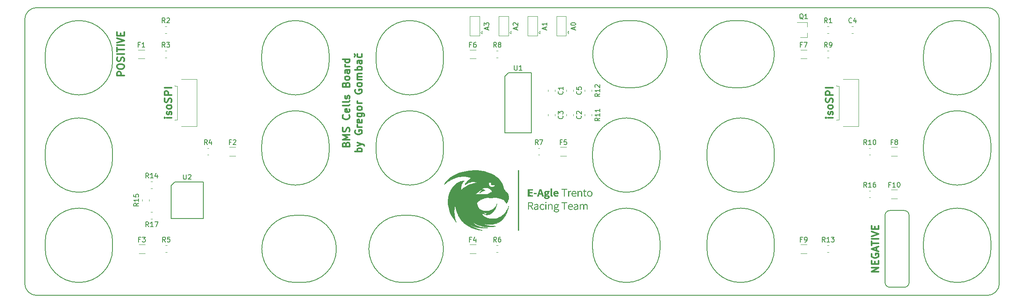
<source format=gbr>
%TF.GenerationSoftware,KiCad,Pcbnew,(5.0.0-rc2-dev-632-g76d3b6f04)*%
%TF.CreationDate,2018-06-22T20:22:36+02:00*%
%TF.ProjectId,CellsBoard,43656C6C73426F6172642E6B69636164,rev?*%
%TF.SameCoordinates,Original*%
%TF.FileFunction,Legend,Top*%
%TF.FilePolarity,Positive*%
%FSLAX46Y46*%
G04 Gerber Fmt 4.6, Leading zero omitted, Abs format (unit mm)*
G04 Created by KiCad (PCBNEW (5.0.0-rc2-dev-632-g76d3b6f04)) date 06/22/18 20:22:36*
%MOMM*%
%LPD*%
G01*
G04 APERTURE LIST*
%ADD10C,0.300000*%
%ADD11C,0.150000*%
%ADD12C,0.120000*%
%ADD13C,0.010000*%
G04 APERTURE END LIST*
D10*
X217928571Y-112957142D02*
X216928571Y-112957142D01*
X216428571Y-112957142D02*
X216500000Y-113028571D01*
X216571428Y-112957142D01*
X216500000Y-112885714D01*
X216428571Y-112957142D01*
X216571428Y-112957142D01*
X217857142Y-112314285D02*
X217928571Y-112171428D01*
X217928571Y-111885714D01*
X217857142Y-111742857D01*
X217714285Y-111671428D01*
X217642857Y-111671428D01*
X217500000Y-111742857D01*
X217428571Y-111885714D01*
X217428571Y-112100000D01*
X217357142Y-112242857D01*
X217214285Y-112314285D01*
X217142857Y-112314285D01*
X217000000Y-112242857D01*
X216928571Y-112100000D01*
X216928571Y-111885714D01*
X217000000Y-111742857D01*
X217928571Y-110814285D02*
X217857142Y-110957142D01*
X217785714Y-111028571D01*
X217642857Y-111100000D01*
X217214285Y-111100000D01*
X217071428Y-111028571D01*
X217000000Y-110957142D01*
X216928571Y-110814285D01*
X216928571Y-110600000D01*
X217000000Y-110457142D01*
X217071428Y-110385714D01*
X217214285Y-110314285D01*
X217642857Y-110314285D01*
X217785714Y-110385714D01*
X217857142Y-110457142D01*
X217928571Y-110600000D01*
X217928571Y-110814285D01*
X217857142Y-109742857D02*
X217928571Y-109528571D01*
X217928571Y-109171428D01*
X217857142Y-109028571D01*
X217785714Y-108957142D01*
X217642857Y-108885714D01*
X217500000Y-108885714D01*
X217357142Y-108957142D01*
X217285714Y-109028571D01*
X217214285Y-109171428D01*
X217142857Y-109457142D01*
X217071428Y-109600000D01*
X217000000Y-109671428D01*
X216857142Y-109742857D01*
X216714285Y-109742857D01*
X216571428Y-109671428D01*
X216500000Y-109600000D01*
X216428571Y-109457142D01*
X216428571Y-109100000D01*
X216500000Y-108885714D01*
X217928571Y-108242857D02*
X216428571Y-108242857D01*
X216428571Y-107671428D01*
X216500000Y-107528571D01*
X216571428Y-107457142D01*
X216714285Y-107385714D01*
X216928571Y-107385714D01*
X217071428Y-107457142D01*
X217142857Y-107528571D01*
X217214285Y-107671428D01*
X217214285Y-108242857D01*
X217928571Y-106742857D02*
X216428571Y-106742857D01*
X116742857Y-118522857D02*
X116814285Y-118308571D01*
X116885714Y-118237142D01*
X117028571Y-118165714D01*
X117242857Y-118165714D01*
X117385714Y-118237142D01*
X117457142Y-118308571D01*
X117528571Y-118451428D01*
X117528571Y-119022857D01*
X116028571Y-119022857D01*
X116028571Y-118522857D01*
X116100000Y-118380000D01*
X116171428Y-118308571D01*
X116314285Y-118237142D01*
X116457142Y-118237142D01*
X116600000Y-118308571D01*
X116671428Y-118380000D01*
X116742857Y-118522857D01*
X116742857Y-119022857D01*
X117528571Y-117522857D02*
X116028571Y-117522857D01*
X117100000Y-117022857D01*
X116028571Y-116522857D01*
X117528571Y-116522857D01*
X117457142Y-115880000D02*
X117528571Y-115665714D01*
X117528571Y-115308571D01*
X117457142Y-115165714D01*
X117385714Y-115094285D01*
X117242857Y-115022857D01*
X117100000Y-115022857D01*
X116957142Y-115094285D01*
X116885714Y-115165714D01*
X116814285Y-115308571D01*
X116742857Y-115594285D01*
X116671428Y-115737142D01*
X116600000Y-115808571D01*
X116457142Y-115880000D01*
X116314285Y-115880000D01*
X116171428Y-115808571D01*
X116100000Y-115737142D01*
X116028571Y-115594285D01*
X116028571Y-115237142D01*
X116100000Y-115022857D01*
X117385714Y-112380000D02*
X117457142Y-112451428D01*
X117528571Y-112665714D01*
X117528571Y-112808571D01*
X117457142Y-113022857D01*
X117314285Y-113165714D01*
X117171428Y-113237142D01*
X116885714Y-113308571D01*
X116671428Y-113308571D01*
X116385714Y-113237142D01*
X116242857Y-113165714D01*
X116100000Y-113022857D01*
X116028571Y-112808571D01*
X116028571Y-112665714D01*
X116100000Y-112451428D01*
X116171428Y-112380000D01*
X117457142Y-111165714D02*
X117528571Y-111308571D01*
X117528571Y-111594285D01*
X117457142Y-111737142D01*
X117314285Y-111808571D01*
X116742857Y-111808571D01*
X116600000Y-111737142D01*
X116528571Y-111594285D01*
X116528571Y-111308571D01*
X116600000Y-111165714D01*
X116742857Y-111094285D01*
X116885714Y-111094285D01*
X117028571Y-111808571D01*
X117528571Y-110237142D02*
X117457142Y-110380000D01*
X117314285Y-110451428D01*
X116028571Y-110451428D01*
X117528571Y-109451428D02*
X117457142Y-109594285D01*
X117314285Y-109665714D01*
X116028571Y-109665714D01*
X117457142Y-108951428D02*
X117528571Y-108808571D01*
X117528571Y-108522857D01*
X117457142Y-108380000D01*
X117314285Y-108308571D01*
X117242857Y-108308571D01*
X117100000Y-108380000D01*
X117028571Y-108522857D01*
X117028571Y-108737142D01*
X116957142Y-108880000D01*
X116814285Y-108951428D01*
X116742857Y-108951428D01*
X116600000Y-108880000D01*
X116528571Y-108737142D01*
X116528571Y-108522857D01*
X116600000Y-108380000D01*
X116742857Y-106022857D02*
X116814285Y-105808571D01*
X116885714Y-105737142D01*
X117028571Y-105665714D01*
X117242857Y-105665714D01*
X117385714Y-105737142D01*
X117457142Y-105808571D01*
X117528571Y-105951428D01*
X117528571Y-106522857D01*
X116028571Y-106522857D01*
X116028571Y-106022857D01*
X116100000Y-105880000D01*
X116171428Y-105808571D01*
X116314285Y-105737142D01*
X116457142Y-105737142D01*
X116600000Y-105808571D01*
X116671428Y-105880000D01*
X116742857Y-106022857D01*
X116742857Y-106522857D01*
X117528571Y-104808571D02*
X117457142Y-104951428D01*
X117385714Y-105022857D01*
X117242857Y-105094285D01*
X116814285Y-105094285D01*
X116671428Y-105022857D01*
X116600000Y-104951428D01*
X116528571Y-104808571D01*
X116528571Y-104594285D01*
X116600000Y-104451428D01*
X116671428Y-104380000D01*
X116814285Y-104308571D01*
X117242857Y-104308571D01*
X117385714Y-104380000D01*
X117457142Y-104451428D01*
X117528571Y-104594285D01*
X117528571Y-104808571D01*
X117528571Y-103022857D02*
X116742857Y-103022857D01*
X116600000Y-103094285D01*
X116528571Y-103237142D01*
X116528571Y-103522857D01*
X116600000Y-103665714D01*
X117457142Y-103022857D02*
X117528571Y-103165714D01*
X117528571Y-103522857D01*
X117457142Y-103665714D01*
X117314285Y-103737142D01*
X117171428Y-103737142D01*
X117028571Y-103665714D01*
X116957142Y-103522857D01*
X116957142Y-103165714D01*
X116885714Y-103022857D01*
X117528571Y-102308571D02*
X116528571Y-102308571D01*
X116814285Y-102308571D02*
X116671428Y-102237142D01*
X116600000Y-102165714D01*
X116528571Y-102022857D01*
X116528571Y-101880000D01*
X117528571Y-100737142D02*
X116028571Y-100737142D01*
X117457142Y-100737142D02*
X117528571Y-100880000D01*
X117528571Y-101165714D01*
X117457142Y-101308571D01*
X117385714Y-101380000D01*
X117242857Y-101451428D01*
X116814285Y-101451428D01*
X116671428Y-101380000D01*
X116600000Y-101308571D01*
X116528571Y-101165714D01*
X116528571Y-100880000D01*
X116600000Y-100737142D01*
X120078571Y-120022857D02*
X118578571Y-120022857D01*
X119150000Y-120022857D02*
X119078571Y-119880000D01*
X119078571Y-119594285D01*
X119150000Y-119451428D01*
X119221428Y-119380000D01*
X119364285Y-119308571D01*
X119792857Y-119308571D01*
X119935714Y-119380000D01*
X120007142Y-119451428D01*
X120078571Y-119594285D01*
X120078571Y-119880000D01*
X120007142Y-120022857D01*
X119078571Y-118808571D02*
X120078571Y-118451428D01*
X119078571Y-118094285D02*
X120078571Y-118451428D01*
X120435714Y-118594285D01*
X120507142Y-118665714D01*
X120578571Y-118808571D01*
X118650000Y-115594285D02*
X118578571Y-115737142D01*
X118578571Y-115951428D01*
X118650000Y-116165714D01*
X118792857Y-116308571D01*
X118935714Y-116380000D01*
X119221428Y-116451428D01*
X119435714Y-116451428D01*
X119721428Y-116380000D01*
X119864285Y-116308571D01*
X120007142Y-116165714D01*
X120078571Y-115951428D01*
X120078571Y-115808571D01*
X120007142Y-115594285D01*
X119935714Y-115522857D01*
X119435714Y-115522857D01*
X119435714Y-115808571D01*
X120078571Y-114880000D02*
X119078571Y-114880000D01*
X119364285Y-114880000D02*
X119221428Y-114808571D01*
X119150000Y-114737142D01*
X119078571Y-114594285D01*
X119078571Y-114451428D01*
X120007142Y-113380000D02*
X120078571Y-113522857D01*
X120078571Y-113808571D01*
X120007142Y-113951428D01*
X119864285Y-114022857D01*
X119292857Y-114022857D01*
X119150000Y-113951428D01*
X119078571Y-113808571D01*
X119078571Y-113522857D01*
X119150000Y-113380000D01*
X119292857Y-113308571D01*
X119435714Y-113308571D01*
X119578571Y-114022857D01*
X119078571Y-112022857D02*
X120292857Y-112022857D01*
X120435714Y-112094285D01*
X120507142Y-112165714D01*
X120578571Y-112308571D01*
X120578571Y-112522857D01*
X120507142Y-112665714D01*
X120007142Y-112022857D02*
X120078571Y-112165714D01*
X120078571Y-112451428D01*
X120007142Y-112594285D01*
X119935714Y-112665714D01*
X119792857Y-112737142D01*
X119364285Y-112737142D01*
X119221428Y-112665714D01*
X119150000Y-112594285D01*
X119078571Y-112451428D01*
X119078571Y-112165714D01*
X119150000Y-112022857D01*
X120078571Y-111094285D02*
X120007142Y-111237142D01*
X119935714Y-111308571D01*
X119792857Y-111380000D01*
X119364285Y-111380000D01*
X119221428Y-111308571D01*
X119150000Y-111237142D01*
X119078571Y-111094285D01*
X119078571Y-110880000D01*
X119150000Y-110737142D01*
X119221428Y-110665714D01*
X119364285Y-110594285D01*
X119792857Y-110594285D01*
X119935714Y-110665714D01*
X120007142Y-110737142D01*
X120078571Y-110880000D01*
X120078571Y-111094285D01*
X120078571Y-109951428D02*
X119078571Y-109951428D01*
X119364285Y-109951428D02*
X119221428Y-109880000D01*
X119150000Y-109808571D01*
X119078571Y-109665714D01*
X119078571Y-109522857D01*
X118650000Y-107094285D02*
X118578571Y-107237142D01*
X118578571Y-107451428D01*
X118650000Y-107665714D01*
X118792857Y-107808571D01*
X118935714Y-107880000D01*
X119221428Y-107951428D01*
X119435714Y-107951428D01*
X119721428Y-107880000D01*
X119864285Y-107808571D01*
X120007142Y-107665714D01*
X120078571Y-107451428D01*
X120078571Y-107308571D01*
X120007142Y-107094285D01*
X119935714Y-107022857D01*
X119435714Y-107022857D01*
X119435714Y-107308571D01*
X120078571Y-106165714D02*
X120007142Y-106308571D01*
X119935714Y-106380000D01*
X119792857Y-106451428D01*
X119364285Y-106451428D01*
X119221428Y-106380000D01*
X119150000Y-106308571D01*
X119078571Y-106165714D01*
X119078571Y-105951428D01*
X119150000Y-105808571D01*
X119221428Y-105737142D01*
X119364285Y-105665714D01*
X119792857Y-105665714D01*
X119935714Y-105737142D01*
X120007142Y-105808571D01*
X120078571Y-105951428D01*
X120078571Y-106165714D01*
X120078571Y-105022857D02*
X119078571Y-105022857D01*
X119221428Y-105022857D02*
X119150000Y-104951428D01*
X119078571Y-104808571D01*
X119078571Y-104594285D01*
X119150000Y-104451428D01*
X119292857Y-104380000D01*
X120078571Y-104380000D01*
X119292857Y-104380000D02*
X119150000Y-104308571D01*
X119078571Y-104165714D01*
X119078571Y-103951428D01*
X119150000Y-103808571D01*
X119292857Y-103737142D01*
X120078571Y-103737142D01*
X120078571Y-103022857D02*
X118578571Y-103022857D01*
X119150000Y-103022857D02*
X119078571Y-102880000D01*
X119078571Y-102594285D01*
X119150000Y-102451428D01*
X119221428Y-102380000D01*
X119364285Y-102308571D01*
X119792857Y-102308571D01*
X119935714Y-102380000D01*
X120007142Y-102451428D01*
X120078571Y-102594285D01*
X120078571Y-102880000D01*
X120007142Y-103022857D01*
X120078571Y-101022857D02*
X119292857Y-101022857D01*
X119150000Y-101094285D01*
X119078571Y-101237142D01*
X119078571Y-101522857D01*
X119150000Y-101665714D01*
X120007142Y-101022857D02*
X120078571Y-101165714D01*
X120078571Y-101522857D01*
X120007142Y-101665714D01*
X119864285Y-101737142D01*
X119721428Y-101737142D01*
X119578571Y-101665714D01*
X119507142Y-101522857D01*
X119507142Y-101165714D01*
X119435714Y-101022857D01*
X120007142Y-99665714D02*
X120078571Y-99808571D01*
X120078571Y-100094285D01*
X120007142Y-100237142D01*
X119935714Y-100308571D01*
X119792857Y-100380000D01*
X119364285Y-100380000D01*
X119221428Y-100308571D01*
X119150000Y-100237142D01*
X119078571Y-100094285D01*
X119078571Y-99808571D01*
X119150000Y-99665714D01*
X118507142Y-100237142D02*
X118721428Y-99951428D01*
X118507142Y-99665714D01*
X80528571Y-112957142D02*
X79528571Y-112957142D01*
X79028571Y-112957142D02*
X79100000Y-113028571D01*
X79171428Y-112957142D01*
X79100000Y-112885714D01*
X79028571Y-112957142D01*
X79171428Y-112957142D01*
X80457142Y-112314285D02*
X80528571Y-112171428D01*
X80528571Y-111885714D01*
X80457142Y-111742857D01*
X80314285Y-111671428D01*
X80242857Y-111671428D01*
X80100000Y-111742857D01*
X80028571Y-111885714D01*
X80028571Y-112100000D01*
X79957142Y-112242857D01*
X79814285Y-112314285D01*
X79742857Y-112314285D01*
X79600000Y-112242857D01*
X79528571Y-112100000D01*
X79528571Y-111885714D01*
X79600000Y-111742857D01*
X80528571Y-110814285D02*
X80457142Y-110957142D01*
X80385714Y-111028571D01*
X80242857Y-111100000D01*
X79814285Y-111100000D01*
X79671428Y-111028571D01*
X79600000Y-110957142D01*
X79528571Y-110814285D01*
X79528571Y-110600000D01*
X79600000Y-110457142D01*
X79671428Y-110385714D01*
X79814285Y-110314285D01*
X80242857Y-110314285D01*
X80385714Y-110385714D01*
X80457142Y-110457142D01*
X80528571Y-110600000D01*
X80528571Y-110814285D01*
X80457142Y-109742857D02*
X80528571Y-109528571D01*
X80528571Y-109171428D01*
X80457142Y-109028571D01*
X80385714Y-108957142D01*
X80242857Y-108885714D01*
X80100000Y-108885714D01*
X79957142Y-108957142D01*
X79885714Y-109028571D01*
X79814285Y-109171428D01*
X79742857Y-109457142D01*
X79671428Y-109600000D01*
X79600000Y-109671428D01*
X79457142Y-109742857D01*
X79314285Y-109742857D01*
X79171428Y-109671428D01*
X79100000Y-109600000D01*
X79028571Y-109457142D01*
X79028571Y-109100000D01*
X79100000Y-108885714D01*
X80528571Y-108242857D02*
X79028571Y-108242857D01*
X79028571Y-107671428D01*
X79100000Y-107528571D01*
X79171428Y-107457142D01*
X79314285Y-107385714D01*
X79528571Y-107385714D01*
X79671428Y-107457142D01*
X79742857Y-107528571D01*
X79814285Y-107671428D01*
X79814285Y-108242857D01*
X80528571Y-106742857D02*
X79028571Y-106742857D01*
X70678571Y-104200000D02*
X69178571Y-104200000D01*
X69178571Y-103628571D01*
X69250000Y-103485714D01*
X69321428Y-103414285D01*
X69464285Y-103342857D01*
X69678571Y-103342857D01*
X69821428Y-103414285D01*
X69892857Y-103485714D01*
X69964285Y-103628571D01*
X69964285Y-104200000D01*
X69178571Y-102414285D02*
X69178571Y-102128571D01*
X69250000Y-101985714D01*
X69392857Y-101842857D01*
X69678571Y-101771428D01*
X70178571Y-101771428D01*
X70464285Y-101842857D01*
X70607142Y-101985714D01*
X70678571Y-102128571D01*
X70678571Y-102414285D01*
X70607142Y-102557142D01*
X70464285Y-102700000D01*
X70178571Y-102771428D01*
X69678571Y-102771428D01*
X69392857Y-102700000D01*
X69250000Y-102557142D01*
X69178571Y-102414285D01*
X70607142Y-101200000D02*
X70678571Y-100985714D01*
X70678571Y-100628571D01*
X70607142Y-100485714D01*
X70535714Y-100414285D01*
X70392857Y-100342857D01*
X70250000Y-100342857D01*
X70107142Y-100414285D01*
X70035714Y-100485714D01*
X69964285Y-100628571D01*
X69892857Y-100914285D01*
X69821428Y-101057142D01*
X69750000Y-101128571D01*
X69607142Y-101200000D01*
X69464285Y-101200000D01*
X69321428Y-101128571D01*
X69250000Y-101057142D01*
X69178571Y-100914285D01*
X69178571Y-100557142D01*
X69250000Y-100342857D01*
X70678571Y-99700000D02*
X69178571Y-99700000D01*
X69178571Y-99200000D02*
X69178571Y-98342857D01*
X70678571Y-98771428D02*
X69178571Y-98771428D01*
X70678571Y-97842857D02*
X69178571Y-97842857D01*
X69178571Y-97342857D02*
X70678571Y-96842857D01*
X69178571Y-96342857D01*
X69892857Y-95842857D02*
X69892857Y-95342857D01*
X70678571Y-95128571D02*
X70678571Y-95842857D01*
X69178571Y-95842857D01*
X69178571Y-95128571D01*
X227428571Y-145050000D02*
X225928571Y-145050000D01*
X227428571Y-144192857D01*
X225928571Y-144192857D01*
X226642857Y-143478571D02*
X226642857Y-142978571D01*
X227428571Y-142764285D02*
X227428571Y-143478571D01*
X225928571Y-143478571D01*
X225928571Y-142764285D01*
X226000000Y-141335714D02*
X225928571Y-141478571D01*
X225928571Y-141692857D01*
X226000000Y-141907142D01*
X226142857Y-142050000D01*
X226285714Y-142121428D01*
X226571428Y-142192857D01*
X226785714Y-142192857D01*
X227071428Y-142121428D01*
X227214285Y-142050000D01*
X227357142Y-141907142D01*
X227428571Y-141692857D01*
X227428571Y-141550000D01*
X227357142Y-141335714D01*
X227285714Y-141264285D01*
X226785714Y-141264285D01*
X226785714Y-141550000D01*
X227000000Y-140692857D02*
X227000000Y-139978571D01*
X227428571Y-140835714D02*
X225928571Y-140335714D01*
X227428571Y-139835714D01*
X225928571Y-139550000D02*
X225928571Y-138692857D01*
X227428571Y-139121428D02*
X225928571Y-139121428D01*
X227428571Y-138192857D02*
X225928571Y-138192857D01*
X225928571Y-137692857D02*
X227428571Y-137192857D01*
X225928571Y-136692857D01*
X226642857Y-136192857D02*
X226642857Y-135692857D01*
X227428571Y-135478571D02*
X227428571Y-136192857D01*
X225928571Y-136192857D01*
X225928571Y-135478571D01*
D11*
X229750000Y-132300000D02*
X232750000Y-132300000D01*
X228750000Y-147300000D02*
X228750000Y-133300000D01*
X232750000Y-148300000D02*
X229750000Y-148300000D01*
X233750000Y-133300000D02*
X233750000Y-147300000D01*
X229750000Y-148300000D02*
G75*
G02X228750000Y-147300000I0J1000000D01*
G01*
X228750000Y-133300000D02*
G75*
G02X229750000Y-132300000I1000000J0D01*
G01*
X232750000Y-132300000D02*
G75*
G02X233750000Y-133300000I0J-1000000D01*
G01*
X233750000Y-147300000D02*
G75*
G02X232750000Y-148300000I-1000000J0D01*
G01*
X250000000Y-90000000D02*
X52500000Y-90000000D01*
X250000000Y-90000000D02*
G75*
G02X252500000Y-92500000I0J-2500000D01*
G01*
X252500000Y-147500000D02*
X252500000Y-92500000D01*
X252500000Y-147500000D02*
G75*
G02X250000000Y-150000000I-2500000J0D01*
G01*
X52500000Y-150000000D02*
X250000000Y-150000000D01*
X52500000Y-150000000D02*
G75*
G02X50000000Y-147500000I0J2500000D01*
G01*
X50000000Y-92500000D02*
X50000000Y-147500000D01*
X50000000Y-92500000D02*
G75*
G02X52500000Y-90000000I2500000J0D01*
G01*
X149750000Y-104350000D02*
X150500000Y-103600000D01*
X150500000Y-103600000D02*
X155250000Y-103600000D01*
X155250000Y-103600000D02*
X155250000Y-116100000D01*
X155250000Y-116100000D02*
X149750000Y-116100000D01*
X149750000Y-116100000D02*
X149750000Y-104350000D01*
X130000000Y-133300000D02*
G75*
G02X130000000Y-147300000I0J-7000000D01*
G01*
X128500000Y-147300000D02*
X130000000Y-147300000D01*
X128500000Y-133300000D02*
X130000000Y-133300000D01*
X128500000Y-147300000D02*
G75*
G02X128500000Y-133300000I0J7000000D01*
G01*
X106250000Y-147300000D02*
X107750000Y-147300000D01*
X106250000Y-133300000D02*
X107750000Y-133300000D01*
X107750000Y-133300000D02*
G75*
G02X107750000Y-147300000I0J-7000000D01*
G01*
X106250000Y-147300000D02*
G75*
G02X106250000Y-133300000I0J7000000D01*
G01*
X198750000Y-92700000D02*
G75*
G02X198750000Y-106700000I0J-7000000D01*
G01*
X197250000Y-106700000D02*
X198750000Y-106700000D01*
X197250000Y-92700000D02*
X198750000Y-92700000D01*
X197250000Y-106700000D02*
G75*
G02X197250000Y-92700000I0J7000000D01*
G01*
X175000000Y-106700000D02*
X176500000Y-106700000D01*
X175000000Y-92700000D02*
X176500000Y-92700000D01*
X176500000Y-92700000D02*
G75*
G02X176500000Y-106700000I0J-7000000D01*
G01*
X175000000Y-106700000D02*
G75*
G02X175000000Y-92700000I0J7000000D01*
G01*
X99250000Y-118500000D02*
G75*
G02X113250000Y-118500000I7000000J0D01*
G01*
X113250000Y-120000000D02*
G75*
G02X99250000Y-120000000I-7000000J0D01*
G01*
X99250000Y-120000000D02*
X99250000Y-118500000D01*
X113250000Y-120000000D02*
X113250000Y-118500000D01*
X113250000Y-101200000D02*
G75*
G02X99250000Y-101200000I-7000000J0D01*
G01*
X99250000Y-99700000D02*
G75*
G02X113250000Y-99700000I7000000J0D01*
G01*
X99250000Y-101200000D02*
X99250000Y-99700000D01*
X113250000Y-101200000D02*
X113250000Y-99700000D01*
X54250000Y-138800000D02*
G75*
G02X68250000Y-138800000I7000000J0D01*
G01*
X68250000Y-140300000D02*
G75*
G02X54250000Y-140300000I-7000000J0D01*
G01*
X54250000Y-140300000D02*
X54250000Y-138800000D01*
X68250000Y-140300000D02*
X68250000Y-138800000D01*
X68250000Y-121500000D02*
G75*
G02X54250000Y-121500000I-7000000J0D01*
G01*
X54250000Y-120000000D02*
G75*
G02X68250000Y-120000000I7000000J0D01*
G01*
X54250000Y-121500000D02*
X54250000Y-120000000D01*
X68250000Y-121500000D02*
X68250000Y-120000000D01*
X182000000Y-121500000D02*
G75*
G02X168000000Y-121500000I-7000000J0D01*
G01*
X168000000Y-120000000D02*
G75*
G02X182000000Y-120000000I7000000J0D01*
G01*
X182000000Y-120000000D02*
X182000000Y-121500000D01*
X168000000Y-120000000D02*
X168000000Y-121500000D01*
X168000000Y-138800000D02*
G75*
G02X182000000Y-138800000I7000000J0D01*
G01*
X182000000Y-140300000D02*
G75*
G02X168000000Y-140300000I-7000000J0D01*
G01*
X182000000Y-138800000D02*
X182000000Y-140300000D01*
X168000000Y-138800000D02*
X168000000Y-140300000D01*
X137000000Y-101200000D02*
G75*
G02X123000000Y-101200000I-7000000J0D01*
G01*
X123000000Y-99700000D02*
G75*
G02X137000000Y-99700000I7000000J0D01*
G01*
X137000000Y-99700000D02*
X137000000Y-101200000D01*
X123000000Y-99700000D02*
X123000000Y-101200000D01*
X123000000Y-118500000D02*
G75*
G02X137000000Y-118500000I7000000J0D01*
G01*
X137000000Y-120000000D02*
G75*
G02X123000000Y-120000000I-7000000J0D01*
G01*
X137000000Y-118500000D02*
X137000000Y-120000000D01*
X123000000Y-118500000D02*
X123000000Y-120000000D01*
X236750000Y-118500000D02*
G75*
G02X250750000Y-118500000I7000000J0D01*
G01*
X250750000Y-120000000D02*
G75*
G02X236750000Y-120000000I-7000000J0D01*
G01*
X236750000Y-120000000D02*
X236750000Y-118500000D01*
X250750000Y-120000000D02*
X250750000Y-118500000D01*
X250750000Y-101200000D02*
G75*
G02X236750000Y-101200000I-7000000J0D01*
G01*
X236750000Y-99700000D02*
G75*
G02X250750000Y-99700000I7000000J0D01*
G01*
X236750000Y-101200000D02*
X236750000Y-99700000D01*
X250750000Y-101200000D02*
X250750000Y-99700000D01*
X191750000Y-138800000D02*
G75*
G02X205750000Y-138800000I7000000J0D01*
G01*
X205750000Y-140300000D02*
G75*
G02X191750000Y-140300000I-7000000J0D01*
G01*
X191750000Y-140300000D02*
X191750000Y-138800000D01*
X205750000Y-140300000D02*
X205750000Y-138800000D01*
X205750000Y-121500000D02*
G75*
G02X191750000Y-121500000I-7000000J0D01*
G01*
X191750000Y-120000000D02*
G75*
G02X205750000Y-120000000I7000000J0D01*
G01*
X191750000Y-121500000D02*
X191750000Y-120000000D01*
X205750000Y-121500000D02*
X205750000Y-120000000D01*
X68250000Y-101200000D02*
G75*
G02X54250000Y-101200000I-7000000J0D01*
G01*
X54250000Y-101200000D02*
X54250000Y-99700000D01*
X68250000Y-101200000D02*
X68250000Y-99700000D01*
X54250000Y-99700000D02*
G75*
G02X68250000Y-99700000I7000000J0D01*
G01*
D12*
X81170000Y-106335000D02*
X81170000Y-106220000D01*
X81670000Y-106335000D02*
X81170000Y-106335000D01*
X81670000Y-113365000D02*
X81670000Y-106335000D01*
X81170000Y-113365000D02*
X81670000Y-113365000D01*
X81170000Y-113480000D02*
X81170000Y-113365000D01*
X85760000Y-104915000D02*
X82550000Y-104915000D01*
X85760000Y-114785000D02*
X85760000Y-104915000D01*
X82550000Y-114785000D02*
X85760000Y-114785000D01*
X218670000Y-106335000D02*
X218670000Y-106220000D01*
X219170000Y-106335000D02*
X218670000Y-106335000D01*
X219170000Y-113365000D02*
X219170000Y-106335000D01*
X218670000Y-113365000D02*
X219170000Y-113365000D01*
X218670000Y-113480000D02*
X218670000Y-113365000D01*
X223260000Y-104915000D02*
X220050000Y-104915000D01*
X223260000Y-114785000D02*
X223260000Y-104915000D01*
X220050000Y-114785000D02*
X223260000Y-114785000D01*
D13*
G36*
X156320160Y-128839360D02*
X155751200Y-128839360D01*
X155751200Y-128656480D01*
X156320160Y-128656480D01*
X156320160Y-128839360D01*
X156320160Y-128839360D01*
G37*
X156320160Y-128839360D02*
X155751200Y-128839360D01*
X155751200Y-128656480D01*
X156320160Y-128656480D01*
X156320160Y-128839360D01*
G36*
X165440619Y-128210428D02*
X165520922Y-128229610D01*
X165586867Y-128262873D01*
X165639555Y-128311113D01*
X165680089Y-128375225D01*
X165698435Y-128419951D01*
X165704389Y-128437611D01*
X165709290Y-128454554D01*
X165713260Y-128472935D01*
X165716425Y-128494909D01*
X165718908Y-128522632D01*
X165720833Y-128558258D01*
X165722322Y-128603943D01*
X165723501Y-128661843D01*
X165724493Y-128734111D01*
X165725422Y-128822904D01*
X165726162Y-128902860D01*
X165729911Y-129316880D01*
X165628168Y-129316880D01*
X165624300Y-128913020D01*
X165623209Y-128809056D01*
X165622049Y-128723327D01*
X165620723Y-128653749D01*
X165619132Y-128598236D01*
X165617179Y-128554704D01*
X165614766Y-128521067D01*
X165611794Y-128495240D01*
X165608166Y-128475140D01*
X165603784Y-128458680D01*
X165602820Y-128455676D01*
X165574362Y-128395829D01*
X165533371Y-128346300D01*
X165483703Y-128311653D01*
X165479487Y-128309668D01*
X165442281Y-128298841D01*
X165392653Y-128292452D01*
X165338073Y-128290786D01*
X165286012Y-128294130D01*
X165250195Y-128300879D01*
X165209663Y-128317038D01*
X165159835Y-128344389D01*
X165105771Y-128379745D01*
X165052532Y-128419921D01*
X165027397Y-128441179D01*
X164966320Y-128495118D01*
X164966320Y-129316880D01*
X164864720Y-129316880D01*
X164864720Y-128229760D01*
X164956160Y-128229760D01*
X164956160Y-128284370D01*
X164957365Y-128322426D01*
X164960428Y-128357388D01*
X164962461Y-128370485D01*
X164968762Y-128401991D01*
X165036121Y-128345836D01*
X165126921Y-128280699D01*
X165218755Y-128235811D01*
X165311575Y-128211186D01*
X165405333Y-128206841D01*
X165440619Y-128210428D01*
X165440619Y-128210428D01*
G37*
X165440619Y-128210428D02*
X165520922Y-128229610D01*
X165586867Y-128262873D01*
X165639555Y-128311113D01*
X165680089Y-128375225D01*
X165698435Y-128419951D01*
X165704389Y-128437611D01*
X165709290Y-128454554D01*
X165713260Y-128472935D01*
X165716425Y-128494909D01*
X165718908Y-128522632D01*
X165720833Y-128558258D01*
X165722322Y-128603943D01*
X165723501Y-128661843D01*
X165724493Y-128734111D01*
X165725422Y-128822904D01*
X165726162Y-128902860D01*
X165729911Y-129316880D01*
X165628168Y-129316880D01*
X165624300Y-128913020D01*
X165623209Y-128809056D01*
X165622049Y-128723327D01*
X165620723Y-128653749D01*
X165619132Y-128598236D01*
X165617179Y-128554704D01*
X165614766Y-128521067D01*
X165611794Y-128495240D01*
X165608166Y-128475140D01*
X165603784Y-128458680D01*
X165602820Y-128455676D01*
X165574362Y-128395829D01*
X165533371Y-128346300D01*
X165483703Y-128311653D01*
X165479487Y-128309668D01*
X165442281Y-128298841D01*
X165392653Y-128292452D01*
X165338073Y-128290786D01*
X165286012Y-128294130D01*
X165250195Y-128300879D01*
X165209663Y-128317038D01*
X165159835Y-128344389D01*
X165105771Y-128379745D01*
X165052532Y-128419921D01*
X165027397Y-128441179D01*
X164966320Y-128495118D01*
X164966320Y-129316880D01*
X164864720Y-129316880D01*
X164864720Y-128229760D01*
X164956160Y-128229760D01*
X164956160Y-128284370D01*
X164957365Y-128322426D01*
X164960428Y-128357388D01*
X164962461Y-128370485D01*
X164968762Y-128401991D01*
X165036121Y-128345836D01*
X165126921Y-128280699D01*
X165218755Y-128235811D01*
X165311575Y-128211186D01*
X165405333Y-128206841D01*
X165440619Y-128210428D01*
G36*
X163421066Y-128205528D02*
X163450914Y-128214348D01*
X163467257Y-128226406D01*
X163468373Y-128236801D01*
X163461207Y-128258849D01*
X163456670Y-128275405D01*
X163452650Y-128287034D01*
X163444871Y-128293594D01*
X163428857Y-128296020D01*
X163400130Y-128295249D01*
X163370819Y-128293361D01*
X163327959Y-128291227D01*
X163297439Y-128292746D01*
X163271417Y-128299179D01*
X163242055Y-128311786D01*
X163234986Y-128315211D01*
X163179889Y-128351054D01*
X163125734Y-128402731D01*
X163076647Y-128466004D01*
X163056561Y-128498437D01*
X163025760Y-128552273D01*
X163025760Y-129316880D01*
X162924160Y-129316880D01*
X162924160Y-128229760D01*
X162963712Y-128229760D01*
X162987002Y-128231242D01*
X163002060Y-128238094D01*
X163010675Y-128253921D01*
X163014636Y-128282330D01*
X163015729Y-128326927D01*
X163015755Y-128334730D01*
X163017016Y-128382697D01*
X163021153Y-128411355D01*
X163029069Y-128421619D01*
X163041669Y-128414405D01*
X163059857Y-128390628D01*
X163064292Y-128383892D01*
X163119445Y-128313581D01*
X163182774Y-128259011D01*
X163252128Y-128221620D01*
X163325358Y-128202847D01*
X163336411Y-128201737D01*
X163381602Y-128200980D01*
X163421066Y-128205528D01*
X163421066Y-128205528D01*
G37*
X163421066Y-128205528D02*
X163450914Y-128214348D01*
X163467257Y-128226406D01*
X163468373Y-128236801D01*
X163461207Y-128258849D01*
X163456670Y-128275405D01*
X163452650Y-128287034D01*
X163444871Y-128293594D01*
X163428857Y-128296020D01*
X163400130Y-128295249D01*
X163370819Y-128293361D01*
X163327959Y-128291227D01*
X163297439Y-128292746D01*
X163271417Y-128299179D01*
X163242055Y-128311786D01*
X163234986Y-128315211D01*
X163179889Y-128351054D01*
X163125734Y-128402731D01*
X163076647Y-128466004D01*
X163056561Y-128498437D01*
X163025760Y-128552273D01*
X163025760Y-129316880D01*
X162924160Y-129316880D01*
X162924160Y-128229760D01*
X162963712Y-128229760D01*
X162987002Y-128231242D01*
X163002060Y-128238094D01*
X163010675Y-128253921D01*
X163014636Y-128282330D01*
X163015729Y-128326927D01*
X163015755Y-128334730D01*
X163017016Y-128382697D01*
X163021153Y-128411355D01*
X163029069Y-128421619D01*
X163041669Y-128414405D01*
X163059857Y-128390628D01*
X163064292Y-128383892D01*
X163119445Y-128313581D01*
X163182774Y-128259011D01*
X163252128Y-128221620D01*
X163325358Y-128202847D01*
X163336411Y-128201737D01*
X163381602Y-128200980D01*
X163421066Y-128205528D01*
G36*
X162629520Y-127904640D02*
X162121520Y-127904640D01*
X162121520Y-129316880D01*
X162009760Y-129316880D01*
X162009760Y-127904640D01*
X161501760Y-127904640D01*
X161501760Y-127823360D01*
X162629520Y-127823360D01*
X162629520Y-127904640D01*
X162629520Y-127904640D01*
G37*
X162629520Y-127904640D02*
X162121520Y-127904640D01*
X162121520Y-129316880D01*
X162009760Y-129316880D01*
X162009760Y-127904640D01*
X161501760Y-127904640D01*
X161501760Y-127823360D01*
X162629520Y-127823360D01*
X162629520Y-127904640D01*
G36*
X157298537Y-127907180D02*
X157308367Y-127935714D01*
X157323700Y-127979927D01*
X157343871Y-128037914D01*
X157368213Y-128107774D01*
X157396062Y-128187605D01*
X157426751Y-128275503D01*
X157459614Y-128369567D01*
X157493987Y-128467894D01*
X157529202Y-128568581D01*
X157564594Y-128669725D01*
X157599498Y-128769426D01*
X157633248Y-128865779D01*
X157665177Y-128956883D01*
X157694621Y-129040835D01*
X157720914Y-129115732D01*
X157743389Y-129179673D01*
X157761381Y-129230754D01*
X157774224Y-129267073D01*
X157781252Y-129286728D01*
X157782173Y-129289210D01*
X157793062Y-129317421D01*
X157644707Y-129314610D01*
X157496352Y-129311800D01*
X157438854Y-129121546D01*
X157420549Y-129062180D01*
X157403549Y-129009280D01*
X157388931Y-128966024D01*
X157377772Y-128935590D01*
X157371149Y-128921155D01*
X157370775Y-128920711D01*
X157356604Y-128917110D01*
X157322562Y-128914503D01*
X157269072Y-128912900D01*
X157196559Y-128912316D01*
X157105449Y-128912761D01*
X157097096Y-128912844D01*
X156834000Y-128915560D01*
X156773288Y-129116220D01*
X156712575Y-129316880D01*
X156432540Y-129316880D01*
X156507061Y-129100980D01*
X156525210Y-129048369D01*
X156548995Y-128979374D01*
X156577441Y-128896828D01*
X156609572Y-128803560D01*
X156644414Y-128702403D01*
X156646794Y-128695490D01*
X156902653Y-128695490D01*
X156906818Y-128699965D01*
X156918154Y-128703143D01*
X156939156Y-128705244D01*
X156972321Y-128706487D01*
X157020145Y-128707090D01*
X157085124Y-128707274D01*
X157105772Y-128707280D01*
X157313633Y-128707280D01*
X157289019Y-128628540D01*
X157279318Y-128596872D01*
X157265030Y-128549380D01*
X157247249Y-128489748D01*
X157227073Y-128421661D01*
X157205596Y-128348802D01*
X157188919Y-128291963D01*
X157168578Y-128222964D01*
X157149900Y-128160522D01*
X157133689Y-128107250D01*
X157120749Y-128065763D01*
X157111884Y-128038676D01*
X157107956Y-128028650D01*
X157103115Y-128026151D01*
X157098003Y-128030289D01*
X157091729Y-128043504D01*
X157083402Y-128068236D01*
X157072130Y-128106926D01*
X157057023Y-128162016D01*
X157050725Y-128185395D01*
X157032597Y-128251400D01*
X157010796Y-128328502D01*
X156987704Y-128408399D01*
X156965704Y-128482790D01*
X156959282Y-128504080D01*
X156942219Y-128560341D01*
X156926962Y-128610697D01*
X156914598Y-128651554D01*
X156906216Y-128679318D01*
X156903163Y-128689500D01*
X156902653Y-128695490D01*
X156646794Y-128695490D01*
X156680990Y-128596187D01*
X156718327Y-128487743D01*
X156755448Y-128379903D01*
X156762539Y-128359300D01*
X156943496Y-127833520D01*
X157273363Y-127833520D01*
X157298537Y-127907180D01*
X157298537Y-127907180D01*
G37*
X157298537Y-127907180D02*
X157308367Y-127935714D01*
X157323700Y-127979927D01*
X157343871Y-128037914D01*
X157368213Y-128107774D01*
X157396062Y-128187605D01*
X157426751Y-128275503D01*
X157459614Y-128369567D01*
X157493987Y-128467894D01*
X157529202Y-128568581D01*
X157564594Y-128669725D01*
X157599498Y-128769426D01*
X157633248Y-128865779D01*
X157665177Y-128956883D01*
X157694621Y-129040835D01*
X157720914Y-129115732D01*
X157743389Y-129179673D01*
X157761381Y-129230754D01*
X157774224Y-129267073D01*
X157781252Y-129286728D01*
X157782173Y-129289210D01*
X157793062Y-129317421D01*
X157644707Y-129314610D01*
X157496352Y-129311800D01*
X157438854Y-129121546D01*
X157420549Y-129062180D01*
X157403549Y-129009280D01*
X157388931Y-128966024D01*
X157377772Y-128935590D01*
X157371149Y-128921155D01*
X157370775Y-128920711D01*
X157356604Y-128917110D01*
X157322562Y-128914503D01*
X157269072Y-128912900D01*
X157196559Y-128912316D01*
X157105449Y-128912761D01*
X157097096Y-128912844D01*
X156834000Y-128915560D01*
X156773288Y-129116220D01*
X156712575Y-129316880D01*
X156432540Y-129316880D01*
X156507061Y-129100980D01*
X156525210Y-129048369D01*
X156548995Y-128979374D01*
X156577441Y-128896828D01*
X156609572Y-128803560D01*
X156644414Y-128702403D01*
X156646794Y-128695490D01*
X156902653Y-128695490D01*
X156906818Y-128699965D01*
X156918154Y-128703143D01*
X156939156Y-128705244D01*
X156972321Y-128706487D01*
X157020145Y-128707090D01*
X157085124Y-128707274D01*
X157105772Y-128707280D01*
X157313633Y-128707280D01*
X157289019Y-128628540D01*
X157279318Y-128596872D01*
X157265030Y-128549380D01*
X157247249Y-128489748D01*
X157227073Y-128421661D01*
X157205596Y-128348802D01*
X157188919Y-128291963D01*
X157168578Y-128222964D01*
X157149900Y-128160522D01*
X157133689Y-128107250D01*
X157120749Y-128065763D01*
X157111884Y-128038676D01*
X157107956Y-128028650D01*
X157103115Y-128026151D01*
X157098003Y-128030289D01*
X157091729Y-128043504D01*
X157083402Y-128068236D01*
X157072130Y-128106926D01*
X157057023Y-128162016D01*
X157050725Y-128185395D01*
X157032597Y-128251400D01*
X157010796Y-128328502D01*
X156987704Y-128408399D01*
X156965704Y-128482790D01*
X156959282Y-128504080D01*
X156942219Y-128560341D01*
X156926962Y-128610697D01*
X156914598Y-128651554D01*
X156906216Y-128679318D01*
X156903163Y-128689500D01*
X156902653Y-128695490D01*
X156646794Y-128695490D01*
X156680990Y-128596187D01*
X156718327Y-128487743D01*
X156755448Y-128379903D01*
X156762539Y-128359300D01*
X156943496Y-127833520D01*
X157273363Y-127833520D01*
X157298537Y-127907180D01*
G36*
X155497200Y-128046880D02*
X154826640Y-128046880D01*
X154826640Y-128432960D01*
X155395600Y-128432960D01*
X155395600Y-128646320D01*
X154826251Y-128646320D01*
X154828985Y-128872380D01*
X154831720Y-129098440D01*
X155527680Y-129103786D01*
X155527680Y-129316880D01*
X154542160Y-129316880D01*
X154542160Y-127833520D01*
X155497200Y-127833520D01*
X155497200Y-128046880D01*
X155497200Y-128046880D01*
G37*
X155497200Y-128046880D02*
X154826640Y-128046880D01*
X154826640Y-128432960D01*
X155395600Y-128432960D01*
X155395600Y-128646320D01*
X154826251Y-128646320D01*
X154828985Y-128872380D01*
X154831720Y-129098440D01*
X155527680Y-129103786D01*
X155527680Y-129316880D01*
X154542160Y-129316880D01*
X154542160Y-127833520D01*
X155497200Y-127833520D01*
X155497200Y-128046880D01*
G36*
X167418175Y-128204097D02*
X167504530Y-128222768D01*
X167586792Y-128255705D01*
X167662646Y-128302898D01*
X167729784Y-128364337D01*
X167785891Y-128440015D01*
X167806196Y-128477226D01*
X167840476Y-128566565D01*
X167861942Y-128666096D01*
X167870104Y-128769857D01*
X167864470Y-128871882D01*
X167846038Y-128961280D01*
X167807506Y-129058640D01*
X167753768Y-129143926D01*
X167686236Y-129215725D01*
X167606320Y-129272630D01*
X167515430Y-129313230D01*
X167484664Y-129322441D01*
X167432594Y-129331536D01*
X167369114Y-129335626D01*
X167302502Y-129334739D01*
X167241036Y-129328900D01*
X167204207Y-129321537D01*
X167119349Y-129289244D01*
X167040055Y-129241016D01*
X166970248Y-129180077D01*
X166913852Y-129109650D01*
X166886198Y-129060215D01*
X166849198Y-128958016D01*
X166829400Y-128848991D01*
X166827474Y-128767353D01*
X166927200Y-128767353D01*
X166935435Y-128873473D01*
X166959648Y-128970574D01*
X166999101Y-129056964D01*
X167053055Y-129130954D01*
X167108137Y-129181596D01*
X167175477Y-129220803D01*
X167252444Y-129245117D01*
X167334385Y-129254104D01*
X167416647Y-129247327D01*
X167494577Y-129224350D01*
X167506810Y-129218919D01*
X167583303Y-129172365D01*
X167646277Y-129110765D01*
X167695513Y-129034429D01*
X167730793Y-128943673D01*
X167746681Y-128873997D01*
X167756000Y-128773435D01*
X167749451Y-128677536D01*
X167728324Y-128588044D01*
X167693908Y-128506702D01*
X167647493Y-128435252D01*
X167590368Y-128375438D01*
X167523823Y-128329003D01*
X167449148Y-128297690D01*
X167367632Y-128283241D01*
X167310063Y-128283844D01*
X167226178Y-128300547D01*
X167149792Y-128334844D01*
X167082328Y-128384939D01*
X167025207Y-128449035D01*
X166979852Y-128525337D01*
X166947685Y-128612048D01*
X166930129Y-128707372D01*
X166927200Y-128767353D01*
X166827474Y-128767353D01*
X166826758Y-128737055D01*
X166841225Y-128626124D01*
X166872753Y-128520112D01*
X166893206Y-128473600D01*
X166943501Y-128392156D01*
X167005881Y-128325043D01*
X167078036Y-128272249D01*
X167157655Y-128233768D01*
X167242425Y-128209588D01*
X167330036Y-128199701D01*
X167418175Y-128204097D01*
X167418175Y-128204097D01*
G37*
X167418175Y-128204097D02*
X167504530Y-128222768D01*
X167586792Y-128255705D01*
X167662646Y-128302898D01*
X167729784Y-128364337D01*
X167785891Y-128440015D01*
X167806196Y-128477226D01*
X167840476Y-128566565D01*
X167861942Y-128666096D01*
X167870104Y-128769857D01*
X167864470Y-128871882D01*
X167846038Y-128961280D01*
X167807506Y-129058640D01*
X167753768Y-129143926D01*
X167686236Y-129215725D01*
X167606320Y-129272630D01*
X167515430Y-129313230D01*
X167484664Y-129322441D01*
X167432594Y-129331536D01*
X167369114Y-129335626D01*
X167302502Y-129334739D01*
X167241036Y-129328900D01*
X167204207Y-129321537D01*
X167119349Y-129289244D01*
X167040055Y-129241016D01*
X166970248Y-129180077D01*
X166913852Y-129109650D01*
X166886198Y-129060215D01*
X166849198Y-128958016D01*
X166829400Y-128848991D01*
X166827474Y-128767353D01*
X166927200Y-128767353D01*
X166935435Y-128873473D01*
X166959648Y-128970574D01*
X166999101Y-129056964D01*
X167053055Y-129130954D01*
X167108137Y-129181596D01*
X167175477Y-129220803D01*
X167252444Y-129245117D01*
X167334385Y-129254104D01*
X167416647Y-129247327D01*
X167494577Y-129224350D01*
X167506810Y-129218919D01*
X167583303Y-129172365D01*
X167646277Y-129110765D01*
X167695513Y-129034429D01*
X167730793Y-128943673D01*
X167746681Y-128873997D01*
X167756000Y-128773435D01*
X167749451Y-128677536D01*
X167728324Y-128588044D01*
X167693908Y-128506702D01*
X167647493Y-128435252D01*
X167590368Y-128375438D01*
X167523823Y-128329003D01*
X167449148Y-128297690D01*
X167367632Y-128283241D01*
X167310063Y-128283844D01*
X167226178Y-128300547D01*
X167149792Y-128334844D01*
X167082328Y-128384939D01*
X167025207Y-128449035D01*
X166979852Y-128525337D01*
X166947685Y-128612048D01*
X166930129Y-128707372D01*
X166927200Y-128767353D01*
X166827474Y-128767353D01*
X166826758Y-128737055D01*
X166841225Y-128626124D01*
X166872753Y-128520112D01*
X166893206Y-128473600D01*
X166943501Y-128392156D01*
X167005881Y-128325043D01*
X167078036Y-128272249D01*
X167157655Y-128233768D01*
X167242425Y-128209588D01*
X167330036Y-128199701D01*
X167418175Y-128204097D01*
G36*
X160440707Y-128178690D02*
X160443111Y-128179038D01*
X160540378Y-128202389D01*
X160625453Y-128241767D01*
X160697785Y-128296542D01*
X160756825Y-128366085D01*
X160802022Y-128449769D01*
X160832825Y-128546964D01*
X160847375Y-128640770D01*
X160849847Y-128688112D01*
X160849546Y-128737044D01*
X160847013Y-128772249D01*
X160839897Y-128829200D01*
X160081519Y-128829200D01*
X160091084Y-128872380D01*
X160118422Y-128952798D01*
X160161226Y-129020749D01*
X160217973Y-129074908D01*
X160287138Y-129113952D01*
X160367196Y-129136557D01*
X160399972Y-129140547D01*
X160486050Y-129138690D01*
X160574490Y-129120914D01*
X160657379Y-129088829D01*
X160659581Y-129087722D01*
X160687909Y-129074086D01*
X160707742Y-129065899D01*
X160713857Y-129064736D01*
X160722922Y-129078568D01*
X160737864Y-129103634D01*
X160755804Y-129134824D01*
X160773863Y-129167029D01*
X160789163Y-129195138D01*
X160798824Y-129214042D01*
X160800720Y-129218911D01*
X160791771Y-129228080D01*
X160767683Y-129241905D01*
X160732591Y-129258610D01*
X160690630Y-129276419D01*
X160645936Y-129293554D01*
X160602643Y-129308240D01*
X160573034Y-129316718D01*
X160503126Y-129329421D01*
X160423440Y-129335684D01*
X160342008Y-129335407D01*
X160266864Y-129328487D01*
X160228086Y-129321091D01*
X160128432Y-129286992D01*
X160039558Y-129236292D01*
X159962978Y-129170476D01*
X159900206Y-129091026D01*
X159852753Y-128999426D01*
X159829968Y-128930800D01*
X159818428Y-128867045D01*
X159813059Y-128792104D01*
X159813861Y-128714143D01*
X159819383Y-128656480D01*
X160067585Y-128656480D01*
X160607680Y-128656480D01*
X160607680Y-128622764D01*
X160599741Y-128561192D01*
X160577778Y-128502404D01*
X160544574Y-128450625D01*
X160502909Y-128410085D01*
X160455565Y-128385009D01*
X160450166Y-128383386D01*
X160373924Y-128371803D01*
X160298859Y-128378487D01*
X160228950Y-128402698D01*
X160180396Y-128433405D01*
X160151226Y-128464222D01*
X160121881Y-128508033D01*
X160096229Y-128557920D01*
X160078139Y-128606962D01*
X160074147Y-128623460D01*
X160067585Y-128656480D01*
X159819383Y-128656480D01*
X159820835Y-128641327D01*
X159829978Y-128595520D01*
X159866058Y-128495394D01*
X159917456Y-128406398D01*
X159982265Y-128329827D01*
X160058577Y-128266975D01*
X160144485Y-128219141D01*
X160238081Y-128187618D01*
X160337458Y-128173702D01*
X160440707Y-128178690D01*
X160440707Y-128178690D01*
G37*
X160440707Y-128178690D02*
X160443111Y-128179038D01*
X160540378Y-128202389D01*
X160625453Y-128241767D01*
X160697785Y-128296542D01*
X160756825Y-128366085D01*
X160802022Y-128449769D01*
X160832825Y-128546964D01*
X160847375Y-128640770D01*
X160849847Y-128688112D01*
X160849546Y-128737044D01*
X160847013Y-128772249D01*
X160839897Y-128829200D01*
X160081519Y-128829200D01*
X160091084Y-128872380D01*
X160118422Y-128952798D01*
X160161226Y-129020749D01*
X160217973Y-129074908D01*
X160287138Y-129113952D01*
X160367196Y-129136557D01*
X160399972Y-129140547D01*
X160486050Y-129138690D01*
X160574490Y-129120914D01*
X160657379Y-129088829D01*
X160659581Y-129087722D01*
X160687909Y-129074086D01*
X160707742Y-129065899D01*
X160713857Y-129064736D01*
X160722922Y-129078568D01*
X160737864Y-129103634D01*
X160755804Y-129134824D01*
X160773863Y-129167029D01*
X160789163Y-129195138D01*
X160798824Y-129214042D01*
X160800720Y-129218911D01*
X160791771Y-129228080D01*
X160767683Y-129241905D01*
X160732591Y-129258610D01*
X160690630Y-129276419D01*
X160645936Y-129293554D01*
X160602643Y-129308240D01*
X160573034Y-129316718D01*
X160503126Y-129329421D01*
X160423440Y-129335684D01*
X160342008Y-129335407D01*
X160266864Y-129328487D01*
X160228086Y-129321091D01*
X160128432Y-129286992D01*
X160039558Y-129236292D01*
X159962978Y-129170476D01*
X159900206Y-129091026D01*
X159852753Y-128999426D01*
X159829968Y-128930800D01*
X159818428Y-128867045D01*
X159813059Y-128792104D01*
X159813861Y-128714143D01*
X159819383Y-128656480D01*
X160067585Y-128656480D01*
X160607680Y-128656480D01*
X160607680Y-128622764D01*
X160599741Y-128561192D01*
X160577778Y-128502404D01*
X160544574Y-128450625D01*
X160502909Y-128410085D01*
X160455565Y-128385009D01*
X160450166Y-128383386D01*
X160373924Y-128371803D01*
X160298859Y-128378487D01*
X160228950Y-128402698D01*
X160180396Y-128433405D01*
X160151226Y-128464222D01*
X160121881Y-128508033D01*
X160096229Y-128557920D01*
X160078139Y-128606962D01*
X160074147Y-128623460D01*
X160067585Y-128656480D01*
X159819383Y-128656480D01*
X159820835Y-128641327D01*
X159829978Y-128595520D01*
X159866058Y-128495394D01*
X159917456Y-128406398D01*
X159982265Y-128329827D01*
X160058577Y-128266975D01*
X160144485Y-128219141D01*
X160238081Y-128187618D01*
X160337458Y-128173702D01*
X160440707Y-128178690D01*
G36*
X166287120Y-128229760D02*
X166622400Y-128229760D01*
X166622400Y-128311040D01*
X166286263Y-128311040D01*
X166289231Y-128725060D01*
X166290007Y-128827902D01*
X166290791Y-128912426D01*
X166291688Y-128980633D01*
X166292805Y-129034523D01*
X166294247Y-129076098D01*
X166296122Y-129107359D01*
X166298534Y-129130307D01*
X166301590Y-129146944D01*
X166305397Y-129159270D01*
X166310060Y-129169286D01*
X166313069Y-129174605D01*
X166350675Y-129220221D01*
X166399803Y-129249465D01*
X166459566Y-129262060D01*
X166529080Y-129257726D01*
X166557826Y-129251593D01*
X166591692Y-129243565D01*
X166616571Y-129238573D01*
X166627197Y-129237670D01*
X166627234Y-129237709D01*
X166634961Y-129254017D01*
X166641518Y-129277439D01*
X166645025Y-129299375D01*
X166643598Y-129311228D01*
X166643365Y-129311401D01*
X166622889Y-129319251D01*
X166588667Y-129327854D01*
X166547175Y-129336006D01*
X166504891Y-129342499D01*
X166468294Y-129346129D01*
X166454760Y-129346502D01*
X166411884Y-129342796D01*
X166367019Y-129334232D01*
X166355266Y-129330978D01*
X166300565Y-129304091D01*
X166253839Y-129261474D01*
X166219245Y-129207353D01*
X166209534Y-129182819D01*
X166204991Y-129166908D01*
X166201219Y-129147926D01*
X166198121Y-129123800D01*
X166195601Y-129092453D01*
X166193561Y-129051811D01*
X166191906Y-128999799D01*
X166190537Y-128934342D01*
X166189358Y-128853364D01*
X166188273Y-128754792D01*
X166187937Y-128719980D01*
X166184086Y-128311040D01*
X166002640Y-128311040D01*
X166002640Y-128242540D01*
X166092944Y-128235476D01*
X166183249Y-128228412D01*
X166189464Y-128197336D01*
X166192060Y-128174276D01*
X166194124Y-128136757D01*
X166195397Y-128090634D01*
X166195680Y-128056600D01*
X166196229Y-128010036D01*
X166197716Y-127970050D01*
X166199894Y-127941629D01*
X166201847Y-127930870D01*
X166216794Y-127918583D01*
X166247567Y-127914800D01*
X166287120Y-127914800D01*
X166287120Y-128229760D01*
X166287120Y-128229760D01*
G37*
X166287120Y-128229760D02*
X166622400Y-128229760D01*
X166622400Y-128311040D01*
X166286263Y-128311040D01*
X166289231Y-128725060D01*
X166290007Y-128827902D01*
X166290791Y-128912426D01*
X166291688Y-128980633D01*
X166292805Y-129034523D01*
X166294247Y-129076098D01*
X166296122Y-129107359D01*
X166298534Y-129130307D01*
X166301590Y-129146944D01*
X166305397Y-129159270D01*
X166310060Y-129169286D01*
X166313069Y-129174605D01*
X166350675Y-129220221D01*
X166399803Y-129249465D01*
X166459566Y-129262060D01*
X166529080Y-129257726D01*
X166557826Y-129251593D01*
X166591692Y-129243565D01*
X166616571Y-129238573D01*
X166627197Y-129237670D01*
X166627234Y-129237709D01*
X166634961Y-129254017D01*
X166641518Y-129277439D01*
X166645025Y-129299375D01*
X166643598Y-129311228D01*
X166643365Y-129311401D01*
X166622889Y-129319251D01*
X166588667Y-129327854D01*
X166547175Y-129336006D01*
X166504891Y-129342499D01*
X166468294Y-129346129D01*
X166454760Y-129346502D01*
X166411884Y-129342796D01*
X166367019Y-129334232D01*
X166355266Y-129330978D01*
X166300565Y-129304091D01*
X166253839Y-129261474D01*
X166219245Y-129207353D01*
X166209534Y-129182819D01*
X166204991Y-129166908D01*
X166201219Y-129147926D01*
X166198121Y-129123800D01*
X166195601Y-129092453D01*
X166193561Y-129051811D01*
X166191906Y-128999799D01*
X166190537Y-128934342D01*
X166189358Y-128853364D01*
X166188273Y-128754792D01*
X166187937Y-128719980D01*
X166184086Y-128311040D01*
X166002640Y-128311040D01*
X166002640Y-128242540D01*
X166092944Y-128235476D01*
X166183249Y-128228412D01*
X166189464Y-128197336D01*
X166192060Y-128174276D01*
X166194124Y-128136757D01*
X166195397Y-128090634D01*
X166195680Y-128056600D01*
X166196229Y-128010036D01*
X166197716Y-127970050D01*
X166199894Y-127941629D01*
X166201847Y-127930870D01*
X166216794Y-127918583D01*
X166247567Y-127914800D01*
X166287120Y-127914800D01*
X166287120Y-128229760D01*
G36*
X164164323Y-128204861D02*
X164200738Y-128206213D01*
X164228470Y-128210006D01*
X164253335Y-128217370D01*
X164281152Y-128229438D01*
X164308438Y-128242743D01*
X164384682Y-128290708D01*
X164445486Y-128351758D01*
X164491154Y-128426269D01*
X164519116Y-128503473D01*
X164527669Y-128543562D01*
X164535022Y-128593042D01*
X164540547Y-128645370D01*
X164543616Y-128694003D01*
X164543603Y-128732399D01*
X164542317Y-128745267D01*
X164536941Y-128778400D01*
X163706480Y-128778400D01*
X163706480Y-128828129D01*
X163712312Y-128883004D01*
X163728124Y-128945876D01*
X163751382Y-129008730D01*
X163779555Y-129063549D01*
X163782106Y-129067597D01*
X163839016Y-129138561D01*
X163907566Y-129194114D01*
X163985562Y-129233730D01*
X164070809Y-129256881D01*
X164161113Y-129263040D01*
X164254281Y-129251681D01*
X164348117Y-129222277D01*
X164375554Y-129210103D01*
X164410557Y-129193693D01*
X164437790Y-129181310D01*
X164452666Y-129175025D01*
X164454033Y-129174640D01*
X164460664Y-129182594D01*
X164471382Y-129201152D01*
X164482005Y-129222353D01*
X164488353Y-129238238D01*
X164488800Y-129240836D01*
X164480234Y-129247650D01*
X164457417Y-129260362D01*
X164424670Y-129276625D01*
X164411928Y-129282599D01*
X164309876Y-129320035D01*
X164203571Y-129341045D01*
X164097779Y-129344986D01*
X164018509Y-129335762D01*
X163925294Y-129307962D01*
X163840899Y-129262983D01*
X163766866Y-129202617D01*
X163704733Y-129128654D01*
X163656042Y-129042887D01*
X163622333Y-128947107D01*
X163606319Y-128856299D01*
X163603083Y-128740323D01*
X163607142Y-128707280D01*
X163704218Y-128707280D01*
X164460687Y-128707280D01*
X164453346Y-128638700D01*
X164435697Y-128541024D01*
X164405458Y-128458170D01*
X164363006Y-128390649D01*
X164308718Y-128338970D01*
X164242972Y-128303643D01*
X164195798Y-128290005D01*
X164108786Y-128281469D01*
X164026064Y-128291828D01*
X163949222Y-128319838D01*
X163879854Y-128364254D01*
X163819550Y-128423831D01*
X163769903Y-128497325D01*
X163732503Y-128583490D01*
X163710922Y-128669180D01*
X163704218Y-128707280D01*
X163607142Y-128707280D01*
X163616539Y-128630784D01*
X163646006Y-128529495D01*
X163690804Y-128438267D01*
X163750253Y-128358913D01*
X163815448Y-128299352D01*
X163871954Y-128260182D01*
X163924747Y-128233050D01*
X163979835Y-128216047D01*
X164043227Y-128207268D01*
X164113406Y-128204818D01*
X164164323Y-128204861D01*
X164164323Y-128204861D01*
G37*
X164164323Y-128204861D02*
X164200738Y-128206213D01*
X164228470Y-128210006D01*
X164253335Y-128217370D01*
X164281152Y-128229438D01*
X164308438Y-128242743D01*
X164384682Y-128290708D01*
X164445486Y-128351758D01*
X164491154Y-128426269D01*
X164519116Y-128503473D01*
X164527669Y-128543562D01*
X164535022Y-128593042D01*
X164540547Y-128645370D01*
X164543616Y-128694003D01*
X164543603Y-128732399D01*
X164542317Y-128745267D01*
X164536941Y-128778400D01*
X163706480Y-128778400D01*
X163706480Y-128828129D01*
X163712312Y-128883004D01*
X163728124Y-128945876D01*
X163751382Y-129008730D01*
X163779555Y-129063549D01*
X163782106Y-129067597D01*
X163839016Y-129138561D01*
X163907566Y-129194114D01*
X163985562Y-129233730D01*
X164070809Y-129256881D01*
X164161113Y-129263040D01*
X164254281Y-129251681D01*
X164348117Y-129222277D01*
X164375554Y-129210103D01*
X164410557Y-129193693D01*
X164437790Y-129181310D01*
X164452666Y-129175025D01*
X164454033Y-129174640D01*
X164460664Y-129182594D01*
X164471382Y-129201152D01*
X164482005Y-129222353D01*
X164488353Y-129238238D01*
X164488800Y-129240836D01*
X164480234Y-129247650D01*
X164457417Y-129260362D01*
X164424670Y-129276625D01*
X164411928Y-129282599D01*
X164309876Y-129320035D01*
X164203571Y-129341045D01*
X164097779Y-129344986D01*
X164018509Y-129335762D01*
X163925294Y-129307962D01*
X163840899Y-129262983D01*
X163766866Y-129202617D01*
X163704733Y-129128654D01*
X163656042Y-129042887D01*
X163622333Y-128947107D01*
X163606319Y-128856299D01*
X163603083Y-128740323D01*
X163607142Y-128707280D01*
X163704218Y-128707280D01*
X164460687Y-128707280D01*
X164453346Y-128638700D01*
X164435697Y-128541024D01*
X164405458Y-128458170D01*
X164363006Y-128390649D01*
X164308718Y-128338970D01*
X164242972Y-128303643D01*
X164195798Y-128290005D01*
X164108786Y-128281469D01*
X164026064Y-128291828D01*
X163949222Y-128319838D01*
X163879854Y-128364254D01*
X163819550Y-128423831D01*
X163769903Y-128497325D01*
X163732503Y-128583490D01*
X163710922Y-128669180D01*
X163704218Y-128707280D01*
X163607142Y-128707280D01*
X163616539Y-128630784D01*
X163646006Y-128529495D01*
X163690804Y-128438267D01*
X163750253Y-128358913D01*
X163815448Y-128299352D01*
X163871954Y-128260182D01*
X163924747Y-128233050D01*
X163979835Y-128216047D01*
X164043227Y-128207268D01*
X164113406Y-128204818D01*
X164164323Y-128204861D01*
G36*
X159502442Y-128401419D02*
X159503025Y-128536734D01*
X159503595Y-128653196D01*
X159504197Y-128752271D01*
X159504876Y-128835427D01*
X159505679Y-128904129D01*
X159506652Y-128959846D01*
X159507840Y-129004043D01*
X159509289Y-129038188D01*
X159511046Y-129063746D01*
X159513155Y-129082186D01*
X159515663Y-129094973D01*
X159518616Y-129103574D01*
X159522059Y-129109456D01*
X159524674Y-129112619D01*
X159553128Y-129130323D01*
X159576258Y-129134000D01*
X159593659Y-129134940D01*
X159604374Y-129140760D01*
X159611432Y-129155961D01*
X159617862Y-129185043D01*
X159620634Y-129199923D01*
X159627974Y-129239371D01*
X159634723Y-129275000D01*
X159638687Y-129295375D01*
X159640935Y-129312786D01*
X159635815Y-129323025D01*
X159618899Y-129329974D01*
X159592236Y-129336131D01*
X159507300Y-129346375D01*
X159428551Y-129338715D01*
X159388480Y-129327488D01*
X159331534Y-129299036D01*
X159299413Y-129270055D01*
X159287677Y-129256403D01*
X159277489Y-129243372D01*
X159268738Y-129229496D01*
X159261316Y-129213308D01*
X159255113Y-129193342D01*
X159250021Y-129168131D01*
X159245928Y-129136209D01*
X159242727Y-129096109D01*
X159240307Y-129046366D01*
X159238560Y-128985512D01*
X159237375Y-128912081D01*
X159236644Y-128824607D01*
X159236258Y-128721623D01*
X159236106Y-128601664D01*
X159236079Y-128463262D01*
X159236080Y-128420955D01*
X159236080Y-127711600D01*
X159499564Y-127711600D01*
X159502442Y-128401419D01*
X159502442Y-128401419D01*
G37*
X159502442Y-128401419D02*
X159503025Y-128536734D01*
X159503595Y-128653196D01*
X159504197Y-128752271D01*
X159504876Y-128835427D01*
X159505679Y-128904129D01*
X159506652Y-128959846D01*
X159507840Y-129004043D01*
X159509289Y-129038188D01*
X159511046Y-129063746D01*
X159513155Y-129082186D01*
X159515663Y-129094973D01*
X159518616Y-129103574D01*
X159522059Y-129109456D01*
X159524674Y-129112619D01*
X159553128Y-129130323D01*
X159576258Y-129134000D01*
X159593659Y-129134940D01*
X159604374Y-129140760D01*
X159611432Y-129155961D01*
X159617862Y-129185043D01*
X159620634Y-129199923D01*
X159627974Y-129239371D01*
X159634723Y-129275000D01*
X159638687Y-129295375D01*
X159640935Y-129312786D01*
X159635815Y-129323025D01*
X159618899Y-129329974D01*
X159592236Y-129336131D01*
X159507300Y-129346375D01*
X159428551Y-129338715D01*
X159388480Y-129327488D01*
X159331534Y-129299036D01*
X159299413Y-129270055D01*
X159287677Y-129256403D01*
X159277489Y-129243372D01*
X159268738Y-129229496D01*
X159261316Y-129213308D01*
X159255113Y-129193342D01*
X159250021Y-129168131D01*
X159245928Y-129136209D01*
X159242727Y-129096109D01*
X159240307Y-129046366D01*
X159238560Y-128985512D01*
X159237375Y-128912081D01*
X159236644Y-128824607D01*
X159236258Y-128721623D01*
X159236106Y-128601664D01*
X159236079Y-128463262D01*
X159236080Y-128420955D01*
X159236080Y-127711600D01*
X159499564Y-127711600D01*
X159502442Y-128401419D01*
G36*
X158415589Y-128183299D02*
X158443614Y-128185251D01*
X158488280Y-128187438D01*
X158545910Y-128189722D01*
X158612828Y-128191967D01*
X158685357Y-128194034D01*
X158735700Y-128195262D01*
X158992240Y-128201073D01*
X158992240Y-128392320D01*
X158884713Y-128392320D01*
X158841231Y-128392985D01*
X158806936Y-128394786D01*
X158785811Y-128397430D01*
X158781060Y-128399940D01*
X158806083Y-128449912D01*
X158823023Y-128487166D01*
X158833269Y-128516960D01*
X158838214Y-128544553D01*
X158839248Y-128575202D01*
X158837761Y-128614165D01*
X158837755Y-128614284D01*
X158828435Y-128689904D01*
X158807554Y-128752436D01*
X158772929Y-128806820D01*
X158735079Y-128846666D01*
X158675062Y-128893383D01*
X158608702Y-128926846D01*
X158548455Y-128946088D01*
X158494966Y-128955696D01*
X158432529Y-128960297D01*
X158368798Y-128959865D01*
X158311428Y-128954372D01*
X158277627Y-128947050D01*
X158248862Y-128939102D01*
X158231757Y-128938721D01*
X158218546Y-128947528D01*
X158205753Y-128962046D01*
X158179891Y-129004729D01*
X158172997Y-129046510D01*
X158184595Y-129084580D01*
X158214207Y-129116128D01*
X158233906Y-129127755D01*
X158249131Y-129134016D01*
X158268091Y-129139031D01*
X158293530Y-129143060D01*
X158328197Y-129146362D01*
X158374837Y-129149196D01*
X158436198Y-129151822D01*
X158515026Y-129154498D01*
X158518386Y-129154603D01*
X158593804Y-129157436D01*
X158662483Y-129160911D01*
X158721344Y-129164813D01*
X158767309Y-129168926D01*
X158797301Y-129173033D01*
X158804280Y-129174669D01*
X158879010Y-129204809D01*
X158936085Y-129244676D01*
X158976024Y-129294908D01*
X158999346Y-129356147D01*
X159006581Y-129423922D01*
X158997348Y-129500652D01*
X158969299Y-129570782D01*
X158923026Y-129633727D01*
X158859121Y-129688905D01*
X158778177Y-129735732D01*
X158680785Y-129773623D01*
X158639646Y-129785542D01*
X158585252Y-129796373D01*
X158517312Y-129804488D01*
X158441665Y-129809695D01*
X158364152Y-129811806D01*
X158290613Y-129810629D01*
X158226887Y-129805974D01*
X158189600Y-129800203D01*
X158093831Y-129773486D01*
X158015929Y-129737470D01*
X157955976Y-129692218D01*
X157914052Y-129637789D01*
X157890238Y-129574247D01*
X157889863Y-129572482D01*
X157887203Y-129511694D01*
X157893735Y-129486671D01*
X158118480Y-129486671D01*
X158127914Y-129533511D01*
X158155989Y-129572768D01*
X158202363Y-129604112D01*
X158262199Y-129626028D01*
X158311020Y-129634990D01*
X158371467Y-129639985D01*
X158436580Y-129641018D01*
X158499401Y-129638090D01*
X158552968Y-129631205D01*
X158575394Y-129625903D01*
X158638541Y-129601183D01*
X158688616Y-129569482D01*
X158724322Y-129532789D01*
X158744367Y-129493093D01*
X158747456Y-129452384D01*
X158732294Y-129412651D01*
X158722642Y-129399588D01*
X158706938Y-129384345D01*
X158686733Y-129372275D01*
X158659550Y-129362957D01*
X158622910Y-129355968D01*
X158574337Y-129350887D01*
X158511352Y-129347293D01*
X158431480Y-129344764D01*
X158395919Y-129343990D01*
X158200919Y-129340116D01*
X158171078Y-129371678D01*
X158140430Y-129408790D01*
X158124010Y-129442702D01*
X158118554Y-129480551D01*
X158118480Y-129486671D01*
X157893735Y-129486671D01*
X157903168Y-129450544D01*
X157936346Y-129392034D01*
X157985321Y-129339167D01*
X158008402Y-129320725D01*
X158059388Y-129283297D01*
X158027692Y-129258492D01*
X157988063Y-129215070D01*
X157962393Y-129159695D01*
X157952728Y-129096877D01*
X157952702Y-129093360D01*
X157961495Y-129029386D01*
X157988515Y-128971944D01*
X158034719Y-128919019D01*
X158036464Y-128917433D01*
X158059286Y-128895957D01*
X158074313Y-128880173D01*
X158077840Y-128874920D01*
X158070935Y-128865825D01*
X158053186Y-128847926D01*
X158037298Y-128833160D01*
X157988259Y-128775749D01*
X157953354Y-128707233D01*
X157933071Y-128631566D01*
X157929103Y-128571050D01*
X158181064Y-128571050D01*
X158185369Y-128632156D01*
X158190265Y-128653776D01*
X158210795Y-128698567D01*
X158244122Y-128741615D01*
X158284444Y-128776644D01*
X158321784Y-128796082D01*
X158372201Y-128804289D01*
X158428401Y-128799866D01*
X158481119Y-128783835D01*
X158494646Y-128777040D01*
X158540854Y-128740127D01*
X158574655Y-128690892D01*
X158595402Y-128633584D01*
X158602446Y-128572454D01*
X158595140Y-128511752D01*
X158572836Y-128455726D01*
X158548706Y-128422396D01*
X158501467Y-128383495D01*
X158447055Y-128360332D01*
X158389314Y-128352512D01*
X158332088Y-128359642D01*
X158279220Y-128381329D01*
X158234554Y-128417178D01*
X158206446Y-128457443D01*
X158188333Y-128509861D01*
X158181064Y-128571050D01*
X157929103Y-128571050D01*
X157927899Y-128552698D01*
X157938325Y-128474581D01*
X157964838Y-128401167D01*
X157980514Y-128373275D01*
X158030032Y-128312904D01*
X158094621Y-128261993D01*
X158170614Y-128222143D01*
X158254344Y-128194957D01*
X158342144Y-128182034D01*
X158415589Y-128183299D01*
X158415589Y-128183299D01*
G37*
X158415589Y-128183299D02*
X158443614Y-128185251D01*
X158488280Y-128187438D01*
X158545910Y-128189722D01*
X158612828Y-128191967D01*
X158685357Y-128194034D01*
X158735700Y-128195262D01*
X158992240Y-128201073D01*
X158992240Y-128392320D01*
X158884713Y-128392320D01*
X158841231Y-128392985D01*
X158806936Y-128394786D01*
X158785811Y-128397430D01*
X158781060Y-128399940D01*
X158806083Y-128449912D01*
X158823023Y-128487166D01*
X158833269Y-128516960D01*
X158838214Y-128544553D01*
X158839248Y-128575202D01*
X158837761Y-128614165D01*
X158837755Y-128614284D01*
X158828435Y-128689904D01*
X158807554Y-128752436D01*
X158772929Y-128806820D01*
X158735079Y-128846666D01*
X158675062Y-128893383D01*
X158608702Y-128926846D01*
X158548455Y-128946088D01*
X158494966Y-128955696D01*
X158432529Y-128960297D01*
X158368798Y-128959865D01*
X158311428Y-128954372D01*
X158277627Y-128947050D01*
X158248862Y-128939102D01*
X158231757Y-128938721D01*
X158218546Y-128947528D01*
X158205753Y-128962046D01*
X158179891Y-129004729D01*
X158172997Y-129046510D01*
X158184595Y-129084580D01*
X158214207Y-129116128D01*
X158233906Y-129127755D01*
X158249131Y-129134016D01*
X158268091Y-129139031D01*
X158293530Y-129143060D01*
X158328197Y-129146362D01*
X158374837Y-129149196D01*
X158436198Y-129151822D01*
X158515026Y-129154498D01*
X158518386Y-129154603D01*
X158593804Y-129157436D01*
X158662483Y-129160911D01*
X158721344Y-129164813D01*
X158767309Y-129168926D01*
X158797301Y-129173033D01*
X158804280Y-129174669D01*
X158879010Y-129204809D01*
X158936085Y-129244676D01*
X158976024Y-129294908D01*
X158999346Y-129356147D01*
X159006581Y-129423922D01*
X158997348Y-129500652D01*
X158969299Y-129570782D01*
X158923026Y-129633727D01*
X158859121Y-129688905D01*
X158778177Y-129735732D01*
X158680785Y-129773623D01*
X158639646Y-129785542D01*
X158585252Y-129796373D01*
X158517312Y-129804488D01*
X158441665Y-129809695D01*
X158364152Y-129811806D01*
X158290613Y-129810629D01*
X158226887Y-129805974D01*
X158189600Y-129800203D01*
X158093831Y-129773486D01*
X158015929Y-129737470D01*
X157955976Y-129692218D01*
X157914052Y-129637789D01*
X157890238Y-129574247D01*
X157889863Y-129572482D01*
X157887203Y-129511694D01*
X157893735Y-129486671D01*
X158118480Y-129486671D01*
X158127914Y-129533511D01*
X158155989Y-129572768D01*
X158202363Y-129604112D01*
X158262199Y-129626028D01*
X158311020Y-129634990D01*
X158371467Y-129639985D01*
X158436580Y-129641018D01*
X158499401Y-129638090D01*
X158552968Y-129631205D01*
X158575394Y-129625903D01*
X158638541Y-129601183D01*
X158688616Y-129569482D01*
X158724322Y-129532789D01*
X158744367Y-129493093D01*
X158747456Y-129452384D01*
X158732294Y-129412651D01*
X158722642Y-129399588D01*
X158706938Y-129384345D01*
X158686733Y-129372275D01*
X158659550Y-129362957D01*
X158622910Y-129355968D01*
X158574337Y-129350887D01*
X158511352Y-129347293D01*
X158431480Y-129344764D01*
X158395919Y-129343990D01*
X158200919Y-129340116D01*
X158171078Y-129371678D01*
X158140430Y-129408790D01*
X158124010Y-129442702D01*
X158118554Y-129480551D01*
X158118480Y-129486671D01*
X157893735Y-129486671D01*
X157903168Y-129450544D01*
X157936346Y-129392034D01*
X157985321Y-129339167D01*
X158008402Y-129320725D01*
X158059388Y-129283297D01*
X158027692Y-129258492D01*
X157988063Y-129215070D01*
X157962393Y-129159695D01*
X157952728Y-129096877D01*
X157952702Y-129093360D01*
X157961495Y-129029386D01*
X157988515Y-128971944D01*
X158034719Y-128919019D01*
X158036464Y-128917433D01*
X158059286Y-128895957D01*
X158074313Y-128880173D01*
X158077840Y-128874920D01*
X158070935Y-128865825D01*
X158053186Y-128847926D01*
X158037298Y-128833160D01*
X157988259Y-128775749D01*
X157953354Y-128707233D01*
X157933071Y-128631566D01*
X157929103Y-128571050D01*
X158181064Y-128571050D01*
X158185369Y-128632156D01*
X158190265Y-128653776D01*
X158210795Y-128698567D01*
X158244122Y-128741615D01*
X158284444Y-128776644D01*
X158321784Y-128796082D01*
X158372201Y-128804289D01*
X158428401Y-128799866D01*
X158481119Y-128783835D01*
X158494646Y-128777040D01*
X158540854Y-128740127D01*
X158574655Y-128690892D01*
X158595402Y-128633584D01*
X158602446Y-128572454D01*
X158595140Y-128511752D01*
X158572836Y-128455726D01*
X158548706Y-128422396D01*
X158501467Y-128383495D01*
X158447055Y-128360332D01*
X158389314Y-128352512D01*
X158332088Y-128359642D01*
X158279220Y-128381329D01*
X158234554Y-128417178D01*
X158206446Y-128457443D01*
X158188333Y-128509861D01*
X158181064Y-128571050D01*
X157929103Y-128571050D01*
X157927899Y-128552698D01*
X157938325Y-128474581D01*
X157964838Y-128401167D01*
X157980514Y-128373275D01*
X158030032Y-128312904D01*
X158094621Y-128261993D01*
X158170614Y-128222143D01*
X158254344Y-128194957D01*
X158342144Y-128182034D01*
X158415589Y-128183299D01*
G36*
X158269252Y-130538298D02*
X158299172Y-130559659D01*
X158314038Y-130594282D01*
X158315584Y-130613370D01*
X158306918Y-130650491D01*
X158284101Y-130678248D01*
X158251898Y-130694694D01*
X158215077Y-130697881D01*
X158178404Y-130685860D01*
X158163750Y-130675430D01*
X158143630Y-130651107D01*
X158136896Y-130620053D01*
X158136768Y-130613228D01*
X158144241Y-130572462D01*
X158166624Y-130545494D01*
X158203863Y-130532373D01*
X158225160Y-130531000D01*
X158269252Y-130538298D01*
X158269252Y-130538298D01*
G37*
X158269252Y-130538298D02*
X158299172Y-130559659D01*
X158314038Y-130594282D01*
X158315584Y-130613370D01*
X158306918Y-130650491D01*
X158284101Y-130678248D01*
X158251898Y-130694694D01*
X158215077Y-130697881D01*
X158178404Y-130685860D01*
X158163750Y-130675430D01*
X158143630Y-130651107D01*
X158136896Y-130620053D01*
X158136768Y-130613228D01*
X158144241Y-130572462D01*
X158166624Y-130545494D01*
X158203863Y-130532373D01*
X158225160Y-130531000D01*
X158269252Y-130538298D01*
G36*
X150515413Y-131331946D02*
X150516629Y-131344004D01*
X150515413Y-131345493D01*
X150509373Y-131344098D01*
X150508640Y-131338720D01*
X150512357Y-131330357D01*
X150515413Y-131331946D01*
X150515413Y-131331946D01*
G37*
X150515413Y-131331946D02*
X150516629Y-131344004D01*
X150515413Y-131345493D01*
X150509373Y-131344098D01*
X150508640Y-131338720D01*
X150512357Y-131330357D01*
X150515413Y-131331946D01*
G36*
X166588866Y-130952247D02*
X166663354Y-130970275D01*
X166721946Y-130996835D01*
X166768109Y-131034309D01*
X166805314Y-131085082D01*
X166818698Y-131110120D01*
X166830107Y-131134635D01*
X166839544Y-131159065D01*
X166847194Y-131185563D01*
X166853240Y-131216284D01*
X166857869Y-131253382D01*
X166861265Y-131299011D01*
X166863612Y-131355324D01*
X166865096Y-131424477D01*
X166865901Y-131508623D01*
X166866211Y-131609916D01*
X166866240Y-131664340D01*
X166866240Y-132060080D01*
X166764640Y-132060080D01*
X166764640Y-131671054D01*
X166764469Y-131560097D01*
X166763811Y-131467385D01*
X166762443Y-131390844D01*
X166760145Y-131328403D01*
X166756694Y-131277988D01*
X166751871Y-131237526D01*
X166745454Y-131204944D01*
X166737222Y-131178168D01*
X166726953Y-131155126D01*
X166714426Y-131133744D01*
X166705967Y-131121184D01*
X166674338Y-131084469D01*
X166636999Y-131059708D01*
X166589862Y-131045224D01*
X166528838Y-131039340D01*
X166505560Y-131039000D01*
X166459907Y-131039618D01*
X166427366Y-131042541D01*
X166400741Y-131049371D01*
X166372836Y-131061710D01*
X166350439Y-131073531D01*
X166311247Y-131097894D01*
X166266677Y-131130270D01*
X166225585Y-131164174D01*
X166220899Y-131168411D01*
X166155040Y-131228760D01*
X166155040Y-132060080D01*
X166055229Y-132060080D01*
X166051013Y-131656220D01*
X166049792Y-131547851D01*
X166048432Y-131457687D01*
X166046687Y-131383613D01*
X166044312Y-131323513D01*
X166041061Y-131275271D01*
X166036689Y-131236774D01*
X166030949Y-131205905D01*
X166023597Y-131180549D01*
X166014386Y-131158592D01*
X166003070Y-131137917D01*
X165989405Y-131116411D01*
X165988086Y-131114414D01*
X165952707Y-131073910D01*
X165907844Y-131047074D01*
X165850579Y-131032622D01*
X165794211Y-131029115D01*
X165749001Y-131030049D01*
X165715079Y-131034533D01*
X165683472Y-131044549D01*
X165645523Y-131061919D01*
X165603950Y-131086172D01*
X165556800Y-131119558D01*
X165512230Y-131156231D01*
X165505972Y-131161930D01*
X165433680Y-131228862D01*
X165433680Y-132049920D01*
X165332080Y-132049920D01*
X165332080Y-130972960D01*
X165371450Y-130972960D01*
X165397515Y-130974632D01*
X165410288Y-130982869D01*
X165416720Y-131002497D01*
X165417170Y-131004710D01*
X165421142Y-131035155D01*
X165423355Y-131072671D01*
X165423520Y-131084296D01*
X165424780Y-131113916D01*
X165427975Y-131134262D01*
X165429953Y-131138566D01*
X165439769Y-131135109D01*
X165460486Y-131120375D01*
X165488344Y-131097157D01*
X165500959Y-131085830D01*
X165580460Y-131023722D01*
X165663076Y-130979614D01*
X165747118Y-130954120D01*
X165830899Y-130947849D01*
X165870770Y-130951887D01*
X165949401Y-130972130D01*
X166013580Y-131005864D01*
X166065094Y-131054368D01*
X166105732Y-131118919D01*
X166106404Y-131120295D01*
X166127527Y-131163774D01*
X166208036Y-131094204D01*
X166291785Y-131029403D01*
X166371606Y-130983628D01*
X166448995Y-130956319D01*
X166525450Y-130946919D01*
X166588866Y-130952247D01*
X166588866Y-130952247D01*
G37*
X166588866Y-130952247D02*
X166663354Y-130970275D01*
X166721946Y-130996835D01*
X166768109Y-131034309D01*
X166805314Y-131085082D01*
X166818698Y-131110120D01*
X166830107Y-131134635D01*
X166839544Y-131159065D01*
X166847194Y-131185563D01*
X166853240Y-131216284D01*
X166857869Y-131253382D01*
X166861265Y-131299011D01*
X166863612Y-131355324D01*
X166865096Y-131424477D01*
X166865901Y-131508623D01*
X166866211Y-131609916D01*
X166866240Y-131664340D01*
X166866240Y-132060080D01*
X166764640Y-132060080D01*
X166764640Y-131671054D01*
X166764469Y-131560097D01*
X166763811Y-131467385D01*
X166762443Y-131390844D01*
X166760145Y-131328403D01*
X166756694Y-131277988D01*
X166751871Y-131237526D01*
X166745454Y-131204944D01*
X166737222Y-131178168D01*
X166726953Y-131155126D01*
X166714426Y-131133744D01*
X166705967Y-131121184D01*
X166674338Y-131084469D01*
X166636999Y-131059708D01*
X166589862Y-131045224D01*
X166528838Y-131039340D01*
X166505560Y-131039000D01*
X166459907Y-131039618D01*
X166427366Y-131042541D01*
X166400741Y-131049371D01*
X166372836Y-131061710D01*
X166350439Y-131073531D01*
X166311247Y-131097894D01*
X166266677Y-131130270D01*
X166225585Y-131164174D01*
X166220899Y-131168411D01*
X166155040Y-131228760D01*
X166155040Y-132060080D01*
X166055229Y-132060080D01*
X166051013Y-131656220D01*
X166049792Y-131547851D01*
X166048432Y-131457687D01*
X166046687Y-131383613D01*
X166044312Y-131323513D01*
X166041061Y-131275271D01*
X166036689Y-131236774D01*
X166030949Y-131205905D01*
X166023597Y-131180549D01*
X166014386Y-131158592D01*
X166003070Y-131137917D01*
X165989405Y-131116411D01*
X165988086Y-131114414D01*
X165952707Y-131073910D01*
X165907844Y-131047074D01*
X165850579Y-131032622D01*
X165794211Y-131029115D01*
X165749001Y-131030049D01*
X165715079Y-131034533D01*
X165683472Y-131044549D01*
X165645523Y-131061919D01*
X165603950Y-131086172D01*
X165556800Y-131119558D01*
X165512230Y-131156231D01*
X165505972Y-131161930D01*
X165433680Y-131228862D01*
X165433680Y-132049920D01*
X165332080Y-132049920D01*
X165332080Y-130972960D01*
X165371450Y-130972960D01*
X165397515Y-130974632D01*
X165410288Y-130982869D01*
X165416720Y-131002497D01*
X165417170Y-131004710D01*
X165421142Y-131035155D01*
X165423355Y-131072671D01*
X165423520Y-131084296D01*
X165424780Y-131113916D01*
X165427975Y-131134262D01*
X165429953Y-131138566D01*
X165439769Y-131135109D01*
X165460486Y-131120375D01*
X165488344Y-131097157D01*
X165500959Y-131085830D01*
X165580460Y-131023722D01*
X165663076Y-130979614D01*
X165747118Y-130954120D01*
X165830899Y-130947849D01*
X165870770Y-130951887D01*
X165949401Y-130972130D01*
X166013580Y-131005864D01*
X166065094Y-131054368D01*
X166105732Y-131118919D01*
X166106404Y-131120295D01*
X166127527Y-131163774D01*
X166208036Y-131094204D01*
X166291785Y-131029403D01*
X166371606Y-130983628D01*
X166448995Y-130956319D01*
X166525450Y-130946919D01*
X166588866Y-130952247D01*
G36*
X162660000Y-130647840D02*
X162152000Y-130647840D01*
X162152000Y-132060080D01*
X162040240Y-132060080D01*
X162040240Y-130647840D01*
X161532240Y-130647840D01*
X161532240Y-130566560D01*
X162660000Y-130566560D01*
X162660000Y-130647840D01*
X162660000Y-130647840D01*
G37*
X162660000Y-130647840D02*
X162152000Y-130647840D01*
X162152000Y-132060080D01*
X162040240Y-132060080D01*
X162040240Y-130647840D01*
X161532240Y-130647840D01*
X161532240Y-130566560D01*
X162660000Y-130566560D01*
X162660000Y-130647840D01*
G36*
X159306349Y-130952630D02*
X159364716Y-130965084D01*
X159409444Y-130980923D01*
X159447211Y-131003078D01*
X159477356Y-131027732D01*
X159521084Y-131080582D01*
X159553974Y-131149959D01*
X159575647Y-131234971D01*
X159581097Y-131273193D01*
X159583619Y-131305552D01*
X159585926Y-131355023D01*
X159587942Y-131418401D01*
X159589589Y-131492478D01*
X159590791Y-131574048D01*
X159591471Y-131659904D01*
X159591596Y-131712100D01*
X159591680Y-132060080D01*
X159490080Y-132060080D01*
X159489996Y-131722260D01*
X159489641Y-131601745D01*
X159488471Y-131499622D01*
X159486233Y-131413972D01*
X159482677Y-131342875D01*
X159477548Y-131284410D01*
X159470596Y-131236657D01*
X159461567Y-131197697D01*
X159450210Y-131165610D01*
X159436271Y-131138475D01*
X159419500Y-131114373D01*
X159408348Y-131100997D01*
X159371540Y-131068029D01*
X159327666Y-131046983D01*
X159273002Y-131036713D01*
X159203823Y-131036074D01*
X159198300Y-131036362D01*
X159125954Y-131045310D01*
X159060485Y-131064922D01*
X158997808Y-131097218D01*
X158933843Y-131144216D01*
X158877940Y-131194781D01*
X158829680Y-131241436D01*
X158829680Y-132060080D01*
X158728080Y-132060080D01*
X158728080Y-130971791D01*
X158771260Y-130974915D01*
X158814440Y-130978040D01*
X158817055Y-131039000D01*
X158819411Y-131076495D01*
X158822732Y-131109002D01*
X158825233Y-131124272D01*
X158830796Y-131148584D01*
X158863258Y-131118424D01*
X158950186Y-131047974D01*
X159039255Y-130995688D01*
X159129175Y-130962049D01*
X159218655Y-130947538D01*
X159306349Y-130952630D01*
X159306349Y-130952630D01*
G37*
X159306349Y-130952630D02*
X159364716Y-130965084D01*
X159409444Y-130980923D01*
X159447211Y-131003078D01*
X159477356Y-131027732D01*
X159521084Y-131080582D01*
X159553974Y-131149959D01*
X159575647Y-131234971D01*
X159581097Y-131273193D01*
X159583619Y-131305552D01*
X159585926Y-131355023D01*
X159587942Y-131418401D01*
X159589589Y-131492478D01*
X159590791Y-131574048D01*
X159591471Y-131659904D01*
X159591596Y-131712100D01*
X159591680Y-132060080D01*
X159490080Y-132060080D01*
X159489996Y-131722260D01*
X159489641Y-131601745D01*
X159488471Y-131499622D01*
X159486233Y-131413972D01*
X159482677Y-131342875D01*
X159477548Y-131284410D01*
X159470596Y-131236657D01*
X159461567Y-131197697D01*
X159450210Y-131165610D01*
X159436271Y-131138475D01*
X159419500Y-131114373D01*
X159408348Y-131100997D01*
X159371540Y-131068029D01*
X159327666Y-131046983D01*
X159273002Y-131036713D01*
X159203823Y-131036074D01*
X159198300Y-131036362D01*
X159125954Y-131045310D01*
X159060485Y-131064922D01*
X158997808Y-131097218D01*
X158933843Y-131144216D01*
X158877940Y-131194781D01*
X158829680Y-131241436D01*
X158829680Y-132060080D01*
X158728080Y-132060080D01*
X158728080Y-130971791D01*
X158771260Y-130974915D01*
X158814440Y-130978040D01*
X158817055Y-131039000D01*
X158819411Y-131076495D01*
X158822732Y-131109002D01*
X158825233Y-131124272D01*
X158830796Y-131148584D01*
X158863258Y-131118424D01*
X158950186Y-131047974D01*
X159039255Y-130995688D01*
X159129175Y-130962049D01*
X159218655Y-130947538D01*
X159306349Y-130952630D01*
G36*
X158270880Y-132060080D02*
X158169280Y-132060080D01*
X158169280Y-130972960D01*
X158270880Y-130972960D01*
X158270880Y-132060080D01*
X158270880Y-132060080D01*
G37*
X158270880Y-132060080D02*
X158169280Y-132060080D01*
X158169280Y-130972960D01*
X158270880Y-130972960D01*
X158270880Y-132060080D01*
G36*
X154879980Y-130559202D02*
X154980103Y-130561103D01*
X155062531Y-130563478D01*
X155129885Y-130566669D01*
X155184789Y-130571016D01*
X155229866Y-130576861D01*
X155267738Y-130584546D01*
X155301030Y-130594412D01*
X155332363Y-130606802D01*
X155364362Y-130622056D01*
X155364939Y-130622348D01*
X155433409Y-130665633D01*
X155485362Y-130718639D01*
X155522297Y-130783496D01*
X155545710Y-130862333D01*
X155549727Y-130885123D01*
X155555428Y-130978968D01*
X155542559Y-131065789D01*
X155511418Y-131144642D01*
X155462305Y-131214583D01*
X155436929Y-131240571D01*
X155363835Y-131295276D01*
X155279112Y-131334422D01*
X155211960Y-131352248D01*
X155175042Y-131361179D01*
X155157615Y-131370370D01*
X155156305Y-131376552D01*
X155162660Y-131387753D01*
X155178663Y-131414183D01*
X155203104Y-131453893D01*
X155234774Y-131504934D01*
X155272464Y-131565359D01*
X155314964Y-131633219D01*
X155361065Y-131706567D01*
X155369847Y-131720512D01*
X155416229Y-131794239D01*
X155459027Y-131862473D01*
X155497069Y-131923331D01*
X155529185Y-131974929D01*
X155554203Y-132015383D01*
X155570950Y-132042810D01*
X155578255Y-132055326D01*
X155578480Y-132055879D01*
X155569267Y-132058107D01*
X155545408Y-132059556D01*
X155520060Y-132059894D01*
X155461640Y-132059709D01*
X155244313Y-131714454D01*
X155026987Y-131369200D01*
X154684400Y-131369200D01*
X154684400Y-132060080D01*
X154572640Y-132060080D01*
X154572640Y-131277242D01*
X154684111Y-131277242D01*
X154844275Y-131280976D01*
X154938000Y-131282696D01*
X155014321Y-131282918D01*
X155076114Y-131281461D01*
X155126252Y-131278144D01*
X155167608Y-131272787D01*
X155203058Y-131265210D01*
X155231277Y-131256689D01*
X155304263Y-131223755D01*
X155361705Y-131179407D01*
X155406025Y-131121725D01*
X155409800Y-131115200D01*
X155424395Y-131087859D01*
X155433627Y-131064478D01*
X155438714Y-131038978D01*
X155440873Y-131005278D01*
X155441320Y-130957720D01*
X155440861Y-130909841D01*
X155438678Y-130876192D01*
X155433554Y-130850687D01*
X155424276Y-130827242D01*
X155409893Y-130800240D01*
X155370813Y-130749391D01*
X155317145Y-130706177D01*
X155254306Y-130674658D01*
X155233179Y-130667715D01*
X155193802Y-130659520D01*
X155138509Y-130652312D01*
X155071693Y-130646399D01*
X154997745Y-130642086D01*
X154921059Y-130639679D01*
X154846027Y-130639484D01*
X154831720Y-130639735D01*
X154689480Y-130642760D01*
X154686795Y-130960001D01*
X154684111Y-131277242D01*
X154572640Y-131277242D01*
X154572640Y-130554226D01*
X154879980Y-130559202D01*
X154879980Y-130559202D01*
G37*
X154879980Y-130559202D02*
X154980103Y-130561103D01*
X155062531Y-130563478D01*
X155129885Y-130566669D01*
X155184789Y-130571016D01*
X155229866Y-130576861D01*
X155267738Y-130584546D01*
X155301030Y-130594412D01*
X155332363Y-130606802D01*
X155364362Y-130622056D01*
X155364939Y-130622348D01*
X155433409Y-130665633D01*
X155485362Y-130718639D01*
X155522297Y-130783496D01*
X155545710Y-130862333D01*
X155549727Y-130885123D01*
X155555428Y-130978968D01*
X155542559Y-131065789D01*
X155511418Y-131144642D01*
X155462305Y-131214583D01*
X155436929Y-131240571D01*
X155363835Y-131295276D01*
X155279112Y-131334422D01*
X155211960Y-131352248D01*
X155175042Y-131361179D01*
X155157615Y-131370370D01*
X155156305Y-131376552D01*
X155162660Y-131387753D01*
X155178663Y-131414183D01*
X155203104Y-131453893D01*
X155234774Y-131504934D01*
X155272464Y-131565359D01*
X155314964Y-131633219D01*
X155361065Y-131706567D01*
X155369847Y-131720512D01*
X155416229Y-131794239D01*
X155459027Y-131862473D01*
X155497069Y-131923331D01*
X155529185Y-131974929D01*
X155554203Y-132015383D01*
X155570950Y-132042810D01*
X155578255Y-132055326D01*
X155578480Y-132055879D01*
X155569267Y-132058107D01*
X155545408Y-132059556D01*
X155520060Y-132059894D01*
X155461640Y-132059709D01*
X155244313Y-131714454D01*
X155026987Y-131369200D01*
X154684400Y-131369200D01*
X154684400Y-132060080D01*
X154572640Y-132060080D01*
X154572640Y-131277242D01*
X154684111Y-131277242D01*
X154844275Y-131280976D01*
X154938000Y-131282696D01*
X155014321Y-131282918D01*
X155076114Y-131281461D01*
X155126252Y-131278144D01*
X155167608Y-131272787D01*
X155203058Y-131265210D01*
X155231277Y-131256689D01*
X155304263Y-131223755D01*
X155361705Y-131179407D01*
X155406025Y-131121725D01*
X155409800Y-131115200D01*
X155424395Y-131087859D01*
X155433627Y-131064478D01*
X155438714Y-131038978D01*
X155440873Y-131005278D01*
X155441320Y-130957720D01*
X155440861Y-130909841D01*
X155438678Y-130876192D01*
X155433554Y-130850687D01*
X155424276Y-130827242D01*
X155409893Y-130800240D01*
X155370813Y-130749391D01*
X155317145Y-130706177D01*
X155254306Y-130674658D01*
X155233179Y-130667715D01*
X155193802Y-130659520D01*
X155138509Y-130652312D01*
X155071693Y-130646399D01*
X154997745Y-130642086D01*
X154921059Y-130639679D01*
X154846027Y-130639484D01*
X154831720Y-130639735D01*
X154689480Y-130642760D01*
X154686795Y-130960001D01*
X154684111Y-131277242D01*
X154572640Y-131277242D01*
X154572640Y-130554226D01*
X154879980Y-130559202D01*
G36*
X157652257Y-130959109D02*
X157738291Y-130991219D01*
X157817044Y-131040276D01*
X157825692Y-131047175D01*
X157852945Y-131069480D01*
X157822962Y-131102872D01*
X157792980Y-131136264D01*
X157759721Y-131110896D01*
X157732117Y-131092683D01*
X157695084Y-131071785D01*
X157665931Y-131057184D01*
X157632404Y-131042856D01*
X157602340Y-131034310D01*
X157568211Y-131030148D01*
X157522491Y-131028972D01*
X157513960Y-131028967D01*
X157466635Y-131029852D01*
X157431766Y-131033410D01*
X157401516Y-131041231D01*
X157368049Y-131054903D01*
X157354033Y-131061409D01*
X157277223Y-131108536D01*
X157212321Y-131170734D01*
X157160431Y-131245866D01*
X157122656Y-131331793D01*
X157100100Y-131426378D01*
X157093866Y-131527484D01*
X157095593Y-131562091D01*
X157111803Y-131665416D01*
X157143194Y-131757487D01*
X157189133Y-131837008D01*
X157248987Y-131902682D01*
X157270288Y-131920042D01*
X157325571Y-131955817D01*
X157382540Y-131978835D01*
X157447189Y-131990912D01*
X157513960Y-131993935D01*
X157589977Y-131989862D01*
X157654200Y-131976202D01*
X157713748Y-131950791D01*
X157768520Y-131916583D01*
X157826933Y-131875665D01*
X157850421Y-131904372D01*
X157865982Y-131924881D01*
X157874001Y-131938349D01*
X157874274Y-131939506D01*
X157866214Y-131949521D01*
X157844225Y-131965952D01*
X157812608Y-131986242D01*
X157775666Y-132007832D01*
X157737700Y-132028165D01*
X157703013Y-132044683D01*
X157685554Y-132051703D01*
X157638179Y-132063981D01*
X157578386Y-132072557D01*
X157512833Y-132077142D01*
X157448177Y-132077446D01*
X157391076Y-132073181D01*
X157354579Y-132066075D01*
X157279717Y-132038686D01*
X157214983Y-132001082D01*
X157153174Y-131948935D01*
X157142935Y-131938810D01*
X157084798Y-131870979D01*
X157041411Y-131798121D01*
X157011660Y-131717151D01*
X156994429Y-131624982D01*
X156988604Y-131518528D01*
X156988594Y-131511440D01*
X156995269Y-131403703D01*
X157015665Y-131308178D01*
X157050751Y-131221254D01*
X157080242Y-131170198D01*
X157139214Y-131096562D01*
X157210412Y-131036654D01*
X157291049Y-130990931D01*
X157378339Y-130959856D01*
X157469494Y-130943887D01*
X157561729Y-130943485D01*
X157652257Y-130959109D01*
X157652257Y-130959109D01*
G37*
X157652257Y-130959109D02*
X157738291Y-130991219D01*
X157817044Y-131040276D01*
X157825692Y-131047175D01*
X157852945Y-131069480D01*
X157822962Y-131102872D01*
X157792980Y-131136264D01*
X157759721Y-131110896D01*
X157732117Y-131092683D01*
X157695084Y-131071785D01*
X157665931Y-131057184D01*
X157632404Y-131042856D01*
X157602340Y-131034310D01*
X157568211Y-131030148D01*
X157522491Y-131028972D01*
X157513960Y-131028967D01*
X157466635Y-131029852D01*
X157431766Y-131033410D01*
X157401516Y-131041231D01*
X157368049Y-131054903D01*
X157354033Y-131061409D01*
X157277223Y-131108536D01*
X157212321Y-131170734D01*
X157160431Y-131245866D01*
X157122656Y-131331793D01*
X157100100Y-131426378D01*
X157093866Y-131527484D01*
X157095593Y-131562091D01*
X157111803Y-131665416D01*
X157143194Y-131757487D01*
X157189133Y-131837008D01*
X157248987Y-131902682D01*
X157270288Y-131920042D01*
X157325571Y-131955817D01*
X157382540Y-131978835D01*
X157447189Y-131990912D01*
X157513960Y-131993935D01*
X157589977Y-131989862D01*
X157654200Y-131976202D01*
X157713748Y-131950791D01*
X157768520Y-131916583D01*
X157826933Y-131875665D01*
X157850421Y-131904372D01*
X157865982Y-131924881D01*
X157874001Y-131938349D01*
X157874274Y-131939506D01*
X157866214Y-131949521D01*
X157844225Y-131965952D01*
X157812608Y-131986242D01*
X157775666Y-132007832D01*
X157737700Y-132028165D01*
X157703013Y-132044683D01*
X157685554Y-132051703D01*
X157638179Y-132063981D01*
X157578386Y-132072557D01*
X157512833Y-132077142D01*
X157448177Y-132077446D01*
X157391076Y-132073181D01*
X157354579Y-132066075D01*
X157279717Y-132038686D01*
X157214983Y-132001082D01*
X157153174Y-131948935D01*
X157142935Y-131938810D01*
X157084798Y-131870979D01*
X157041411Y-131798121D01*
X157011660Y-131717151D01*
X156994429Y-131624982D01*
X156988604Y-131518528D01*
X156988594Y-131511440D01*
X156995269Y-131403703D01*
X157015665Y-131308178D01*
X157050751Y-131221254D01*
X157080242Y-131170198D01*
X157139214Y-131096562D01*
X157210412Y-131036654D01*
X157291049Y-130990931D01*
X157378339Y-130959856D01*
X157469494Y-130943887D01*
X157561729Y-130943485D01*
X157652257Y-130959109D01*
G36*
X163405838Y-130944952D02*
X163490050Y-130955956D01*
X163561737Y-130979412D01*
X163625785Y-131017300D01*
X163664657Y-131049696D01*
X163720963Y-131115530D01*
X163763637Y-131195638D01*
X163792254Y-131288848D01*
X163806385Y-131393989D01*
X163807903Y-131442860D01*
X163808080Y-131521600D01*
X162974960Y-131521600D01*
X162974960Y-131565185D01*
X162981231Y-131625712D01*
X162998564Y-131693743D01*
X163024740Y-131761405D01*
X163037582Y-131787340D01*
X163087422Y-131860473D01*
X163150138Y-131919460D01*
X163223433Y-131963671D01*
X163305012Y-131992479D01*
X163392578Y-132005255D01*
X163483836Y-132001371D01*
X163576491Y-131980199D01*
X163644034Y-131953303D01*
X163679037Y-131936893D01*
X163706270Y-131924510D01*
X163721146Y-131918225D01*
X163722513Y-131917840D01*
X163729144Y-131925794D01*
X163739862Y-131944352D01*
X163750485Y-131965553D01*
X163756833Y-131981438D01*
X163757280Y-131984036D01*
X163748288Y-131992973D01*
X163724189Y-132006168D01*
X163689294Y-132021901D01*
X163647916Y-132038448D01*
X163604366Y-132054090D01*
X163562957Y-132067103D01*
X163528000Y-132075766D01*
X163527114Y-132075938D01*
X163456146Y-132085715D01*
X163384666Y-132088906D01*
X163321502Y-132085203D01*
X163310240Y-132083540D01*
X163285622Y-132077968D01*
X163251791Y-132068618D01*
X163234040Y-132063199D01*
X163138698Y-132023907D01*
X163057731Y-131970664D01*
X162990448Y-131902785D01*
X162936158Y-131819586D01*
X162897042Y-131728776D01*
X162885142Y-131692505D01*
X162877164Y-131660849D01*
X162872346Y-131628008D01*
X162869924Y-131588186D01*
X162869136Y-131535585D01*
X162869104Y-131516520D01*
X162869556Y-131458915D01*
X162869920Y-131450480D01*
X162974960Y-131450480D01*
X163716640Y-131450480D01*
X163716489Y-131402220D01*
X163708444Y-131318888D01*
X163686060Y-131239292D01*
X163651185Y-131168228D01*
X163605666Y-131110493D01*
X163603204Y-131108100D01*
X163553370Y-131069234D01*
X163497446Y-131044163D01*
X163431067Y-131031364D01*
X163376280Y-131028891D01*
X163327775Y-131029807D01*
X163292098Y-131033527D01*
X163261805Y-131041406D01*
X163229455Y-131054803D01*
X163226393Y-131056230D01*
X163159621Y-131097103D01*
X163099184Y-131152335D01*
X163047805Y-131217900D01*
X163008208Y-131289769D01*
X162983120Y-131363912D01*
X162975208Y-131427620D01*
X162974960Y-131450480D01*
X162869920Y-131450480D01*
X162871418Y-131415835D01*
X162875448Y-131381497D01*
X162882402Y-131350115D01*
X162893040Y-131315907D01*
X162896825Y-131304909D01*
X162934166Y-131216561D01*
X162980838Y-131142139D01*
X163040421Y-131076080D01*
X163049466Y-131067666D01*
X163126064Y-131009256D01*
X163208083Y-130969700D01*
X163297481Y-130948324D01*
X163396217Y-130944453D01*
X163405838Y-130944952D01*
X163405838Y-130944952D01*
G37*
X163405838Y-130944952D02*
X163490050Y-130955956D01*
X163561737Y-130979412D01*
X163625785Y-131017300D01*
X163664657Y-131049696D01*
X163720963Y-131115530D01*
X163763637Y-131195638D01*
X163792254Y-131288848D01*
X163806385Y-131393989D01*
X163807903Y-131442860D01*
X163808080Y-131521600D01*
X162974960Y-131521600D01*
X162974960Y-131565185D01*
X162981231Y-131625712D01*
X162998564Y-131693743D01*
X163024740Y-131761405D01*
X163037582Y-131787340D01*
X163087422Y-131860473D01*
X163150138Y-131919460D01*
X163223433Y-131963671D01*
X163305012Y-131992479D01*
X163392578Y-132005255D01*
X163483836Y-132001371D01*
X163576491Y-131980199D01*
X163644034Y-131953303D01*
X163679037Y-131936893D01*
X163706270Y-131924510D01*
X163721146Y-131918225D01*
X163722513Y-131917840D01*
X163729144Y-131925794D01*
X163739862Y-131944352D01*
X163750485Y-131965553D01*
X163756833Y-131981438D01*
X163757280Y-131984036D01*
X163748288Y-131992973D01*
X163724189Y-132006168D01*
X163689294Y-132021901D01*
X163647916Y-132038448D01*
X163604366Y-132054090D01*
X163562957Y-132067103D01*
X163528000Y-132075766D01*
X163527114Y-132075938D01*
X163456146Y-132085715D01*
X163384666Y-132088906D01*
X163321502Y-132085203D01*
X163310240Y-132083540D01*
X163285622Y-132077968D01*
X163251791Y-132068618D01*
X163234040Y-132063199D01*
X163138698Y-132023907D01*
X163057731Y-131970664D01*
X162990448Y-131902785D01*
X162936158Y-131819586D01*
X162897042Y-131728776D01*
X162885142Y-131692505D01*
X162877164Y-131660849D01*
X162872346Y-131628008D01*
X162869924Y-131588186D01*
X162869136Y-131535585D01*
X162869104Y-131516520D01*
X162869556Y-131458915D01*
X162869920Y-131450480D01*
X162974960Y-131450480D01*
X163716640Y-131450480D01*
X163716489Y-131402220D01*
X163708444Y-131318888D01*
X163686060Y-131239292D01*
X163651185Y-131168228D01*
X163605666Y-131110493D01*
X163603204Y-131108100D01*
X163553370Y-131069234D01*
X163497446Y-131044163D01*
X163431067Y-131031364D01*
X163376280Y-131028891D01*
X163327775Y-131029807D01*
X163292098Y-131033527D01*
X163261805Y-131041406D01*
X163229455Y-131054803D01*
X163226393Y-131056230D01*
X163159621Y-131097103D01*
X163099184Y-131152335D01*
X163047805Y-131217900D01*
X163008208Y-131289769D01*
X162983120Y-131363912D01*
X162975208Y-131427620D01*
X162974960Y-131450480D01*
X162869920Y-131450480D01*
X162871418Y-131415835D01*
X162875448Y-131381497D01*
X162882402Y-131350115D01*
X162893040Y-131315907D01*
X162896825Y-131304909D01*
X162934166Y-131216561D01*
X162980838Y-131142139D01*
X163040421Y-131076080D01*
X163049466Y-131067666D01*
X163126064Y-131009256D01*
X163208083Y-130969700D01*
X163297481Y-130948324D01*
X163396217Y-130944453D01*
X163405838Y-130944952D01*
G36*
X164645277Y-130961762D02*
X164717887Y-130987639D01*
X164778861Y-131027003D01*
X164807619Y-131055567D01*
X164829408Y-131083322D01*
X164847765Y-131112732D01*
X164862971Y-131145730D01*
X164875309Y-131184250D01*
X164885064Y-131230226D01*
X164892517Y-131285591D01*
X164897951Y-131352279D01*
X164901650Y-131432223D01*
X164903896Y-131527357D01*
X164904973Y-131639615D01*
X164905179Y-131722260D01*
X164905360Y-132060080D01*
X164816742Y-132060080D01*
X164811141Y-131998317D01*
X164807454Y-131964981D01*
X164803525Y-131940699D01*
X164800723Y-131931736D01*
X164790655Y-131934700D01*
X164767851Y-131946722D01*
X164736448Y-131965541D01*
X164721453Y-131975081D01*
X164625816Y-132029384D01*
X164532232Y-132067725D01*
X164442950Y-132089385D01*
X164360220Y-132093647D01*
X164351640Y-132093025D01*
X164277249Y-132078835D01*
X164208065Y-132050853D01*
X164148155Y-132011490D01*
X164101586Y-131963160D01*
X164083219Y-131933796D01*
X164061218Y-131871742D01*
X164052911Y-131803989D01*
X164161248Y-131803989D01*
X164173709Y-131862401D01*
X164200097Y-131913534D01*
X164238552Y-131952966D01*
X164258119Y-131965111D01*
X164291898Y-131980974D01*
X164322926Y-131990723D01*
X164357711Y-131995500D01*
X164402762Y-131996448D01*
X164432920Y-131995792D01*
X164484773Y-131992934D01*
X164524404Y-131986893D01*
X164559849Y-131976060D01*
X164585320Y-131965292D01*
X164622994Y-131946146D01*
X164668754Y-131920043D01*
X164714163Y-131891853D01*
X164725020Y-131884682D01*
X164803760Y-131831854D01*
X164803760Y-131641167D01*
X164803624Y-131574333D01*
X164803050Y-131525148D01*
X164801791Y-131490945D01*
X164799595Y-131469054D01*
X164796216Y-131456806D01*
X164791403Y-131451532D01*
X164785980Y-131450539D01*
X164756830Y-131452738D01*
X164713046Y-131458588D01*
X164659793Y-131467178D01*
X164602237Y-131477594D01*
X164545543Y-131488922D01*
X164494877Y-131500249D01*
X164471523Y-131506130D01*
X164378251Y-131535760D01*
X164302878Y-131570566D01*
X164243411Y-131611573D01*
X164216647Y-131637264D01*
X164194137Y-131662787D01*
X164178465Y-131682654D01*
X164173397Y-131691552D01*
X164171336Y-131705632D01*
X164166691Y-131731604D01*
X164164575Y-131742722D01*
X164161248Y-131803989D01*
X164052911Y-131803989D01*
X164052622Y-131801639D01*
X164057930Y-131731132D01*
X164067524Y-131693222D01*
X164098404Y-131632366D01*
X164148428Y-131577659D01*
X164217331Y-131529229D01*
X164304850Y-131487208D01*
X164410720Y-131451726D01*
X164534677Y-131422912D01*
X164655862Y-131403523D01*
X164704560Y-131396917D01*
X164746562Y-131390870D01*
X164777377Y-131386051D01*
X164792508Y-131383133D01*
X164800209Y-131371045D01*
X164803108Y-131344157D01*
X164801669Y-131307292D01*
X164796355Y-131265278D01*
X164787630Y-131222938D01*
X164775957Y-131185098D01*
X164772729Y-131177131D01*
X164741038Y-131124341D01*
X164697380Y-131080599D01*
X164647029Y-131050851D01*
X164632478Y-131045711D01*
X164559266Y-131033207D01*
X164476632Y-131035579D01*
X164388279Y-131052189D01*
X164297908Y-131082399D01*
X164227606Y-131115418D01*
X164154372Y-131154538D01*
X164132159Y-131118595D01*
X164120948Y-131099879D01*
X164116939Y-131086720D01*
X164122565Y-131075638D01*
X164140256Y-131063152D01*
X164172446Y-131045782D01*
X164189080Y-131037128D01*
X164284985Y-130994524D01*
X164380883Y-130965755D01*
X164474448Y-130950751D01*
X164563355Y-130949443D01*
X164645277Y-130961762D01*
X164645277Y-130961762D01*
G37*
X164645277Y-130961762D02*
X164717887Y-130987639D01*
X164778861Y-131027003D01*
X164807619Y-131055567D01*
X164829408Y-131083322D01*
X164847765Y-131112732D01*
X164862971Y-131145730D01*
X164875309Y-131184250D01*
X164885064Y-131230226D01*
X164892517Y-131285591D01*
X164897951Y-131352279D01*
X164901650Y-131432223D01*
X164903896Y-131527357D01*
X164904973Y-131639615D01*
X164905179Y-131722260D01*
X164905360Y-132060080D01*
X164816742Y-132060080D01*
X164811141Y-131998317D01*
X164807454Y-131964981D01*
X164803525Y-131940699D01*
X164800723Y-131931736D01*
X164790655Y-131934700D01*
X164767851Y-131946722D01*
X164736448Y-131965541D01*
X164721453Y-131975081D01*
X164625816Y-132029384D01*
X164532232Y-132067725D01*
X164442950Y-132089385D01*
X164360220Y-132093647D01*
X164351640Y-132093025D01*
X164277249Y-132078835D01*
X164208065Y-132050853D01*
X164148155Y-132011490D01*
X164101586Y-131963160D01*
X164083219Y-131933796D01*
X164061218Y-131871742D01*
X164052911Y-131803989D01*
X164161248Y-131803989D01*
X164173709Y-131862401D01*
X164200097Y-131913534D01*
X164238552Y-131952966D01*
X164258119Y-131965111D01*
X164291898Y-131980974D01*
X164322926Y-131990723D01*
X164357711Y-131995500D01*
X164402762Y-131996448D01*
X164432920Y-131995792D01*
X164484773Y-131992934D01*
X164524404Y-131986893D01*
X164559849Y-131976060D01*
X164585320Y-131965292D01*
X164622994Y-131946146D01*
X164668754Y-131920043D01*
X164714163Y-131891853D01*
X164725020Y-131884682D01*
X164803760Y-131831854D01*
X164803760Y-131641167D01*
X164803624Y-131574333D01*
X164803050Y-131525148D01*
X164801791Y-131490945D01*
X164799595Y-131469054D01*
X164796216Y-131456806D01*
X164791403Y-131451532D01*
X164785980Y-131450539D01*
X164756830Y-131452738D01*
X164713046Y-131458588D01*
X164659793Y-131467178D01*
X164602237Y-131477594D01*
X164545543Y-131488922D01*
X164494877Y-131500249D01*
X164471523Y-131506130D01*
X164378251Y-131535760D01*
X164302878Y-131570566D01*
X164243411Y-131611573D01*
X164216647Y-131637264D01*
X164194137Y-131662787D01*
X164178465Y-131682654D01*
X164173397Y-131691552D01*
X164171336Y-131705632D01*
X164166691Y-131731604D01*
X164164575Y-131742722D01*
X164161248Y-131803989D01*
X164052911Y-131803989D01*
X164052622Y-131801639D01*
X164057930Y-131731132D01*
X164067524Y-131693222D01*
X164098404Y-131632366D01*
X164148428Y-131577659D01*
X164217331Y-131529229D01*
X164304850Y-131487208D01*
X164410720Y-131451726D01*
X164534677Y-131422912D01*
X164655862Y-131403523D01*
X164704560Y-131396917D01*
X164746562Y-131390870D01*
X164777377Y-131386051D01*
X164792508Y-131383133D01*
X164800209Y-131371045D01*
X164803108Y-131344157D01*
X164801669Y-131307292D01*
X164796355Y-131265278D01*
X164787630Y-131222938D01*
X164775957Y-131185098D01*
X164772729Y-131177131D01*
X164741038Y-131124341D01*
X164697380Y-131080599D01*
X164647029Y-131050851D01*
X164632478Y-131045711D01*
X164559266Y-131033207D01*
X164476632Y-131035579D01*
X164388279Y-131052189D01*
X164297908Y-131082399D01*
X164227606Y-131115418D01*
X164154372Y-131154538D01*
X164132159Y-131118595D01*
X164120948Y-131099879D01*
X164116939Y-131086720D01*
X164122565Y-131075638D01*
X164140256Y-131063152D01*
X164172446Y-131045782D01*
X164189080Y-131037128D01*
X164284985Y-130994524D01*
X164380883Y-130965755D01*
X164474448Y-130950751D01*
X164563355Y-130949443D01*
X164645277Y-130961762D01*
G36*
X156410222Y-130961581D02*
X156443850Y-130972202D01*
X156510628Y-131008127D01*
X156565454Y-131059986D01*
X156607600Y-131126772D01*
X156636335Y-131207481D01*
X156644927Y-131249486D01*
X156647327Y-131274427D01*
X156649535Y-131316904D01*
X156651484Y-131374131D01*
X156653107Y-131443324D01*
X156654339Y-131521699D01*
X156655113Y-131606471D01*
X156655363Y-131686700D01*
X156655440Y-132060080D01*
X156615887Y-132060080D01*
X156590047Y-132057907D01*
X156574480Y-132048739D01*
X156566675Y-132028602D01*
X156564119Y-131993523D01*
X156564000Y-131977969D01*
X156562330Y-131949261D01*
X156558067Y-131931192D01*
X156554860Y-131928000D01*
X156542261Y-131933309D01*
X156518408Y-131947162D01*
X156491360Y-131964643D01*
X156393007Y-132023672D01*
X156299905Y-132064182D01*
X156210262Y-132086713D01*
X156122288Y-132091806D01*
X156081400Y-132088379D01*
X156019544Y-132074479D01*
X155959409Y-132050313D01*
X155906824Y-132018867D01*
X155867623Y-131983126D01*
X155862242Y-131976196D01*
X155824734Y-131908628D01*
X155806046Y-131837773D01*
X155805696Y-131787305D01*
X155913760Y-131787305D01*
X155921184Y-131844090D01*
X155941628Y-131896220D01*
X155972350Y-131937591D01*
X155986663Y-131949590D01*
X156042823Y-131978263D01*
X156110652Y-131994617D01*
X156185357Y-131998242D01*
X156262144Y-131988728D01*
X156306206Y-131976878D01*
X156345120Y-131960972D01*
X156392973Y-131936833D01*
X156442382Y-131908328D01*
X156466440Y-131892931D01*
X156558920Y-131831226D01*
X156564448Y-131450480D01*
X156540097Y-131450480D01*
X156510633Y-131452732D01*
X156466366Y-131458861D01*
X156412231Y-131467927D01*
X156353165Y-131478988D01*
X156294104Y-131491105D01*
X156239986Y-131503336D01*
X156195746Y-131514742D01*
X156183000Y-131518523D01*
X156093584Y-131551666D01*
X156023210Y-131589669D01*
X155970992Y-131633416D01*
X155936044Y-131683791D01*
X155917480Y-131741678D01*
X155913760Y-131787305D01*
X155805696Y-131787305D01*
X155805549Y-131766234D01*
X155822615Y-131696614D01*
X155856616Y-131631518D01*
X155906924Y-131573548D01*
X155970699Y-131526596D01*
X156020768Y-131502373D01*
X156087142Y-131477944D01*
X156165842Y-131454304D01*
X156252886Y-131432447D01*
X156344296Y-131413368D01*
X156436092Y-131398063D01*
X156524295Y-131387527D01*
X156528440Y-131387152D01*
X156558920Y-131384440D01*
X156555954Y-131323480D01*
X156544812Y-131237389D01*
X156520532Y-131166633D01*
X156484854Y-131113191D01*
X156444431Y-131075517D01*
X156400837Y-131051181D01*
X156348748Y-131038088D01*
X156284194Y-131034143D01*
X156207458Y-131038369D01*
X156135129Y-131052622D01*
X156060672Y-131078597D01*
X155994524Y-131109288D01*
X155907611Y-131153121D01*
X155884313Y-131117580D01*
X155873220Y-131100392D01*
X155868361Y-131087923D01*
X155872100Y-131077393D01*
X155886802Y-131066019D01*
X155914833Y-131051020D01*
X155958556Y-131029615D01*
X155959480Y-131029164D01*
X156052472Y-130990837D01*
X156147877Y-130964464D01*
X156241860Y-130950496D01*
X156330587Y-130949385D01*
X156410222Y-130961581D01*
X156410222Y-130961581D01*
G37*
X156410222Y-130961581D02*
X156443850Y-130972202D01*
X156510628Y-131008127D01*
X156565454Y-131059986D01*
X156607600Y-131126772D01*
X156636335Y-131207481D01*
X156644927Y-131249486D01*
X156647327Y-131274427D01*
X156649535Y-131316904D01*
X156651484Y-131374131D01*
X156653107Y-131443324D01*
X156654339Y-131521699D01*
X156655113Y-131606471D01*
X156655363Y-131686700D01*
X156655440Y-132060080D01*
X156615887Y-132060080D01*
X156590047Y-132057907D01*
X156574480Y-132048739D01*
X156566675Y-132028602D01*
X156564119Y-131993523D01*
X156564000Y-131977969D01*
X156562330Y-131949261D01*
X156558067Y-131931192D01*
X156554860Y-131928000D01*
X156542261Y-131933309D01*
X156518408Y-131947162D01*
X156491360Y-131964643D01*
X156393007Y-132023672D01*
X156299905Y-132064182D01*
X156210262Y-132086713D01*
X156122288Y-132091806D01*
X156081400Y-132088379D01*
X156019544Y-132074479D01*
X155959409Y-132050313D01*
X155906824Y-132018867D01*
X155867623Y-131983126D01*
X155862242Y-131976196D01*
X155824734Y-131908628D01*
X155806046Y-131837773D01*
X155805696Y-131787305D01*
X155913760Y-131787305D01*
X155921184Y-131844090D01*
X155941628Y-131896220D01*
X155972350Y-131937591D01*
X155986663Y-131949590D01*
X156042823Y-131978263D01*
X156110652Y-131994617D01*
X156185357Y-131998242D01*
X156262144Y-131988728D01*
X156306206Y-131976878D01*
X156345120Y-131960972D01*
X156392973Y-131936833D01*
X156442382Y-131908328D01*
X156466440Y-131892931D01*
X156558920Y-131831226D01*
X156564448Y-131450480D01*
X156540097Y-131450480D01*
X156510633Y-131452732D01*
X156466366Y-131458861D01*
X156412231Y-131467927D01*
X156353165Y-131478988D01*
X156294104Y-131491105D01*
X156239986Y-131503336D01*
X156195746Y-131514742D01*
X156183000Y-131518523D01*
X156093584Y-131551666D01*
X156023210Y-131589669D01*
X155970992Y-131633416D01*
X155936044Y-131683791D01*
X155917480Y-131741678D01*
X155913760Y-131787305D01*
X155805696Y-131787305D01*
X155805549Y-131766234D01*
X155822615Y-131696614D01*
X155856616Y-131631518D01*
X155906924Y-131573548D01*
X155970699Y-131526596D01*
X156020768Y-131502373D01*
X156087142Y-131477944D01*
X156165842Y-131454304D01*
X156252886Y-131432447D01*
X156344296Y-131413368D01*
X156436092Y-131398063D01*
X156524295Y-131387527D01*
X156528440Y-131387152D01*
X156558920Y-131384440D01*
X156555954Y-131323480D01*
X156544812Y-131237389D01*
X156520532Y-131166633D01*
X156484854Y-131113191D01*
X156444431Y-131075517D01*
X156400837Y-131051181D01*
X156348748Y-131038088D01*
X156284194Y-131034143D01*
X156207458Y-131038369D01*
X156135129Y-131052622D01*
X156060672Y-131078597D01*
X155994524Y-131109288D01*
X155907611Y-131153121D01*
X155884313Y-131117580D01*
X155873220Y-131100392D01*
X155868361Y-131087923D01*
X155872100Y-131077393D01*
X155886802Y-131066019D01*
X155914833Y-131051020D01*
X155958556Y-131029615D01*
X155959480Y-131029164D01*
X156052472Y-130990837D01*
X156147877Y-130964464D01*
X156241860Y-130950496D01*
X156330587Y-130949385D01*
X156410222Y-130961581D01*
G36*
X160445120Y-130953768D02*
X160472546Y-130957516D01*
X160516155Y-130961225D01*
X160571808Y-130964646D01*
X160635367Y-130967529D01*
X160702695Y-130969624D01*
X160711820Y-130969833D01*
X160922640Y-130974431D01*
X160922640Y-131054240D01*
X160656375Y-131054240D01*
X160689420Y-131091876D01*
X160712832Y-131123194D01*
X160736806Y-131162412D01*
X160748892Y-131185856D01*
X160762344Y-131217825D01*
X160770318Y-131247735D01*
X160774107Y-131282897D01*
X160775001Y-131330624D01*
X160774992Y-131333640D01*
X160773855Y-131382289D01*
X160769865Y-131418482D01*
X160761540Y-131450037D01*
X160747394Y-131484771D01*
X160745518Y-131488905D01*
X160707398Y-131551904D01*
X160655049Y-131609686D01*
X160594016Y-131656975D01*
X160539451Y-131684978D01*
X160479285Y-131701140D01*
X160408723Y-131708871D01*
X160335931Y-131708003D01*
X160269075Y-131698371D01*
X160242804Y-131691032D01*
X160211204Y-131680916D01*
X160191830Y-131677597D01*
X160177729Y-131681155D01*
X160161949Y-131691672D01*
X160161524Y-131691987D01*
X160127488Y-131727797D01*
X160102216Y-131774640D01*
X160090134Y-131823786D01*
X160089687Y-131833666D01*
X160098978Y-131877351D01*
X160124464Y-131916973D01*
X160162051Y-131947376D01*
X160189415Y-131959266D01*
X160209786Y-131962755D01*
X160247194Y-131966468D01*
X160298363Y-131970188D01*
X160360015Y-131973698D01*
X160428872Y-131976780D01*
X160480680Y-131978600D01*
X160552582Y-131981235D01*
X160619532Y-131984439D01*
X160678274Y-131987999D01*
X160725553Y-131991699D01*
X160758110Y-131995323D01*
X160770590Y-131997760D01*
X160837712Y-132027412D01*
X160889026Y-132068797D01*
X160923737Y-132120920D01*
X160941053Y-132182786D01*
X160942960Y-132213877D01*
X160935031Y-132286458D01*
X160910186Y-132351513D01*
X160866840Y-132412988D01*
X160859560Y-132421144D01*
X160806374Y-132468157D01*
X160738755Y-132510802D01*
X160662549Y-132545987D01*
X160583603Y-132570621D01*
X160572120Y-132573166D01*
X160509917Y-132582075D01*
X160435732Y-132586390D01*
X160357367Y-132586143D01*
X160282626Y-132581365D01*
X160219311Y-132572089D01*
X160217550Y-132571715D01*
X160136756Y-132547530D01*
X160065222Y-132512535D01*
X160005902Y-132468759D01*
X159961752Y-132418231D01*
X159942696Y-132382986D01*
X159929760Y-132330868D01*
X159929208Y-132299160D01*
X160020825Y-132299160D01*
X160038041Y-132353439D01*
X160072489Y-132402105D01*
X160122724Y-132443763D01*
X160187299Y-132477018D01*
X160264770Y-132500474D01*
X160297800Y-132506608D01*
X160360519Y-132512134D01*
X160431428Y-132511660D01*
X160501955Y-132505667D01*
X160563533Y-132494638D01*
X160577521Y-132490858D01*
X160662389Y-132458915D01*
X160731869Y-132418514D01*
X160784973Y-132370699D01*
X160820715Y-132316513D01*
X160838107Y-132257000D01*
X160838987Y-132214484D01*
X160834193Y-132178747D01*
X160824419Y-132154297D01*
X160805536Y-132132118D01*
X160798021Y-132125057D01*
X160765443Y-132101525D01*
X160728346Y-132083318D01*
X160717716Y-132079855D01*
X160695380Y-132076217D01*
X160656114Y-132072361D01*
X160603300Y-132068515D01*
X160540323Y-132064903D01*
X160470567Y-132061753D01*
X160419720Y-132059949D01*
X160165720Y-132051971D01*
X160130160Y-132079617D01*
X160094793Y-132113604D01*
X160061925Y-132156416D01*
X160036201Y-132201117D01*
X160022287Y-132240664D01*
X160020825Y-132299160D01*
X159929208Y-132299160D01*
X159928730Y-132271768D01*
X159939376Y-132215002D01*
X159947310Y-132194021D01*
X159963848Y-132166041D01*
X159990160Y-132130547D01*
X160021314Y-132094047D01*
X160030282Y-132084483D01*
X160093351Y-132018803D01*
X160060504Y-131988802D01*
X160022721Y-131941669D01*
X160002089Y-131887292D01*
X159998395Y-131828979D01*
X160011428Y-131770041D01*
X160040974Y-131713786D01*
X160081088Y-131668566D01*
X160122269Y-131631362D01*
X160081164Y-131589181D01*
X160052444Y-131554899D01*
X160024317Y-131513750D01*
X160011449Y-131491120D01*
X159998334Y-131463656D01*
X159989958Y-131439164D01*
X159985280Y-131411718D01*
X159983255Y-131375389D01*
X159982840Y-131328560D01*
X159982893Y-131323480D01*
X160074689Y-131323480D01*
X160081014Y-131399768D01*
X160100902Y-131463616D01*
X160136056Y-131519082D01*
X160172429Y-131556695D01*
X160222657Y-131594795D01*
X160275137Y-131618588D01*
X160336077Y-131630334D01*
X160380732Y-131632557D01*
X160424064Y-131631622D01*
X160457302Y-131626081D01*
X160490551Y-131613544D01*
X160517578Y-131600190D01*
X160580521Y-131557387D01*
X160628447Y-131503861D01*
X160661441Y-131442488D01*
X160679588Y-131376138D01*
X160682973Y-131307686D01*
X160671683Y-131240004D01*
X160645803Y-131175965D01*
X160605417Y-131118441D01*
X160550612Y-131070307D01*
X160501000Y-131042500D01*
X160436286Y-131023287D01*
X160364771Y-131018569D01*
X160293743Y-131028201D01*
X160238792Y-131047759D01*
X160173198Y-131089764D01*
X160124233Y-131143439D01*
X160091921Y-131208749D01*
X160076282Y-131285656D01*
X160074689Y-131323480D01*
X159982893Y-131323480D01*
X159983373Y-131278304D01*
X159985662Y-131242323D01*
X159990741Y-131214582D01*
X159999644Y-131189050D01*
X160010923Y-131164715D01*
X160048437Y-131106508D01*
X160099761Y-131051957D01*
X160158540Y-131007199D01*
X160193984Y-130987944D01*
X160260600Y-130964609D01*
X160332975Y-130951152D01*
X160403064Y-130948670D01*
X160445120Y-130953768D01*
X160445120Y-130953768D01*
G37*
X160445120Y-130953768D02*
X160472546Y-130957516D01*
X160516155Y-130961225D01*
X160571808Y-130964646D01*
X160635367Y-130967529D01*
X160702695Y-130969624D01*
X160711820Y-130969833D01*
X160922640Y-130974431D01*
X160922640Y-131054240D01*
X160656375Y-131054240D01*
X160689420Y-131091876D01*
X160712832Y-131123194D01*
X160736806Y-131162412D01*
X160748892Y-131185856D01*
X160762344Y-131217825D01*
X160770318Y-131247735D01*
X160774107Y-131282897D01*
X160775001Y-131330624D01*
X160774992Y-131333640D01*
X160773855Y-131382289D01*
X160769865Y-131418482D01*
X160761540Y-131450037D01*
X160747394Y-131484771D01*
X160745518Y-131488905D01*
X160707398Y-131551904D01*
X160655049Y-131609686D01*
X160594016Y-131656975D01*
X160539451Y-131684978D01*
X160479285Y-131701140D01*
X160408723Y-131708871D01*
X160335931Y-131708003D01*
X160269075Y-131698371D01*
X160242804Y-131691032D01*
X160211204Y-131680916D01*
X160191830Y-131677597D01*
X160177729Y-131681155D01*
X160161949Y-131691672D01*
X160161524Y-131691987D01*
X160127488Y-131727797D01*
X160102216Y-131774640D01*
X160090134Y-131823786D01*
X160089687Y-131833666D01*
X160098978Y-131877351D01*
X160124464Y-131916973D01*
X160162051Y-131947376D01*
X160189415Y-131959266D01*
X160209786Y-131962755D01*
X160247194Y-131966468D01*
X160298363Y-131970188D01*
X160360015Y-131973698D01*
X160428872Y-131976780D01*
X160480680Y-131978600D01*
X160552582Y-131981235D01*
X160619532Y-131984439D01*
X160678274Y-131987999D01*
X160725553Y-131991699D01*
X160758110Y-131995323D01*
X160770590Y-131997760D01*
X160837712Y-132027412D01*
X160889026Y-132068797D01*
X160923737Y-132120920D01*
X160941053Y-132182786D01*
X160942960Y-132213877D01*
X160935031Y-132286458D01*
X160910186Y-132351513D01*
X160866840Y-132412988D01*
X160859560Y-132421144D01*
X160806374Y-132468157D01*
X160738755Y-132510802D01*
X160662549Y-132545987D01*
X160583603Y-132570621D01*
X160572120Y-132573166D01*
X160509917Y-132582075D01*
X160435732Y-132586390D01*
X160357367Y-132586143D01*
X160282626Y-132581365D01*
X160219311Y-132572089D01*
X160217550Y-132571715D01*
X160136756Y-132547530D01*
X160065222Y-132512535D01*
X160005902Y-132468759D01*
X159961752Y-132418231D01*
X159942696Y-132382986D01*
X159929760Y-132330868D01*
X159929208Y-132299160D01*
X160020825Y-132299160D01*
X160038041Y-132353439D01*
X160072489Y-132402105D01*
X160122724Y-132443763D01*
X160187299Y-132477018D01*
X160264770Y-132500474D01*
X160297800Y-132506608D01*
X160360519Y-132512134D01*
X160431428Y-132511660D01*
X160501955Y-132505667D01*
X160563533Y-132494638D01*
X160577521Y-132490858D01*
X160662389Y-132458915D01*
X160731869Y-132418514D01*
X160784973Y-132370699D01*
X160820715Y-132316513D01*
X160838107Y-132257000D01*
X160838987Y-132214484D01*
X160834193Y-132178747D01*
X160824419Y-132154297D01*
X160805536Y-132132118D01*
X160798021Y-132125057D01*
X160765443Y-132101525D01*
X160728346Y-132083318D01*
X160717716Y-132079855D01*
X160695380Y-132076217D01*
X160656114Y-132072361D01*
X160603300Y-132068515D01*
X160540323Y-132064903D01*
X160470567Y-132061753D01*
X160419720Y-132059949D01*
X160165720Y-132051971D01*
X160130160Y-132079617D01*
X160094793Y-132113604D01*
X160061925Y-132156416D01*
X160036201Y-132201117D01*
X160022287Y-132240664D01*
X160020825Y-132299160D01*
X159929208Y-132299160D01*
X159928730Y-132271768D01*
X159939376Y-132215002D01*
X159947310Y-132194021D01*
X159963848Y-132166041D01*
X159990160Y-132130547D01*
X160021314Y-132094047D01*
X160030282Y-132084483D01*
X160093351Y-132018803D01*
X160060504Y-131988802D01*
X160022721Y-131941669D01*
X160002089Y-131887292D01*
X159998395Y-131828979D01*
X160011428Y-131770041D01*
X160040974Y-131713786D01*
X160081088Y-131668566D01*
X160122269Y-131631362D01*
X160081164Y-131589181D01*
X160052444Y-131554899D01*
X160024317Y-131513750D01*
X160011449Y-131491120D01*
X159998334Y-131463656D01*
X159989958Y-131439164D01*
X159985280Y-131411718D01*
X159983255Y-131375389D01*
X159982840Y-131328560D01*
X159982893Y-131323480D01*
X160074689Y-131323480D01*
X160081014Y-131399768D01*
X160100902Y-131463616D01*
X160136056Y-131519082D01*
X160172429Y-131556695D01*
X160222657Y-131594795D01*
X160275137Y-131618588D01*
X160336077Y-131630334D01*
X160380732Y-131632557D01*
X160424064Y-131631622D01*
X160457302Y-131626081D01*
X160490551Y-131613544D01*
X160517578Y-131600190D01*
X160580521Y-131557387D01*
X160628447Y-131503861D01*
X160661441Y-131442488D01*
X160679588Y-131376138D01*
X160682973Y-131307686D01*
X160671683Y-131240004D01*
X160645803Y-131175965D01*
X160605417Y-131118441D01*
X160550612Y-131070307D01*
X160501000Y-131042500D01*
X160436286Y-131023287D01*
X160364771Y-131018569D01*
X160293743Y-131028201D01*
X160238792Y-131047759D01*
X160173198Y-131089764D01*
X160124233Y-131143439D01*
X160091921Y-131208749D01*
X160076282Y-131285656D01*
X160074689Y-131323480D01*
X159982893Y-131323480D01*
X159983373Y-131278304D01*
X159985662Y-131242323D01*
X159990741Y-131214582D01*
X159999644Y-131189050D01*
X160010923Y-131164715D01*
X160048437Y-131106508D01*
X160099761Y-131051957D01*
X160158540Y-131007199D01*
X160193984Y-130987944D01*
X160260600Y-130964609D01*
X160332975Y-130951152D01*
X160403064Y-130948670D01*
X160445120Y-130953768D01*
G36*
X152621920Y-136398400D02*
X152500000Y-136398400D01*
X152500000Y-123901600D01*
X152621920Y-123901600D01*
X152621920Y-136398400D01*
X152621920Y-136398400D01*
G37*
X152621920Y-136398400D02*
X152500000Y-136398400D01*
X152500000Y-123901600D01*
X152621920Y-123901600D01*
X152621920Y-136398400D01*
G36*
X143679195Y-123913949D02*
X143804752Y-123915360D01*
X143927164Y-123917931D01*
X144042764Y-123921608D01*
X144147886Y-123926338D01*
X144238865Y-123932068D01*
X144290720Y-123936502D01*
X144640001Y-123977468D01*
X144979140Y-124031175D01*
X145311686Y-124098481D01*
X145641183Y-124180240D01*
X145971180Y-124277310D01*
X146305223Y-124390547D01*
X146546240Y-124481012D01*
X146615877Y-124507993D01*
X146691717Y-124537111D01*
X146766726Y-124565682D01*
X146833871Y-124591023D01*
X146865941Y-124602998D01*
X147125107Y-124709654D01*
X147376903Y-124834056D01*
X147620042Y-124975188D01*
X147853236Y-125132035D01*
X148075196Y-125303579D01*
X148284635Y-125488806D01*
X148480264Y-125686699D01*
X148660797Y-125896243D01*
X148824945Y-126116422D01*
X148870911Y-126184563D01*
X148935684Y-126283220D01*
X148990382Y-126367412D01*
X149036333Y-126439497D01*
X149074862Y-126501832D01*
X149107295Y-126556774D01*
X149134958Y-126606680D01*
X149159177Y-126653907D01*
X149181277Y-126700812D01*
X149202585Y-126749752D01*
X149224427Y-126803084D01*
X149237779Y-126836749D01*
X149257740Y-126890212D01*
X149281911Y-126959345D01*
X149309050Y-127040241D01*
X149337912Y-127128995D01*
X149367254Y-127221703D01*
X149395833Y-127314458D01*
X149422405Y-127403355D01*
X149445727Y-127484490D01*
X149456721Y-127524398D01*
X149478211Y-127603055D01*
X149496015Y-127665722D01*
X149511363Y-127716125D01*
X149525482Y-127757992D01*
X149539603Y-127795049D01*
X149554954Y-127831022D01*
X149565360Y-127853838D01*
X149642470Y-127998681D01*
X149736817Y-128140129D01*
X149845321Y-128274431D01*
X149964901Y-128397837D01*
X150092477Y-128506597D01*
X150115857Y-128524184D01*
X150195416Y-128590001D01*
X150263407Y-128662833D01*
X150323662Y-128747302D01*
X150373184Y-128834650D01*
X150434485Y-128975122D01*
X150478826Y-129125248D01*
X150506309Y-129283651D01*
X150517039Y-129448954D01*
X150511120Y-129619778D01*
X150488655Y-129794748D01*
X150449747Y-129972486D01*
X150394502Y-130151614D01*
X150323023Y-130330755D01*
X150248895Y-130483304D01*
X150219321Y-130537644D01*
X150187698Y-130592803D01*
X150156153Y-130645358D01*
X150126815Y-130691887D01*
X150101811Y-130728969D01*
X150083270Y-130753180D01*
X150077364Y-130759164D01*
X150065596Y-130762701D01*
X150049435Y-130756083D01*
X150027838Y-130738163D01*
X149999759Y-130707798D01*
X149964153Y-130663842D01*
X149919976Y-130605150D01*
X149866181Y-130530576D01*
X149857119Y-130517810D01*
X149761438Y-130388504D01*
X149669539Y-130276758D01*
X149579267Y-130180696D01*
X149488469Y-130098447D01*
X149394988Y-130028136D01*
X149296671Y-129967888D01*
X149191362Y-129915832D01*
X149139750Y-129894028D01*
X149086398Y-129873483D01*
X149030134Y-129853832D01*
X148968133Y-129834264D01*
X148897569Y-129813966D01*
X148815619Y-129792126D01*
X148719455Y-129767934D01*
X148606253Y-129740576D01*
X148603640Y-129739953D01*
X148488977Y-129712014D01*
X148390586Y-129686497D01*
X148304731Y-129662281D01*
X148227676Y-129638243D01*
X148155684Y-129613261D01*
X148085018Y-129586215D01*
X148065829Y-129578473D01*
X147964898Y-129537349D01*
X147801669Y-129549097D01*
X147741045Y-129554276D01*
X147666280Y-129561933D01*
X147583306Y-129571385D01*
X147498056Y-129581951D01*
X147416460Y-129592947D01*
X147399443Y-129595377D01*
X147323227Y-129606165D01*
X147245586Y-129616755D01*
X147171479Y-129626499D01*
X147105867Y-129634751D01*
X147053707Y-129640861D01*
X147039931Y-129642335D01*
X146963728Y-129647823D01*
X146876901Y-129650173D01*
X146785189Y-129649544D01*
X146694331Y-129646099D01*
X146610063Y-129639999D01*
X146538125Y-129631403D01*
X146515760Y-129627619D01*
X146332872Y-129602881D01*
X146141604Y-129595206D01*
X145944197Y-129604334D01*
X145742895Y-129630006D01*
X145539942Y-129671964D01*
X145337581Y-129729948D01*
X145198142Y-129779679D01*
X144973405Y-129876445D01*
X144748322Y-129993038D01*
X144523632Y-130128997D01*
X144300073Y-130283858D01*
X144078384Y-130457158D01*
X143968101Y-130550901D01*
X143863863Y-130641923D01*
X143870064Y-130693141D01*
X143881722Y-130761251D01*
X143901498Y-130843829D01*
X143928263Y-130937247D01*
X143960889Y-131037880D01*
X143998249Y-131142098D01*
X144039217Y-131246276D01*
X144050203Y-131272631D01*
X144121756Y-131430992D01*
X144197214Y-131576755D01*
X144275671Y-131708582D01*
X144356221Y-131825136D01*
X144437958Y-131925079D01*
X144519977Y-132007072D01*
X144580445Y-132055496D01*
X144637474Y-132090674D01*
X144714246Y-132128964D01*
X144810444Y-132170228D01*
X144925752Y-132214327D01*
X145022240Y-132248378D01*
X145156223Y-132291007D01*
X145283630Y-132324245D01*
X145410159Y-132349096D01*
X145541512Y-132366566D01*
X145683387Y-132377659D01*
X145779160Y-132381775D01*
X146000538Y-132380158D01*
X146217079Y-132361433D01*
X146427653Y-132326128D01*
X146631130Y-132274770D01*
X146826380Y-132207887D01*
X147012275Y-132126007D01*
X147187685Y-132029656D01*
X147351480Y-131919364D01*
X147502530Y-131795656D01*
X147639707Y-131659060D01*
X147761881Y-131510105D01*
X147818105Y-131429464D01*
X147870358Y-131344877D01*
X147917104Y-131257338D01*
X147961035Y-131161347D01*
X148004844Y-131051404D01*
X148010212Y-131037034D01*
X148036793Y-130966402D01*
X148056981Y-130915002D01*
X148070839Y-130882801D01*
X148078435Y-130869764D01*
X148079835Y-130875859D01*
X148075103Y-130901052D01*
X148064306Y-130945309D01*
X148047509Y-131008596D01*
X148044542Y-131019488D01*
X148005056Y-131157629D01*
X147961781Y-131297515D01*
X147915942Y-131435732D01*
X147868763Y-131568864D01*
X147821469Y-131693496D01*
X147775284Y-131806212D01*
X147731432Y-131903597D01*
X147717048Y-131933055D01*
X147613018Y-132121683D01*
X147496243Y-132297924D01*
X147367762Y-132460828D01*
X147228613Y-132609449D01*
X147079835Y-132742840D01*
X146922467Y-132860051D01*
X146757547Y-132960136D01*
X146586113Y-133042147D01*
X146444363Y-133094302D01*
X146323063Y-133127837D01*
X146196912Y-133153091D01*
X146071688Y-133169269D01*
X145953170Y-133175577D01*
X145870600Y-133173242D01*
X145828116Y-133169526D01*
X145777127Y-133164008D01*
X145721174Y-133157196D01*
X145663798Y-133149596D01*
X145608542Y-133141716D01*
X145558947Y-133134063D01*
X145518554Y-133127143D01*
X145490906Y-133121464D01*
X145479544Y-133117533D01*
X145479440Y-133117250D01*
X145488727Y-133112925D01*
X145513835Y-133105843D01*
X145550628Y-133097083D01*
X145583580Y-133090027D01*
X145668746Y-133069054D01*
X145745052Y-133043386D01*
X145810950Y-133014126D01*
X145864894Y-132982381D01*
X145905336Y-132949255D01*
X145930731Y-132915855D01*
X145939531Y-132883285D01*
X145930191Y-132852650D01*
X145925210Y-132845868D01*
X145908175Y-132832263D01*
X145879871Y-132815952D01*
X145860440Y-132806695D01*
X145841788Y-132798874D01*
X145822099Y-132791614D01*
X145798838Y-132784266D01*
X145769470Y-132776184D01*
X145731459Y-132766721D01*
X145682271Y-132755230D01*
X145619370Y-132741065D01*
X145540221Y-132723578D01*
X145500630Y-132714892D01*
X145380161Y-132686299D01*
X145278256Y-132657138D01*
X145193159Y-132626660D01*
X145123115Y-132594117D01*
X145066369Y-132558758D01*
X145021165Y-132519836D01*
X145006867Y-132504210D01*
X144985402Y-132480601D01*
X144970595Y-132470313D01*
X144956712Y-132470561D01*
X144946161Y-132474735D01*
X144927399Y-132487024D01*
X144920640Y-132497911D01*
X144929520Y-132515387D01*
X144955036Y-132540327D01*
X144995500Y-132571415D01*
X145049224Y-132607331D01*
X145101129Y-132638954D01*
X145157298Y-132671973D01*
X145221621Y-132709817D01*
X145284753Y-132746985D01*
X145321960Y-132768907D01*
X145397204Y-132814836D01*
X145454177Y-132853300D01*
X145493309Y-132884784D01*
X145515029Y-132909769D01*
X145519768Y-132928738D01*
X145507956Y-132942175D01*
X145483302Y-132949978D01*
X145446512Y-132952934D01*
X145396264Y-132951666D01*
X145338855Y-132946709D01*
X145280579Y-132938596D01*
X145230520Y-132928542D01*
X145173567Y-132918205D01*
X145118388Y-132914221D01*
X145070912Y-132916698D01*
X145038644Y-132924997D01*
X145016563Y-132942631D01*
X145001020Y-132966491D01*
X144995983Y-133003475D01*
X145005876Y-133051108D01*
X145029650Y-133107484D01*
X145066258Y-133170695D01*
X145114654Y-133238835D01*
X145173789Y-133309997D01*
X145212817Y-133352134D01*
X145333963Y-133466864D01*
X145465210Y-133569313D01*
X145607625Y-133659932D01*
X145762274Y-133739169D01*
X145930223Y-133807474D01*
X146112539Y-133865298D01*
X146310288Y-133913090D01*
X146524537Y-133951300D01*
X146683400Y-133972412D01*
X146732357Y-133976540D01*
X146801336Y-133979888D01*
X146890053Y-133982450D01*
X146998225Y-133984219D01*
X147125568Y-133985189D01*
X147226960Y-133985388D01*
X147345478Y-133985215D01*
X147446482Y-133984524D01*
X147532776Y-133983053D01*
X147607164Y-133980540D01*
X147672450Y-133976721D01*
X147731438Y-133971332D01*
X147786931Y-133964112D01*
X147841735Y-133954796D01*
X147898653Y-133943122D01*
X147960489Y-133928827D01*
X148030047Y-133911647D01*
X148040177Y-133909094D01*
X148265817Y-133841743D01*
X148486615Y-133755168D01*
X148701776Y-133650059D01*
X148910503Y-133527106D01*
X149111999Y-133386997D01*
X149305468Y-133230424D01*
X149490114Y-133058075D01*
X149665140Y-132870640D01*
X149829751Y-132668809D01*
X149983149Y-132453270D01*
X150124539Y-132224715D01*
X150245358Y-131999473D01*
X150292521Y-131903241D01*
X150332250Y-131817814D01*
X150367390Y-131736467D01*
X150400786Y-131652476D01*
X150435284Y-131559118D01*
X150453998Y-131506360D01*
X150471924Y-131456546D01*
X150487355Y-131416058D01*
X150499195Y-131387581D01*
X150506348Y-131373799D01*
X150507977Y-131374280D01*
X150506190Y-131391034D01*
X150500945Y-131423645D01*
X150492950Y-131468079D01*
X150482917Y-131520306D01*
X150477576Y-131547000D01*
X150399353Y-131885251D01*
X150303694Y-132214634D01*
X150190882Y-132534558D01*
X150061198Y-132844433D01*
X149914924Y-133143668D01*
X149752344Y-133431672D01*
X149573738Y-133707856D01*
X149379390Y-133971628D01*
X149235128Y-134147404D01*
X149157387Y-134234286D01*
X149080902Y-134311212D01*
X149000288Y-134383070D01*
X148910163Y-134454749D01*
X148839158Y-134506988D01*
X148638261Y-134638696D01*
X148423742Y-134755613D01*
X148195981Y-134857678D01*
X147955355Y-134944828D01*
X147702246Y-135017000D01*
X147437030Y-135074131D01*
X147160087Y-135116158D01*
X146871796Y-135143019D01*
X146572537Y-135154652D01*
X146262686Y-135150993D01*
X145942625Y-135131979D01*
X145612731Y-135097549D01*
X145425915Y-135071821D01*
X145369234Y-135063629D01*
X145319891Y-135057015D01*
X145281239Y-135052384D01*
X145256629Y-135050145D01*
X145249302Y-135050351D01*
X145256449Y-135055677D01*
X145279022Y-135067245D01*
X145313702Y-135083458D01*
X145357166Y-135102718D01*
X145366847Y-135106892D01*
X145625408Y-135208663D01*
X145897218Y-135298028D01*
X146178650Y-135373898D01*
X146449720Y-135432125D01*
X146578628Y-135455518D01*
X146697846Y-135474995D01*
X146811377Y-135490936D01*
X146923223Y-135503716D01*
X147037387Y-135513714D01*
X147157870Y-135521307D01*
X147288676Y-135526871D01*
X147433807Y-135530785D01*
X147511440Y-135532216D01*
X147614149Y-135534093D01*
X147699006Y-135536108D01*
X147765571Y-135538243D01*
X147813405Y-135540479D01*
X147842070Y-135542797D01*
X147851125Y-135545178D01*
X147846720Y-135546673D01*
X147821264Y-135550937D01*
X147780196Y-135557403D01*
X147728014Y-135565381D01*
X147669219Y-135574179D01*
X147628280Y-135580203D01*
X147238710Y-135629810D01*
X146861182Y-135663070D01*
X146495699Y-135679981D01*
X146142263Y-135680545D01*
X145800877Y-135664763D01*
X145471545Y-135632633D01*
X145154270Y-135584157D01*
X144849055Y-135519335D01*
X144555903Y-135438167D01*
X144274816Y-135340654D01*
X144005799Y-135226796D01*
X143970680Y-135210302D01*
X143846319Y-135148265D01*
X143723961Y-135081637D01*
X143606766Y-135012402D01*
X143497894Y-134942544D01*
X143400504Y-134874047D01*
X143317757Y-134808894D01*
X143284072Y-134779303D01*
X143244889Y-134744381D01*
X143208190Y-134713499D01*
X143178013Y-134689940D01*
X143158398Y-134676990D01*
X143157988Y-134676786D01*
X143137072Y-134667726D01*
X143127826Y-134669308D01*
X143124103Y-134682153D01*
X143127842Y-134708273D01*
X143144080Y-134745898D01*
X143170870Y-134792244D01*
X143206265Y-134844525D01*
X143248319Y-134899955D01*
X143295086Y-134955749D01*
X143344619Y-135009121D01*
X143370328Y-135034520D01*
X143520078Y-135165334D01*
X143683469Y-135284309D01*
X143861023Y-135391669D01*
X144053262Y-135487634D01*
X144260707Y-135572428D01*
X144483882Y-135646274D01*
X144723307Y-135709392D01*
X144979506Y-135762007D01*
X145139080Y-135788264D01*
X145219212Y-135799358D01*
X145312372Y-135810637D01*
X145414908Y-135821791D01*
X145523172Y-135832505D01*
X145633512Y-135842467D01*
X145742281Y-135851364D01*
X145845828Y-135858884D01*
X145940503Y-135864714D01*
X146022658Y-135868540D01*
X146088641Y-135870051D01*
X146093612Y-135870063D01*
X146133409Y-135870959D01*
X146153803Y-135873478D01*
X146155629Y-135877403D01*
X146139718Y-135882516D01*
X146106906Y-135888599D01*
X146058025Y-135895435D01*
X145993909Y-135902806D01*
X145951880Y-135907065D01*
X145864981Y-135913891D01*
X145762298Y-135919264D01*
X145647691Y-135923185D01*
X145525016Y-135925651D01*
X145398132Y-135926663D01*
X145270899Y-135926219D01*
X145147174Y-135924318D01*
X145030816Y-135920959D01*
X144925683Y-135916141D01*
X144835633Y-135909863D01*
X144808880Y-135907369D01*
X144469399Y-135865211D01*
X144142791Y-135808304D01*
X143827501Y-135736212D01*
X143521976Y-135648499D01*
X143224663Y-135544728D01*
X142934010Y-135424462D01*
X142705465Y-135316193D01*
X142638931Y-135282118D01*
X142566018Y-135243486D01*
X142491268Y-135202814D01*
X142419223Y-135162616D01*
X142354423Y-135125407D01*
X142301411Y-135093701D01*
X142284120Y-135082865D01*
X142253640Y-135063390D01*
X142279040Y-135092025D01*
X142300833Y-135113421D01*
X142336176Y-135144402D01*
X142382145Y-135182657D01*
X142435817Y-135225874D01*
X142494266Y-135271741D01*
X142554572Y-135317946D01*
X142613808Y-135362177D01*
X142669053Y-135402124D01*
X142688266Y-135415613D01*
X142905943Y-135557519D01*
X143142869Y-135693974D01*
X143399150Y-135825033D01*
X143674893Y-135950753D01*
X143838600Y-136019149D01*
X143945561Y-136060964D01*
X144064549Y-136104850D01*
X144191515Y-136149487D01*
X144322410Y-136193560D01*
X144453186Y-136235749D01*
X144579795Y-136274737D01*
X144698188Y-136309207D01*
X144804317Y-136337841D01*
X144859680Y-136351497D01*
X144906384Y-136362895D01*
X144947990Y-136373749D01*
X144979066Y-136382603D01*
X144991760Y-136386879D01*
X145004056Y-136392800D01*
X145001407Y-136395776D01*
X144981633Y-136396636D01*
X144966360Y-136396553D01*
X144934094Y-136394921D01*
X144888938Y-136390992D01*
X144838103Y-136385443D01*
X144808880Y-136381753D01*
X144612376Y-136354519D01*
X144433182Y-136327458D01*
X144268303Y-136299967D01*
X144114743Y-136271448D01*
X143969507Y-136241299D01*
X143829600Y-136208919D01*
X143692026Y-136173708D01*
X143553790Y-136135064D01*
X143500396Y-136119335D01*
X143181196Y-136014774D01*
X142870973Y-135894550D01*
X142570527Y-135759252D01*
X142280660Y-135609467D01*
X142002173Y-135445782D01*
X141735867Y-135268785D01*
X141482543Y-135079064D01*
X141243002Y-134877206D01*
X141018045Y-134663798D01*
X140808474Y-134439428D01*
X140615089Y-134204684D01*
X140438693Y-133960152D01*
X140334259Y-133797440D01*
X140235121Y-133630104D01*
X140142839Y-133463839D01*
X140059249Y-133302181D01*
X139986188Y-133148665D01*
X139932512Y-133024216D01*
X139906698Y-132960887D01*
X139879337Y-132893829D01*
X139853172Y-132829759D01*
X139830944Y-132775391D01*
X139824473Y-132759584D01*
X139799205Y-132693925D01*
X139771157Y-132614051D01*
X139740884Y-132522056D01*
X139708940Y-132420033D01*
X139675878Y-132310074D01*
X139642252Y-132194272D01*
X139608617Y-132074721D01*
X139575527Y-131953511D01*
X139543534Y-131832738D01*
X139513194Y-131714493D01*
X139485060Y-131600869D01*
X139459687Y-131493959D01*
X139437627Y-131395856D01*
X139419435Y-131308653D01*
X139405666Y-131234442D01*
X139396872Y-131175317D01*
X139393608Y-131133369D01*
X139393600Y-131131711D01*
X139391970Y-131109957D01*
X139387138Y-131108010D01*
X139379190Y-131125624D01*
X139368213Y-131162553D01*
X139354292Y-131218552D01*
X139338696Y-131287920D01*
X139274410Y-131630679D01*
X139230433Y-131972801D01*
X139206767Y-132314306D01*
X139203411Y-132655215D01*
X139220365Y-132995552D01*
X139257631Y-133335337D01*
X139315208Y-133674593D01*
X139384606Y-133980320D01*
X139399523Y-134035301D01*
X139419674Y-134104206D01*
X139443762Y-134183050D01*
X139470491Y-134267848D01*
X139498566Y-134354615D01*
X139526690Y-134439366D01*
X139553569Y-134518116D01*
X139577905Y-134586880D01*
X139598405Y-134641673D01*
X139605122Y-134658500D01*
X139616280Y-134687257D01*
X139622591Y-134706623D01*
X139623028Y-134711840D01*
X139614759Y-134704165D01*
X139596039Y-134682727D01*
X139568763Y-134649905D01*
X139534823Y-134608077D01*
X139496111Y-134559624D01*
X139454521Y-134506924D01*
X139411943Y-134452356D01*
X139370272Y-134398300D01*
X139331400Y-134347135D01*
X139307822Y-134315600D01*
X139080750Y-133993995D01*
X138873548Y-133668309D01*
X138686225Y-133338558D01*
X138518787Y-133004764D01*
X138371244Y-132666945D01*
X138243601Y-132325120D01*
X138135868Y-131979308D01*
X138048051Y-131629529D01*
X137980159Y-131275802D01*
X137932199Y-130918146D01*
X137928945Y-130886600D01*
X137923962Y-130821488D01*
X137920230Y-130740447D01*
X137917749Y-130647828D01*
X137916518Y-130547984D01*
X137916538Y-130445266D01*
X137917807Y-130344027D01*
X137920325Y-130248617D01*
X137924094Y-130163390D01*
X137928983Y-130094120D01*
X137966803Y-129773319D01*
X138021725Y-129459378D01*
X138093368Y-129153063D01*
X138165289Y-128909532D01*
X143229000Y-128909532D01*
X144679398Y-128910006D01*
X146129797Y-128910480D01*
X146294838Y-128807201D01*
X146430922Y-128723734D01*
X146574418Y-128638792D01*
X146718645Y-128556230D01*
X146856921Y-128479901D01*
X146927210Y-128442397D01*
X147065497Y-128369648D01*
X147058787Y-128337804D01*
X147045785Y-128293647D01*
X147023959Y-128238373D01*
X146995883Y-128177686D01*
X146964132Y-128117292D01*
X146943225Y-128081676D01*
X146853551Y-127954799D01*
X146750459Y-127843020D01*
X146634348Y-127746539D01*
X146505616Y-127665555D01*
X146364664Y-127600267D01*
X146211890Y-127550875D01*
X146047694Y-127517579D01*
X145872474Y-127500576D01*
X145775061Y-127498240D01*
X145613142Y-127506881D01*
X145461151Y-127532698D01*
X145319503Y-127575533D01*
X145188614Y-127635227D01*
X145068901Y-127711621D01*
X144960779Y-127804556D01*
X144953518Y-127811815D01*
X144923128Y-127843028D01*
X144899333Y-127868476D01*
X144884983Y-127885048D01*
X144882128Y-127889775D01*
X144892396Y-127888067D01*
X144917029Y-127880958D01*
X144951247Y-127869858D01*
X144961280Y-127866439D01*
X145059267Y-127842961D01*
X145157238Y-127839600D01*
X145253981Y-127856187D01*
X145348285Y-127892553D01*
X145411152Y-127928992D01*
X145439165Y-127949578D01*
X145472331Y-127976921D01*
X145507096Y-128007689D01*
X145539908Y-128038553D01*
X145567214Y-128066183D01*
X145585459Y-128087249D01*
X145591200Y-128097737D01*
X145581831Y-128102146D01*
X145556502Y-128108433D01*
X145519377Y-128115670D01*
X145485902Y-128121223D01*
X145377780Y-128143135D01*
X145264038Y-128175335D01*
X145154475Y-128214872D01*
X145106860Y-128235310D01*
X145006258Y-128286186D01*
X144899152Y-128349237D01*
X144791410Y-128420519D01*
X144688899Y-128496085D01*
X144597486Y-128571992D01*
X144573221Y-128594131D01*
X144506151Y-128656871D01*
X144515189Y-128616647D01*
X144549392Y-128509524D01*
X144601273Y-128410899D01*
X144669531Y-128322006D01*
X144752865Y-128244080D01*
X144849976Y-128178356D01*
X144959563Y-128126070D01*
X145068271Y-128091400D01*
X145103471Y-128082127D01*
X145121410Y-128075701D01*
X145124655Y-128070530D01*
X145115776Y-128065024D01*
X145112879Y-128063788D01*
X145091181Y-128059325D01*
X145053328Y-128056102D01*
X145003444Y-128054101D01*
X144945656Y-128053302D01*
X144884090Y-128053685D01*
X144822869Y-128055230D01*
X144766121Y-128057917D01*
X144717970Y-128061728D01*
X144686960Y-128065822D01*
X144636703Y-128075097D01*
X144582357Y-128085840D01*
X144542054Y-128094349D01*
X144473349Y-128109525D01*
X144401461Y-128206435D01*
X144315314Y-128313547D01*
X144222814Y-128410265D01*
X144121974Y-128497886D01*
X144010805Y-128577705D01*
X143887320Y-128651020D01*
X143749532Y-128719127D01*
X143595452Y-128783322D01*
X143423095Y-128844901D01*
X143422040Y-128845252D01*
X143229000Y-128909532D01*
X138165289Y-128909532D01*
X138181352Y-128855142D01*
X138285294Y-128566383D01*
X138404813Y-128287553D01*
X138539530Y-128019419D01*
X138689061Y-127762749D01*
X138853026Y-127518311D01*
X139031044Y-127286872D01*
X139222734Y-127069199D01*
X139427715Y-126866060D01*
X139611962Y-126705516D01*
X139721403Y-126618638D01*
X139823178Y-126544530D01*
X139922350Y-126480125D01*
X140023983Y-126422354D01*
X140133137Y-126368148D01*
X140254877Y-126314439D01*
X140262280Y-126311338D01*
X140389800Y-126261232D01*
X140520492Y-126215822D01*
X140651160Y-126175913D01*
X140778608Y-126142312D01*
X140899642Y-126115823D01*
X141011065Y-126097252D01*
X141109683Y-126087406D01*
X141156099Y-126086000D01*
X141212329Y-126087242D01*
X141257379Y-126090728D01*
X141288461Y-126096097D01*
X141302786Y-126102990D01*
X141303420Y-126105050D01*
X141295315Y-126113025D01*
X141273949Y-126128746D01*
X141243365Y-126149298D01*
X141231399Y-126156986D01*
X141120010Y-126239664D01*
X141018711Y-126339429D01*
X140927999Y-126455454D01*
X140848372Y-126586913D01*
X140780326Y-126732978D01*
X140724360Y-126892822D01*
X140680970Y-127065620D01*
X140679032Y-127075115D01*
X140664098Y-127160205D01*
X140650530Y-127258781D01*
X140638633Y-127366509D01*
X140628712Y-127479055D01*
X140621073Y-127592086D01*
X140616021Y-127701266D01*
X140613862Y-127802262D01*
X140614900Y-127890739D01*
X140617803Y-127944307D01*
X140625073Y-128036169D01*
X140723076Y-127947387D01*
X140974900Y-127732071D01*
X141239322Y-127530595D01*
X141514727Y-127343861D01*
X141799497Y-127172772D01*
X142092018Y-127018232D01*
X142390674Y-126881142D01*
X142693848Y-126762405D01*
X142785031Y-126732769D01*
X146376448Y-126732769D01*
X146388864Y-126852642D01*
X146418602Y-126965455D01*
X146465085Y-127069524D01*
X146527738Y-127163165D01*
X146597332Y-127237005D01*
X146687028Y-127305329D01*
X146783938Y-127354736D01*
X146887485Y-127385078D01*
X146997090Y-127396204D01*
X147112178Y-127387966D01*
X147152598Y-127380697D01*
X147282788Y-127344767D01*
X147412845Y-127291454D01*
X147489057Y-127251688D01*
X147528773Y-127228260D01*
X147573137Y-127200635D01*
X147618895Y-127171019D01*
X147662793Y-127141623D01*
X147701574Y-127114653D01*
X147731983Y-127092320D01*
X147750766Y-127076830D01*
X147755267Y-127071078D01*
X147746903Y-127064462D01*
X147723750Y-127049664D01*
X147688731Y-127028464D01*
X147644770Y-127002642D01*
X147609597Y-126982402D01*
X147463914Y-126899246D01*
X147373377Y-126936950D01*
X147332752Y-126953399D01*
X147300965Y-126964215D01*
X147271528Y-126970584D01*
X147237956Y-126973691D01*
X147193759Y-126974721D01*
X147166000Y-126974827D01*
X147097895Y-126972912D01*
X147045566Y-126965999D01*
X147004791Y-126952684D01*
X146971345Y-126931560D01*
X146941005Y-126901220D01*
X146939467Y-126899403D01*
X146909402Y-126851004D01*
X146886041Y-126787514D01*
X146870164Y-126713280D01*
X146862547Y-126632648D01*
X146863971Y-126549965D01*
X146868880Y-126505244D01*
X146873291Y-126469956D01*
X146873243Y-126449871D01*
X146868257Y-126440267D01*
X146862038Y-126437379D01*
X146843497Y-126433626D01*
X146810031Y-126428219D01*
X146765236Y-126421624D01*
X146712707Y-126414305D01*
X146656042Y-126406730D01*
X146598837Y-126399362D01*
X146544687Y-126392667D01*
X146497189Y-126387111D01*
X146459940Y-126383159D01*
X146436534Y-126381277D01*
X146430237Y-126381495D01*
X146422952Y-126396964D01*
X146413996Y-126428143D01*
X146404320Y-126470590D01*
X146394872Y-126519864D01*
X146386602Y-126571524D01*
X146381931Y-126607520D01*
X146376448Y-126732769D01*
X142785031Y-126732769D01*
X142999925Y-126662925D01*
X143045481Y-126649862D01*
X143202474Y-126608812D01*
X143368714Y-126571134D01*
X143537382Y-126538156D01*
X143701661Y-126511207D01*
X143854733Y-126491614D01*
X143861460Y-126490904D01*
X143908957Y-126485471D01*
X143948098Y-126480090D01*
X143975020Y-126475356D01*
X143985862Y-126471867D01*
X143985920Y-126471671D01*
X143977177Y-126464400D01*
X143953552Y-126451195D01*
X143918950Y-126433861D01*
X143877278Y-126414206D01*
X143832440Y-126394037D01*
X143788343Y-126375160D01*
X143748891Y-126359382D01*
X143723469Y-126350261D01*
X143559574Y-126306563D01*
X143386406Y-126280060D01*
X143205427Y-126270695D01*
X143018101Y-126278411D01*
X142825891Y-126303149D01*
X142630258Y-126344854D01*
X142441600Y-126400460D01*
X142344770Y-126434931D01*
X142243113Y-126474841D01*
X142139779Y-126518678D01*
X142037920Y-126564930D01*
X141940686Y-126612086D01*
X141851228Y-126658632D01*
X141772698Y-126703059D01*
X141708247Y-126743853D01*
X141674223Y-126768626D01*
X141603084Y-126822783D01*
X141545291Y-126862591D01*
X141500208Y-126888445D01*
X141467196Y-126900740D01*
X141459475Y-126901850D01*
X141438763Y-126900509D01*
X141430033Y-126888444D01*
X141427773Y-126873400D01*
X141431803Y-126844940D01*
X141446851Y-126803191D01*
X141471366Y-126750831D01*
X141503797Y-126690539D01*
X141542595Y-126624992D01*
X141586207Y-126556868D01*
X141633084Y-126488846D01*
X141681676Y-126423603D01*
X141705729Y-126393352D01*
X141775806Y-126307701D01*
X141836075Y-126235449D01*
X141889298Y-126174031D01*
X141938241Y-126120880D01*
X141985666Y-126073434D01*
X142034337Y-126029126D01*
X142087019Y-125985392D01*
X142146476Y-125939666D01*
X142215470Y-125889385D01*
X142296766Y-125831982D01*
X142352540Y-125793097D01*
X142441357Y-125729677D01*
X142513083Y-125674599D01*
X142568661Y-125626835D01*
X142609032Y-125585358D01*
X142635138Y-125549143D01*
X142647920Y-125517162D01*
X142648320Y-125488388D01*
X142644249Y-125475070D01*
X142636206Y-125459355D01*
X142624586Y-125446033D01*
X142606560Y-125433707D01*
X142579302Y-125420984D01*
X142539982Y-125406468D01*
X142485773Y-125388764D01*
X142440999Y-125374820D01*
X142243108Y-125318480D01*
X142046065Y-125272197D01*
X141842969Y-125234513D01*
X141638858Y-125205440D01*
X141588407Y-125199821D01*
X141535796Y-125195393D01*
X141477913Y-125192039D01*
X141411645Y-125189641D01*
X141333878Y-125188081D01*
X141241500Y-125187242D01*
X141151280Y-125187008D01*
X141038000Y-125187280D01*
X140940988Y-125188392D01*
X140856199Y-125190608D01*
X140779590Y-125194190D01*
X140707116Y-125199403D01*
X140634734Y-125206508D01*
X140558399Y-125215769D01*
X140474067Y-125227449D01*
X140429920Y-125233938D01*
X140124218Y-125289199D01*
X139816561Y-125363892D01*
X139508268Y-125457393D01*
X139200659Y-125569081D01*
X138895055Y-125698332D01*
X138592777Y-125844524D01*
X138295142Y-126007035D01*
X138003474Y-126185242D01*
X137719090Y-126378522D01*
X137443312Y-126586252D01*
X137280435Y-126719327D01*
X137237784Y-126754878D01*
X137200802Y-126784985D01*
X137172136Y-126807548D01*
X137154436Y-126820471D01*
X137149997Y-126822664D01*
X137151571Y-126811038D01*
X137162308Y-126785456D01*
X137180487Y-126749126D01*
X137204390Y-126705252D01*
X137232299Y-126657041D01*
X137262493Y-126607699D01*
X137279403Y-126581315D01*
X137422685Y-126375974D01*
X137579042Y-126179481D01*
X137749918Y-125990327D01*
X137936761Y-125807005D01*
X138141016Y-125628007D01*
X138359276Y-125455481D01*
X138649309Y-125249508D01*
X138953451Y-125058111D01*
X139271627Y-124881313D01*
X139603763Y-124719138D01*
X139949785Y-124571608D01*
X140309619Y-124438748D01*
X140683191Y-124320580D01*
X141070427Y-124217129D01*
X141471253Y-124128416D01*
X141885595Y-124054467D01*
X142313379Y-123995303D01*
X142754532Y-123950949D01*
X143208978Y-123921428D01*
X143218840Y-123920959D01*
X143320316Y-123917201D01*
X143433311Y-123914816D01*
X143554160Y-123913750D01*
X143679195Y-123913949D01*
X143679195Y-123913949D01*
G37*
X143679195Y-123913949D02*
X143804752Y-123915360D01*
X143927164Y-123917931D01*
X144042764Y-123921608D01*
X144147886Y-123926338D01*
X144238865Y-123932068D01*
X144290720Y-123936502D01*
X144640001Y-123977468D01*
X144979140Y-124031175D01*
X145311686Y-124098481D01*
X145641183Y-124180240D01*
X145971180Y-124277310D01*
X146305223Y-124390547D01*
X146546240Y-124481012D01*
X146615877Y-124507993D01*
X146691717Y-124537111D01*
X146766726Y-124565682D01*
X146833871Y-124591023D01*
X146865941Y-124602998D01*
X147125107Y-124709654D01*
X147376903Y-124834056D01*
X147620042Y-124975188D01*
X147853236Y-125132035D01*
X148075196Y-125303579D01*
X148284635Y-125488806D01*
X148480264Y-125686699D01*
X148660797Y-125896243D01*
X148824945Y-126116422D01*
X148870911Y-126184563D01*
X148935684Y-126283220D01*
X148990382Y-126367412D01*
X149036333Y-126439497D01*
X149074862Y-126501832D01*
X149107295Y-126556774D01*
X149134958Y-126606680D01*
X149159177Y-126653907D01*
X149181277Y-126700812D01*
X149202585Y-126749752D01*
X149224427Y-126803084D01*
X149237779Y-126836749D01*
X149257740Y-126890212D01*
X149281911Y-126959345D01*
X149309050Y-127040241D01*
X149337912Y-127128995D01*
X149367254Y-127221703D01*
X149395833Y-127314458D01*
X149422405Y-127403355D01*
X149445727Y-127484490D01*
X149456721Y-127524398D01*
X149478211Y-127603055D01*
X149496015Y-127665722D01*
X149511363Y-127716125D01*
X149525482Y-127757992D01*
X149539603Y-127795049D01*
X149554954Y-127831022D01*
X149565360Y-127853838D01*
X149642470Y-127998681D01*
X149736817Y-128140129D01*
X149845321Y-128274431D01*
X149964901Y-128397837D01*
X150092477Y-128506597D01*
X150115857Y-128524184D01*
X150195416Y-128590001D01*
X150263407Y-128662833D01*
X150323662Y-128747302D01*
X150373184Y-128834650D01*
X150434485Y-128975122D01*
X150478826Y-129125248D01*
X150506309Y-129283651D01*
X150517039Y-129448954D01*
X150511120Y-129619778D01*
X150488655Y-129794748D01*
X150449747Y-129972486D01*
X150394502Y-130151614D01*
X150323023Y-130330755D01*
X150248895Y-130483304D01*
X150219321Y-130537644D01*
X150187698Y-130592803D01*
X150156153Y-130645358D01*
X150126815Y-130691887D01*
X150101811Y-130728969D01*
X150083270Y-130753180D01*
X150077364Y-130759164D01*
X150065596Y-130762701D01*
X150049435Y-130756083D01*
X150027838Y-130738163D01*
X149999759Y-130707798D01*
X149964153Y-130663842D01*
X149919976Y-130605150D01*
X149866181Y-130530576D01*
X149857119Y-130517810D01*
X149761438Y-130388504D01*
X149669539Y-130276758D01*
X149579267Y-130180696D01*
X149488469Y-130098447D01*
X149394988Y-130028136D01*
X149296671Y-129967888D01*
X149191362Y-129915832D01*
X149139750Y-129894028D01*
X149086398Y-129873483D01*
X149030134Y-129853832D01*
X148968133Y-129834264D01*
X148897569Y-129813966D01*
X148815619Y-129792126D01*
X148719455Y-129767934D01*
X148606253Y-129740576D01*
X148603640Y-129739953D01*
X148488977Y-129712014D01*
X148390586Y-129686497D01*
X148304731Y-129662281D01*
X148227676Y-129638243D01*
X148155684Y-129613261D01*
X148085018Y-129586215D01*
X148065829Y-129578473D01*
X147964898Y-129537349D01*
X147801669Y-129549097D01*
X147741045Y-129554276D01*
X147666280Y-129561933D01*
X147583306Y-129571385D01*
X147498056Y-129581951D01*
X147416460Y-129592947D01*
X147399443Y-129595377D01*
X147323227Y-129606165D01*
X147245586Y-129616755D01*
X147171479Y-129626499D01*
X147105867Y-129634751D01*
X147053707Y-129640861D01*
X147039931Y-129642335D01*
X146963728Y-129647823D01*
X146876901Y-129650173D01*
X146785189Y-129649544D01*
X146694331Y-129646099D01*
X146610063Y-129639999D01*
X146538125Y-129631403D01*
X146515760Y-129627619D01*
X146332872Y-129602881D01*
X146141604Y-129595206D01*
X145944197Y-129604334D01*
X145742895Y-129630006D01*
X145539942Y-129671964D01*
X145337581Y-129729948D01*
X145198142Y-129779679D01*
X144973405Y-129876445D01*
X144748322Y-129993038D01*
X144523632Y-130128997D01*
X144300073Y-130283858D01*
X144078384Y-130457158D01*
X143968101Y-130550901D01*
X143863863Y-130641923D01*
X143870064Y-130693141D01*
X143881722Y-130761251D01*
X143901498Y-130843829D01*
X143928263Y-130937247D01*
X143960889Y-131037880D01*
X143998249Y-131142098D01*
X144039217Y-131246276D01*
X144050203Y-131272631D01*
X144121756Y-131430992D01*
X144197214Y-131576755D01*
X144275671Y-131708582D01*
X144356221Y-131825136D01*
X144437958Y-131925079D01*
X144519977Y-132007072D01*
X144580445Y-132055496D01*
X144637474Y-132090674D01*
X144714246Y-132128964D01*
X144810444Y-132170228D01*
X144925752Y-132214327D01*
X145022240Y-132248378D01*
X145156223Y-132291007D01*
X145283630Y-132324245D01*
X145410159Y-132349096D01*
X145541512Y-132366566D01*
X145683387Y-132377659D01*
X145779160Y-132381775D01*
X146000538Y-132380158D01*
X146217079Y-132361433D01*
X146427653Y-132326128D01*
X146631130Y-132274770D01*
X146826380Y-132207887D01*
X147012275Y-132126007D01*
X147187685Y-132029656D01*
X147351480Y-131919364D01*
X147502530Y-131795656D01*
X147639707Y-131659060D01*
X147761881Y-131510105D01*
X147818105Y-131429464D01*
X147870358Y-131344877D01*
X147917104Y-131257338D01*
X147961035Y-131161347D01*
X148004844Y-131051404D01*
X148010212Y-131037034D01*
X148036793Y-130966402D01*
X148056981Y-130915002D01*
X148070839Y-130882801D01*
X148078435Y-130869764D01*
X148079835Y-130875859D01*
X148075103Y-130901052D01*
X148064306Y-130945309D01*
X148047509Y-131008596D01*
X148044542Y-131019488D01*
X148005056Y-131157629D01*
X147961781Y-131297515D01*
X147915942Y-131435732D01*
X147868763Y-131568864D01*
X147821469Y-131693496D01*
X147775284Y-131806212D01*
X147731432Y-131903597D01*
X147717048Y-131933055D01*
X147613018Y-132121683D01*
X147496243Y-132297924D01*
X147367762Y-132460828D01*
X147228613Y-132609449D01*
X147079835Y-132742840D01*
X146922467Y-132860051D01*
X146757547Y-132960136D01*
X146586113Y-133042147D01*
X146444363Y-133094302D01*
X146323063Y-133127837D01*
X146196912Y-133153091D01*
X146071688Y-133169269D01*
X145953170Y-133175577D01*
X145870600Y-133173242D01*
X145828116Y-133169526D01*
X145777127Y-133164008D01*
X145721174Y-133157196D01*
X145663798Y-133149596D01*
X145608542Y-133141716D01*
X145558947Y-133134063D01*
X145518554Y-133127143D01*
X145490906Y-133121464D01*
X145479544Y-133117533D01*
X145479440Y-133117250D01*
X145488727Y-133112925D01*
X145513835Y-133105843D01*
X145550628Y-133097083D01*
X145583580Y-133090027D01*
X145668746Y-133069054D01*
X145745052Y-133043386D01*
X145810950Y-133014126D01*
X145864894Y-132982381D01*
X145905336Y-132949255D01*
X145930731Y-132915855D01*
X145939531Y-132883285D01*
X145930191Y-132852650D01*
X145925210Y-132845868D01*
X145908175Y-132832263D01*
X145879871Y-132815952D01*
X145860440Y-132806695D01*
X145841788Y-132798874D01*
X145822099Y-132791614D01*
X145798838Y-132784266D01*
X145769470Y-132776184D01*
X145731459Y-132766721D01*
X145682271Y-132755230D01*
X145619370Y-132741065D01*
X145540221Y-132723578D01*
X145500630Y-132714892D01*
X145380161Y-132686299D01*
X145278256Y-132657138D01*
X145193159Y-132626660D01*
X145123115Y-132594117D01*
X145066369Y-132558758D01*
X145021165Y-132519836D01*
X145006867Y-132504210D01*
X144985402Y-132480601D01*
X144970595Y-132470313D01*
X144956712Y-132470561D01*
X144946161Y-132474735D01*
X144927399Y-132487024D01*
X144920640Y-132497911D01*
X144929520Y-132515387D01*
X144955036Y-132540327D01*
X144995500Y-132571415D01*
X145049224Y-132607331D01*
X145101129Y-132638954D01*
X145157298Y-132671973D01*
X145221621Y-132709817D01*
X145284753Y-132746985D01*
X145321960Y-132768907D01*
X145397204Y-132814836D01*
X145454177Y-132853300D01*
X145493309Y-132884784D01*
X145515029Y-132909769D01*
X145519768Y-132928738D01*
X145507956Y-132942175D01*
X145483302Y-132949978D01*
X145446512Y-132952934D01*
X145396264Y-132951666D01*
X145338855Y-132946709D01*
X145280579Y-132938596D01*
X145230520Y-132928542D01*
X145173567Y-132918205D01*
X145118388Y-132914221D01*
X145070912Y-132916698D01*
X145038644Y-132924997D01*
X145016563Y-132942631D01*
X145001020Y-132966491D01*
X144995983Y-133003475D01*
X145005876Y-133051108D01*
X145029650Y-133107484D01*
X145066258Y-133170695D01*
X145114654Y-133238835D01*
X145173789Y-133309997D01*
X145212817Y-133352134D01*
X145333963Y-133466864D01*
X145465210Y-133569313D01*
X145607625Y-133659932D01*
X145762274Y-133739169D01*
X145930223Y-133807474D01*
X146112539Y-133865298D01*
X146310288Y-133913090D01*
X146524537Y-133951300D01*
X146683400Y-133972412D01*
X146732357Y-133976540D01*
X146801336Y-133979888D01*
X146890053Y-133982450D01*
X146998225Y-133984219D01*
X147125568Y-133985189D01*
X147226960Y-133985388D01*
X147345478Y-133985215D01*
X147446482Y-133984524D01*
X147532776Y-133983053D01*
X147607164Y-133980540D01*
X147672450Y-133976721D01*
X147731438Y-133971332D01*
X147786931Y-133964112D01*
X147841735Y-133954796D01*
X147898653Y-133943122D01*
X147960489Y-133928827D01*
X148030047Y-133911647D01*
X148040177Y-133909094D01*
X148265817Y-133841743D01*
X148486615Y-133755168D01*
X148701776Y-133650059D01*
X148910503Y-133527106D01*
X149111999Y-133386997D01*
X149305468Y-133230424D01*
X149490114Y-133058075D01*
X149665140Y-132870640D01*
X149829751Y-132668809D01*
X149983149Y-132453270D01*
X150124539Y-132224715D01*
X150245358Y-131999473D01*
X150292521Y-131903241D01*
X150332250Y-131817814D01*
X150367390Y-131736467D01*
X150400786Y-131652476D01*
X150435284Y-131559118D01*
X150453998Y-131506360D01*
X150471924Y-131456546D01*
X150487355Y-131416058D01*
X150499195Y-131387581D01*
X150506348Y-131373799D01*
X150507977Y-131374280D01*
X150506190Y-131391034D01*
X150500945Y-131423645D01*
X150492950Y-131468079D01*
X150482917Y-131520306D01*
X150477576Y-131547000D01*
X150399353Y-131885251D01*
X150303694Y-132214634D01*
X150190882Y-132534558D01*
X150061198Y-132844433D01*
X149914924Y-133143668D01*
X149752344Y-133431672D01*
X149573738Y-133707856D01*
X149379390Y-133971628D01*
X149235128Y-134147404D01*
X149157387Y-134234286D01*
X149080902Y-134311212D01*
X149000288Y-134383070D01*
X148910163Y-134454749D01*
X148839158Y-134506988D01*
X148638261Y-134638696D01*
X148423742Y-134755613D01*
X148195981Y-134857678D01*
X147955355Y-134944828D01*
X147702246Y-135017000D01*
X147437030Y-135074131D01*
X147160087Y-135116158D01*
X146871796Y-135143019D01*
X146572537Y-135154652D01*
X146262686Y-135150993D01*
X145942625Y-135131979D01*
X145612731Y-135097549D01*
X145425915Y-135071821D01*
X145369234Y-135063629D01*
X145319891Y-135057015D01*
X145281239Y-135052384D01*
X145256629Y-135050145D01*
X145249302Y-135050351D01*
X145256449Y-135055677D01*
X145279022Y-135067245D01*
X145313702Y-135083458D01*
X145357166Y-135102718D01*
X145366847Y-135106892D01*
X145625408Y-135208663D01*
X145897218Y-135298028D01*
X146178650Y-135373898D01*
X146449720Y-135432125D01*
X146578628Y-135455518D01*
X146697846Y-135474995D01*
X146811377Y-135490936D01*
X146923223Y-135503716D01*
X147037387Y-135513714D01*
X147157870Y-135521307D01*
X147288676Y-135526871D01*
X147433807Y-135530785D01*
X147511440Y-135532216D01*
X147614149Y-135534093D01*
X147699006Y-135536108D01*
X147765571Y-135538243D01*
X147813405Y-135540479D01*
X147842070Y-135542797D01*
X147851125Y-135545178D01*
X147846720Y-135546673D01*
X147821264Y-135550937D01*
X147780196Y-135557403D01*
X147728014Y-135565381D01*
X147669219Y-135574179D01*
X147628280Y-135580203D01*
X147238710Y-135629810D01*
X146861182Y-135663070D01*
X146495699Y-135679981D01*
X146142263Y-135680545D01*
X145800877Y-135664763D01*
X145471545Y-135632633D01*
X145154270Y-135584157D01*
X144849055Y-135519335D01*
X144555903Y-135438167D01*
X144274816Y-135340654D01*
X144005799Y-135226796D01*
X143970680Y-135210302D01*
X143846319Y-135148265D01*
X143723961Y-135081637D01*
X143606766Y-135012402D01*
X143497894Y-134942544D01*
X143400504Y-134874047D01*
X143317757Y-134808894D01*
X143284072Y-134779303D01*
X143244889Y-134744381D01*
X143208190Y-134713499D01*
X143178013Y-134689940D01*
X143158398Y-134676990D01*
X143157988Y-134676786D01*
X143137072Y-134667726D01*
X143127826Y-134669308D01*
X143124103Y-134682153D01*
X143127842Y-134708273D01*
X143144080Y-134745898D01*
X143170870Y-134792244D01*
X143206265Y-134844525D01*
X143248319Y-134899955D01*
X143295086Y-134955749D01*
X143344619Y-135009121D01*
X143370328Y-135034520D01*
X143520078Y-135165334D01*
X143683469Y-135284309D01*
X143861023Y-135391669D01*
X144053262Y-135487634D01*
X144260707Y-135572428D01*
X144483882Y-135646274D01*
X144723307Y-135709392D01*
X144979506Y-135762007D01*
X145139080Y-135788264D01*
X145219212Y-135799358D01*
X145312372Y-135810637D01*
X145414908Y-135821791D01*
X145523172Y-135832505D01*
X145633512Y-135842467D01*
X145742281Y-135851364D01*
X145845828Y-135858884D01*
X145940503Y-135864714D01*
X146022658Y-135868540D01*
X146088641Y-135870051D01*
X146093612Y-135870063D01*
X146133409Y-135870959D01*
X146153803Y-135873478D01*
X146155629Y-135877403D01*
X146139718Y-135882516D01*
X146106906Y-135888599D01*
X146058025Y-135895435D01*
X145993909Y-135902806D01*
X145951880Y-135907065D01*
X145864981Y-135913891D01*
X145762298Y-135919264D01*
X145647691Y-135923185D01*
X145525016Y-135925651D01*
X145398132Y-135926663D01*
X145270899Y-135926219D01*
X145147174Y-135924318D01*
X145030816Y-135920959D01*
X144925683Y-135916141D01*
X144835633Y-135909863D01*
X144808880Y-135907369D01*
X144469399Y-135865211D01*
X144142791Y-135808304D01*
X143827501Y-135736212D01*
X143521976Y-135648499D01*
X143224663Y-135544728D01*
X142934010Y-135424462D01*
X142705465Y-135316193D01*
X142638931Y-135282118D01*
X142566018Y-135243486D01*
X142491268Y-135202814D01*
X142419223Y-135162616D01*
X142354423Y-135125407D01*
X142301411Y-135093701D01*
X142284120Y-135082865D01*
X142253640Y-135063390D01*
X142279040Y-135092025D01*
X142300833Y-135113421D01*
X142336176Y-135144402D01*
X142382145Y-135182657D01*
X142435817Y-135225874D01*
X142494266Y-135271741D01*
X142554572Y-135317946D01*
X142613808Y-135362177D01*
X142669053Y-135402124D01*
X142688266Y-135415613D01*
X142905943Y-135557519D01*
X143142869Y-135693974D01*
X143399150Y-135825033D01*
X143674893Y-135950753D01*
X143838600Y-136019149D01*
X143945561Y-136060964D01*
X144064549Y-136104850D01*
X144191515Y-136149487D01*
X144322410Y-136193560D01*
X144453186Y-136235749D01*
X144579795Y-136274737D01*
X144698188Y-136309207D01*
X144804317Y-136337841D01*
X144859680Y-136351497D01*
X144906384Y-136362895D01*
X144947990Y-136373749D01*
X144979066Y-136382603D01*
X144991760Y-136386879D01*
X145004056Y-136392800D01*
X145001407Y-136395776D01*
X144981633Y-136396636D01*
X144966360Y-136396553D01*
X144934094Y-136394921D01*
X144888938Y-136390992D01*
X144838103Y-136385443D01*
X144808880Y-136381753D01*
X144612376Y-136354519D01*
X144433182Y-136327458D01*
X144268303Y-136299967D01*
X144114743Y-136271448D01*
X143969507Y-136241299D01*
X143829600Y-136208919D01*
X143692026Y-136173708D01*
X143553790Y-136135064D01*
X143500396Y-136119335D01*
X143181196Y-136014774D01*
X142870973Y-135894550D01*
X142570527Y-135759252D01*
X142280660Y-135609467D01*
X142002173Y-135445782D01*
X141735867Y-135268785D01*
X141482543Y-135079064D01*
X141243002Y-134877206D01*
X141018045Y-134663798D01*
X140808474Y-134439428D01*
X140615089Y-134204684D01*
X140438693Y-133960152D01*
X140334259Y-133797440D01*
X140235121Y-133630104D01*
X140142839Y-133463839D01*
X140059249Y-133302181D01*
X139986188Y-133148665D01*
X139932512Y-133024216D01*
X139906698Y-132960887D01*
X139879337Y-132893829D01*
X139853172Y-132829759D01*
X139830944Y-132775391D01*
X139824473Y-132759584D01*
X139799205Y-132693925D01*
X139771157Y-132614051D01*
X139740884Y-132522056D01*
X139708940Y-132420033D01*
X139675878Y-132310074D01*
X139642252Y-132194272D01*
X139608617Y-132074721D01*
X139575527Y-131953511D01*
X139543534Y-131832738D01*
X139513194Y-131714493D01*
X139485060Y-131600869D01*
X139459687Y-131493959D01*
X139437627Y-131395856D01*
X139419435Y-131308653D01*
X139405666Y-131234442D01*
X139396872Y-131175317D01*
X139393608Y-131133369D01*
X139393600Y-131131711D01*
X139391970Y-131109957D01*
X139387138Y-131108010D01*
X139379190Y-131125624D01*
X139368213Y-131162553D01*
X139354292Y-131218552D01*
X139338696Y-131287920D01*
X139274410Y-131630679D01*
X139230433Y-131972801D01*
X139206767Y-132314306D01*
X139203411Y-132655215D01*
X139220365Y-132995552D01*
X139257631Y-133335337D01*
X139315208Y-133674593D01*
X139384606Y-133980320D01*
X139399523Y-134035301D01*
X139419674Y-134104206D01*
X139443762Y-134183050D01*
X139470491Y-134267848D01*
X139498566Y-134354615D01*
X139526690Y-134439366D01*
X139553569Y-134518116D01*
X139577905Y-134586880D01*
X139598405Y-134641673D01*
X139605122Y-134658500D01*
X139616280Y-134687257D01*
X139622591Y-134706623D01*
X139623028Y-134711840D01*
X139614759Y-134704165D01*
X139596039Y-134682727D01*
X139568763Y-134649905D01*
X139534823Y-134608077D01*
X139496111Y-134559624D01*
X139454521Y-134506924D01*
X139411943Y-134452356D01*
X139370272Y-134398300D01*
X139331400Y-134347135D01*
X139307822Y-134315600D01*
X139080750Y-133993995D01*
X138873548Y-133668309D01*
X138686225Y-133338558D01*
X138518787Y-133004764D01*
X138371244Y-132666945D01*
X138243601Y-132325120D01*
X138135868Y-131979308D01*
X138048051Y-131629529D01*
X137980159Y-131275802D01*
X137932199Y-130918146D01*
X137928945Y-130886600D01*
X137923962Y-130821488D01*
X137920230Y-130740447D01*
X137917749Y-130647828D01*
X137916518Y-130547984D01*
X137916538Y-130445266D01*
X137917807Y-130344027D01*
X137920325Y-130248617D01*
X137924094Y-130163390D01*
X137928983Y-130094120D01*
X137966803Y-129773319D01*
X138021725Y-129459378D01*
X138093368Y-129153063D01*
X138165289Y-128909532D01*
X143229000Y-128909532D01*
X144679398Y-128910006D01*
X146129797Y-128910480D01*
X146294838Y-128807201D01*
X146430922Y-128723734D01*
X146574418Y-128638792D01*
X146718645Y-128556230D01*
X146856921Y-128479901D01*
X146927210Y-128442397D01*
X147065497Y-128369648D01*
X147058787Y-128337804D01*
X147045785Y-128293647D01*
X147023959Y-128238373D01*
X146995883Y-128177686D01*
X146964132Y-128117292D01*
X146943225Y-128081676D01*
X146853551Y-127954799D01*
X146750459Y-127843020D01*
X146634348Y-127746539D01*
X146505616Y-127665555D01*
X146364664Y-127600267D01*
X146211890Y-127550875D01*
X146047694Y-127517579D01*
X145872474Y-127500576D01*
X145775061Y-127498240D01*
X145613142Y-127506881D01*
X145461151Y-127532698D01*
X145319503Y-127575533D01*
X145188614Y-127635227D01*
X145068901Y-127711621D01*
X144960779Y-127804556D01*
X144953518Y-127811815D01*
X144923128Y-127843028D01*
X144899333Y-127868476D01*
X144884983Y-127885048D01*
X144882128Y-127889775D01*
X144892396Y-127888067D01*
X144917029Y-127880958D01*
X144951247Y-127869858D01*
X144961280Y-127866439D01*
X145059267Y-127842961D01*
X145157238Y-127839600D01*
X145253981Y-127856187D01*
X145348285Y-127892553D01*
X145411152Y-127928992D01*
X145439165Y-127949578D01*
X145472331Y-127976921D01*
X145507096Y-128007689D01*
X145539908Y-128038553D01*
X145567214Y-128066183D01*
X145585459Y-128087249D01*
X145591200Y-128097737D01*
X145581831Y-128102146D01*
X145556502Y-128108433D01*
X145519377Y-128115670D01*
X145485902Y-128121223D01*
X145377780Y-128143135D01*
X145264038Y-128175335D01*
X145154475Y-128214872D01*
X145106860Y-128235310D01*
X145006258Y-128286186D01*
X144899152Y-128349237D01*
X144791410Y-128420519D01*
X144688899Y-128496085D01*
X144597486Y-128571992D01*
X144573221Y-128594131D01*
X144506151Y-128656871D01*
X144515189Y-128616647D01*
X144549392Y-128509524D01*
X144601273Y-128410899D01*
X144669531Y-128322006D01*
X144752865Y-128244080D01*
X144849976Y-128178356D01*
X144959563Y-128126070D01*
X145068271Y-128091400D01*
X145103471Y-128082127D01*
X145121410Y-128075701D01*
X145124655Y-128070530D01*
X145115776Y-128065024D01*
X145112879Y-128063788D01*
X145091181Y-128059325D01*
X145053328Y-128056102D01*
X145003444Y-128054101D01*
X144945656Y-128053302D01*
X144884090Y-128053685D01*
X144822869Y-128055230D01*
X144766121Y-128057917D01*
X144717970Y-128061728D01*
X144686960Y-128065822D01*
X144636703Y-128075097D01*
X144582357Y-128085840D01*
X144542054Y-128094349D01*
X144473349Y-128109525D01*
X144401461Y-128206435D01*
X144315314Y-128313547D01*
X144222814Y-128410265D01*
X144121974Y-128497886D01*
X144010805Y-128577705D01*
X143887320Y-128651020D01*
X143749532Y-128719127D01*
X143595452Y-128783322D01*
X143423095Y-128844901D01*
X143422040Y-128845252D01*
X143229000Y-128909532D01*
X138165289Y-128909532D01*
X138181352Y-128855142D01*
X138285294Y-128566383D01*
X138404813Y-128287553D01*
X138539530Y-128019419D01*
X138689061Y-127762749D01*
X138853026Y-127518311D01*
X139031044Y-127286872D01*
X139222734Y-127069199D01*
X139427715Y-126866060D01*
X139611962Y-126705516D01*
X139721403Y-126618638D01*
X139823178Y-126544530D01*
X139922350Y-126480125D01*
X140023983Y-126422354D01*
X140133137Y-126368148D01*
X140254877Y-126314439D01*
X140262280Y-126311338D01*
X140389800Y-126261232D01*
X140520492Y-126215822D01*
X140651160Y-126175913D01*
X140778608Y-126142312D01*
X140899642Y-126115823D01*
X141011065Y-126097252D01*
X141109683Y-126087406D01*
X141156099Y-126086000D01*
X141212329Y-126087242D01*
X141257379Y-126090728D01*
X141288461Y-126096097D01*
X141302786Y-126102990D01*
X141303420Y-126105050D01*
X141295315Y-126113025D01*
X141273949Y-126128746D01*
X141243365Y-126149298D01*
X141231399Y-126156986D01*
X141120010Y-126239664D01*
X141018711Y-126339429D01*
X140927999Y-126455454D01*
X140848372Y-126586913D01*
X140780326Y-126732978D01*
X140724360Y-126892822D01*
X140680970Y-127065620D01*
X140679032Y-127075115D01*
X140664098Y-127160205D01*
X140650530Y-127258781D01*
X140638633Y-127366509D01*
X140628712Y-127479055D01*
X140621073Y-127592086D01*
X140616021Y-127701266D01*
X140613862Y-127802262D01*
X140614900Y-127890739D01*
X140617803Y-127944307D01*
X140625073Y-128036169D01*
X140723076Y-127947387D01*
X140974900Y-127732071D01*
X141239322Y-127530595D01*
X141514727Y-127343861D01*
X141799497Y-127172772D01*
X142092018Y-127018232D01*
X142390674Y-126881142D01*
X142693848Y-126762405D01*
X142785031Y-126732769D01*
X146376448Y-126732769D01*
X146388864Y-126852642D01*
X146418602Y-126965455D01*
X146465085Y-127069524D01*
X146527738Y-127163165D01*
X146597332Y-127237005D01*
X146687028Y-127305329D01*
X146783938Y-127354736D01*
X146887485Y-127385078D01*
X146997090Y-127396204D01*
X147112178Y-127387966D01*
X147152598Y-127380697D01*
X147282788Y-127344767D01*
X147412845Y-127291454D01*
X147489057Y-127251688D01*
X147528773Y-127228260D01*
X147573137Y-127200635D01*
X147618895Y-127171019D01*
X147662793Y-127141623D01*
X147701574Y-127114653D01*
X147731983Y-127092320D01*
X147750766Y-127076830D01*
X147755267Y-127071078D01*
X147746903Y-127064462D01*
X147723750Y-127049664D01*
X147688731Y-127028464D01*
X147644770Y-127002642D01*
X147609597Y-126982402D01*
X147463914Y-126899246D01*
X147373377Y-126936950D01*
X147332752Y-126953399D01*
X147300965Y-126964215D01*
X147271528Y-126970584D01*
X147237956Y-126973691D01*
X147193759Y-126974721D01*
X147166000Y-126974827D01*
X147097895Y-126972912D01*
X147045566Y-126965999D01*
X147004791Y-126952684D01*
X146971345Y-126931560D01*
X146941005Y-126901220D01*
X146939467Y-126899403D01*
X146909402Y-126851004D01*
X146886041Y-126787514D01*
X146870164Y-126713280D01*
X146862547Y-126632648D01*
X146863971Y-126549965D01*
X146868880Y-126505244D01*
X146873291Y-126469956D01*
X146873243Y-126449871D01*
X146868257Y-126440267D01*
X146862038Y-126437379D01*
X146843497Y-126433626D01*
X146810031Y-126428219D01*
X146765236Y-126421624D01*
X146712707Y-126414305D01*
X146656042Y-126406730D01*
X146598837Y-126399362D01*
X146544687Y-126392667D01*
X146497189Y-126387111D01*
X146459940Y-126383159D01*
X146436534Y-126381277D01*
X146430237Y-126381495D01*
X146422952Y-126396964D01*
X146413996Y-126428143D01*
X146404320Y-126470590D01*
X146394872Y-126519864D01*
X146386602Y-126571524D01*
X146381931Y-126607520D01*
X146376448Y-126732769D01*
X142785031Y-126732769D01*
X142999925Y-126662925D01*
X143045481Y-126649862D01*
X143202474Y-126608812D01*
X143368714Y-126571134D01*
X143537382Y-126538156D01*
X143701661Y-126511207D01*
X143854733Y-126491614D01*
X143861460Y-126490904D01*
X143908957Y-126485471D01*
X143948098Y-126480090D01*
X143975020Y-126475356D01*
X143985862Y-126471867D01*
X143985920Y-126471671D01*
X143977177Y-126464400D01*
X143953552Y-126451195D01*
X143918950Y-126433861D01*
X143877278Y-126414206D01*
X143832440Y-126394037D01*
X143788343Y-126375160D01*
X143748891Y-126359382D01*
X143723469Y-126350261D01*
X143559574Y-126306563D01*
X143386406Y-126280060D01*
X143205427Y-126270695D01*
X143018101Y-126278411D01*
X142825891Y-126303149D01*
X142630258Y-126344854D01*
X142441600Y-126400460D01*
X142344770Y-126434931D01*
X142243113Y-126474841D01*
X142139779Y-126518678D01*
X142037920Y-126564930D01*
X141940686Y-126612086D01*
X141851228Y-126658632D01*
X141772698Y-126703059D01*
X141708247Y-126743853D01*
X141674223Y-126768626D01*
X141603084Y-126822783D01*
X141545291Y-126862591D01*
X141500208Y-126888445D01*
X141467196Y-126900740D01*
X141459475Y-126901850D01*
X141438763Y-126900509D01*
X141430033Y-126888444D01*
X141427773Y-126873400D01*
X141431803Y-126844940D01*
X141446851Y-126803191D01*
X141471366Y-126750831D01*
X141503797Y-126690539D01*
X141542595Y-126624992D01*
X141586207Y-126556868D01*
X141633084Y-126488846D01*
X141681676Y-126423603D01*
X141705729Y-126393352D01*
X141775806Y-126307701D01*
X141836075Y-126235449D01*
X141889298Y-126174031D01*
X141938241Y-126120880D01*
X141985666Y-126073434D01*
X142034337Y-126029126D01*
X142087019Y-125985392D01*
X142146476Y-125939666D01*
X142215470Y-125889385D01*
X142296766Y-125831982D01*
X142352540Y-125793097D01*
X142441357Y-125729677D01*
X142513083Y-125674599D01*
X142568661Y-125626835D01*
X142609032Y-125585358D01*
X142635138Y-125549143D01*
X142647920Y-125517162D01*
X142648320Y-125488388D01*
X142644249Y-125475070D01*
X142636206Y-125459355D01*
X142624586Y-125446033D01*
X142606560Y-125433707D01*
X142579302Y-125420984D01*
X142539982Y-125406468D01*
X142485773Y-125388764D01*
X142440999Y-125374820D01*
X142243108Y-125318480D01*
X142046065Y-125272197D01*
X141842969Y-125234513D01*
X141638858Y-125205440D01*
X141588407Y-125199821D01*
X141535796Y-125195393D01*
X141477913Y-125192039D01*
X141411645Y-125189641D01*
X141333878Y-125188081D01*
X141241500Y-125187242D01*
X141151280Y-125187008D01*
X141038000Y-125187280D01*
X140940988Y-125188392D01*
X140856199Y-125190608D01*
X140779590Y-125194190D01*
X140707116Y-125199403D01*
X140634734Y-125206508D01*
X140558399Y-125215769D01*
X140474067Y-125227449D01*
X140429920Y-125233938D01*
X140124218Y-125289199D01*
X139816561Y-125363892D01*
X139508268Y-125457393D01*
X139200659Y-125569081D01*
X138895055Y-125698332D01*
X138592777Y-125844524D01*
X138295142Y-126007035D01*
X138003474Y-126185242D01*
X137719090Y-126378522D01*
X137443312Y-126586252D01*
X137280435Y-126719327D01*
X137237784Y-126754878D01*
X137200802Y-126784985D01*
X137172136Y-126807548D01*
X137154436Y-126820471D01*
X137149997Y-126822664D01*
X137151571Y-126811038D01*
X137162308Y-126785456D01*
X137180487Y-126749126D01*
X137204390Y-126705252D01*
X137232299Y-126657041D01*
X137262493Y-126607699D01*
X137279403Y-126581315D01*
X137422685Y-126375974D01*
X137579042Y-126179481D01*
X137749918Y-125990327D01*
X137936761Y-125807005D01*
X138141016Y-125628007D01*
X138359276Y-125455481D01*
X138649309Y-125249508D01*
X138953451Y-125058111D01*
X139271627Y-124881313D01*
X139603763Y-124719138D01*
X139949785Y-124571608D01*
X140309619Y-124438748D01*
X140683191Y-124320580D01*
X141070427Y-124217129D01*
X141471253Y-124128416D01*
X141885595Y-124054467D01*
X142313379Y-123995303D01*
X142754532Y-123950949D01*
X143208978Y-123921428D01*
X143218840Y-123920959D01*
X143320316Y-123917201D01*
X143433311Y-123914816D01*
X143554160Y-123913750D01*
X143679195Y-123913949D01*
D11*
X236750000Y-138800000D02*
G75*
G02X250750000Y-138800000I7000000J0D01*
G01*
X250750000Y-140300000D02*
X250750000Y-138800000D01*
X236750000Y-140300000D02*
X236750000Y-138800000D01*
X250750000Y-140300000D02*
G75*
G02X236750000Y-140300000I-7000000J0D01*
G01*
X80400000Y-127135000D02*
X81200000Y-126335000D01*
X81200000Y-126335000D02*
X87100000Y-126335000D01*
X87100000Y-126335000D02*
X87100000Y-133965000D01*
X87100000Y-133965000D02*
X80400000Y-133965000D01*
X80400000Y-133965000D02*
X80400000Y-127135000D01*
D12*
X160195000Y-107160000D02*
X160195000Y-107460000D01*
X158775000Y-107160000D02*
X158775000Y-107460000D01*
X162585000Y-112240000D02*
X162585000Y-112540000D01*
X164005000Y-112240000D02*
X164005000Y-112540000D01*
X160195000Y-112240000D02*
X160195000Y-112540000D01*
X158775000Y-112240000D02*
X158775000Y-112540000D01*
X221850000Y-93910000D02*
X222150000Y-93910000D01*
X221850000Y-95330000D02*
X222150000Y-95330000D01*
X164005000Y-107460000D02*
X164005000Y-107160000D01*
X162585000Y-107460000D02*
X162585000Y-107160000D01*
X73590000Y-98790000D02*
X74890000Y-98790000D01*
X73590000Y-100610000D02*
X74890000Y-100610000D01*
X93810000Y-120910000D02*
X92510000Y-120910000D01*
X93810000Y-119090000D02*
X92510000Y-119090000D01*
X73690000Y-139390000D02*
X74990000Y-139390000D01*
X73690000Y-141210000D02*
X74990000Y-141210000D01*
X142440000Y-141210000D02*
X143740000Y-141210000D01*
X142440000Y-139390000D02*
X143740000Y-139390000D01*
X162560000Y-120910000D02*
X161260000Y-120910000D01*
X162560000Y-119090000D02*
X161260000Y-119090000D01*
X142440000Y-100610000D02*
X143740000Y-100610000D01*
X142440000Y-98790000D02*
X143740000Y-98790000D01*
X211190000Y-98790000D02*
X212490000Y-98790000D01*
X211190000Y-100610000D02*
X212490000Y-100610000D01*
X231310000Y-119090000D02*
X230010000Y-119090000D01*
X231310000Y-120910000D02*
X230010000Y-120910000D01*
X211190000Y-141210000D02*
X212490000Y-141210000D01*
X211190000Y-139390000D02*
X212490000Y-139390000D01*
X231310000Y-127970000D02*
X230010000Y-127970000D01*
X231310000Y-129790000D02*
X230010000Y-129790000D01*
X142500000Y-95900000D02*
X142500000Y-91800000D01*
X142500000Y-91800000D02*
X144500000Y-91800000D01*
X144500000Y-91800000D02*
X144500000Y-95900000D01*
X144500000Y-95900000D02*
X142500000Y-95900000D01*
X144700000Y-95150000D02*
X145000000Y-95450000D01*
X145000000Y-95450000D02*
X145000000Y-94850000D01*
X144700000Y-95150000D02*
X145000000Y-94850000D01*
X150700000Y-95150000D02*
X151000000Y-94850000D01*
X151000000Y-95450000D02*
X151000000Y-94850000D01*
X150700000Y-95150000D02*
X151000000Y-95450000D01*
X150500000Y-95900000D02*
X148500000Y-95900000D01*
X150500000Y-91800000D02*
X150500000Y-95900000D01*
X148500000Y-91800000D02*
X150500000Y-91800000D01*
X148500000Y-95900000D02*
X148500000Y-91800000D01*
X154500000Y-95900000D02*
X154500000Y-91800000D01*
X154500000Y-91800000D02*
X156500000Y-91800000D01*
X156500000Y-91800000D02*
X156500000Y-95900000D01*
X156500000Y-95900000D02*
X154500000Y-95900000D01*
X156700000Y-95150000D02*
X157000000Y-95450000D01*
X157000000Y-95450000D02*
X157000000Y-94850000D01*
X156700000Y-95150000D02*
X157000000Y-94850000D01*
X160500000Y-95900000D02*
X160500000Y-91800000D01*
X160500000Y-91800000D02*
X162500000Y-91800000D01*
X162500000Y-91800000D02*
X162500000Y-95900000D01*
X162500000Y-95900000D02*
X160500000Y-95900000D01*
X162700000Y-95150000D02*
X163000000Y-95450000D01*
X163000000Y-95450000D02*
X163000000Y-94850000D01*
X162700000Y-95150000D02*
X163000000Y-94850000D01*
X212600000Y-96200000D02*
X212600000Y-95270000D01*
X212600000Y-93040000D02*
X212600000Y-93970000D01*
X212600000Y-93040000D02*
X210440000Y-93040000D01*
X212600000Y-96200000D02*
X211140000Y-96200000D01*
X217070000Y-95330000D02*
X216770000Y-95330000D01*
X217070000Y-93910000D02*
X216770000Y-93910000D01*
X79170000Y-93910000D02*
X79470000Y-93910000D01*
X79170000Y-95330000D02*
X79470000Y-95330000D01*
X79170000Y-100410000D02*
X79470000Y-100410000D01*
X79170000Y-98990000D02*
X79470000Y-98990000D01*
X88230000Y-120710000D02*
X87930000Y-120710000D01*
X88230000Y-119290000D02*
X87930000Y-119290000D01*
X79270000Y-139590000D02*
X79570000Y-139590000D01*
X79270000Y-141010000D02*
X79570000Y-141010000D01*
X148020000Y-141010000D02*
X148320000Y-141010000D01*
X148020000Y-139590000D02*
X148320000Y-139590000D01*
X156980000Y-120710000D02*
X156680000Y-120710000D01*
X156980000Y-119290000D02*
X156680000Y-119290000D01*
X148020000Y-100410000D02*
X148320000Y-100410000D01*
X148020000Y-98990000D02*
X148320000Y-98990000D01*
X216770000Y-98990000D02*
X217070000Y-98990000D01*
X216770000Y-100410000D02*
X217070000Y-100410000D01*
X225730000Y-119290000D02*
X225430000Y-119290000D01*
X225730000Y-120710000D02*
X225430000Y-120710000D01*
X167815000Y-112240000D02*
X167815000Y-112540000D01*
X166395000Y-112240000D02*
X166395000Y-112540000D01*
X167815000Y-107160000D02*
X167815000Y-107460000D01*
X166395000Y-107160000D02*
X166395000Y-107460000D01*
X216770000Y-141010000D02*
X217070000Y-141010000D01*
X216770000Y-139590000D02*
X217070000Y-139590000D01*
X76525000Y-126265000D02*
X76225000Y-126265000D01*
X76525000Y-127685000D02*
X76225000Y-127685000D01*
X74395000Y-130000000D02*
X74395000Y-130300000D01*
X75815000Y-130000000D02*
X75815000Y-130300000D01*
X225730000Y-128170000D02*
X225430000Y-128170000D01*
X225730000Y-129590000D02*
X225430000Y-129590000D01*
X76525000Y-134035000D02*
X76225000Y-134035000D01*
X76525000Y-132615000D02*
X76225000Y-132615000D01*
D11*
X151738095Y-102052380D02*
X151738095Y-102861904D01*
X151785714Y-102957142D01*
X151833333Y-103004761D01*
X151928571Y-103052380D01*
X152119047Y-103052380D01*
X152214285Y-103004761D01*
X152261904Y-102957142D01*
X152309523Y-102861904D01*
X152309523Y-102052380D01*
X153309523Y-103052380D02*
X152738095Y-103052380D01*
X153023809Y-103052380D02*
X153023809Y-102052380D01*
X152928571Y-102195238D01*
X152833333Y-102290476D01*
X152738095Y-102338095D01*
X82988095Y-124787380D02*
X82988095Y-125596904D01*
X83035714Y-125692142D01*
X83083333Y-125739761D01*
X83178571Y-125787380D01*
X83369047Y-125787380D01*
X83464285Y-125739761D01*
X83511904Y-125692142D01*
X83559523Y-125596904D01*
X83559523Y-124787380D01*
X83988095Y-124882619D02*
X84035714Y-124835000D01*
X84130952Y-124787380D01*
X84369047Y-124787380D01*
X84464285Y-124835000D01*
X84511904Y-124882619D01*
X84559523Y-124977857D01*
X84559523Y-125073095D01*
X84511904Y-125215952D01*
X83940476Y-125787380D01*
X84559523Y-125787380D01*
X161747142Y-107476666D02*
X161794761Y-107524285D01*
X161842380Y-107667142D01*
X161842380Y-107762380D01*
X161794761Y-107905238D01*
X161699523Y-108000476D01*
X161604285Y-108048095D01*
X161413809Y-108095714D01*
X161270952Y-108095714D01*
X161080476Y-108048095D01*
X160985238Y-108000476D01*
X160890000Y-107905238D01*
X160842380Y-107762380D01*
X160842380Y-107667142D01*
X160890000Y-107524285D01*
X160937619Y-107476666D01*
X161842380Y-106524285D02*
X161842380Y-107095714D01*
X161842380Y-106810000D02*
X160842380Y-106810000D01*
X160985238Y-106905238D01*
X161080476Y-107000476D01*
X161128095Y-107095714D01*
X165557142Y-112556666D02*
X165604761Y-112604285D01*
X165652380Y-112747142D01*
X165652380Y-112842380D01*
X165604761Y-112985238D01*
X165509523Y-113080476D01*
X165414285Y-113128095D01*
X165223809Y-113175714D01*
X165080952Y-113175714D01*
X164890476Y-113128095D01*
X164795238Y-113080476D01*
X164700000Y-112985238D01*
X164652380Y-112842380D01*
X164652380Y-112747142D01*
X164700000Y-112604285D01*
X164747619Y-112556666D01*
X164747619Y-112175714D02*
X164700000Y-112128095D01*
X164652380Y-112032857D01*
X164652380Y-111794761D01*
X164700000Y-111699523D01*
X164747619Y-111651904D01*
X164842857Y-111604285D01*
X164938095Y-111604285D01*
X165080952Y-111651904D01*
X165652380Y-112223333D01*
X165652380Y-111604285D01*
X161747142Y-112556666D02*
X161794761Y-112604285D01*
X161842380Y-112747142D01*
X161842380Y-112842380D01*
X161794761Y-112985238D01*
X161699523Y-113080476D01*
X161604285Y-113128095D01*
X161413809Y-113175714D01*
X161270952Y-113175714D01*
X161080476Y-113128095D01*
X160985238Y-113080476D01*
X160890000Y-112985238D01*
X160842380Y-112842380D01*
X160842380Y-112747142D01*
X160890000Y-112604285D01*
X160937619Y-112556666D01*
X160842380Y-112223333D02*
X160842380Y-111604285D01*
X161223333Y-111937619D01*
X161223333Y-111794761D01*
X161270952Y-111699523D01*
X161318571Y-111651904D01*
X161413809Y-111604285D01*
X161651904Y-111604285D01*
X161747142Y-111651904D01*
X161794761Y-111699523D01*
X161842380Y-111794761D01*
X161842380Y-112080476D01*
X161794761Y-112175714D01*
X161747142Y-112223333D01*
X221833333Y-93072142D02*
X221785714Y-93119761D01*
X221642857Y-93167380D01*
X221547619Y-93167380D01*
X221404761Y-93119761D01*
X221309523Y-93024523D01*
X221261904Y-92929285D01*
X221214285Y-92738809D01*
X221214285Y-92595952D01*
X221261904Y-92405476D01*
X221309523Y-92310238D01*
X221404761Y-92215000D01*
X221547619Y-92167380D01*
X221642857Y-92167380D01*
X221785714Y-92215000D01*
X221833333Y-92262619D01*
X222690476Y-92500714D02*
X222690476Y-93167380D01*
X222452380Y-92119761D02*
X222214285Y-92834047D01*
X222833333Y-92834047D01*
X165557142Y-107476666D02*
X165604761Y-107524285D01*
X165652380Y-107667142D01*
X165652380Y-107762380D01*
X165604761Y-107905238D01*
X165509523Y-108000476D01*
X165414285Y-108048095D01*
X165223809Y-108095714D01*
X165080952Y-108095714D01*
X164890476Y-108048095D01*
X164795238Y-108000476D01*
X164700000Y-107905238D01*
X164652380Y-107762380D01*
X164652380Y-107667142D01*
X164700000Y-107524285D01*
X164747619Y-107476666D01*
X164652380Y-106571904D02*
X164652380Y-107048095D01*
X165128571Y-107095714D01*
X165080952Y-107048095D01*
X165033333Y-106952857D01*
X165033333Y-106714761D01*
X165080952Y-106619523D01*
X165128571Y-106571904D01*
X165223809Y-106524285D01*
X165461904Y-106524285D01*
X165557142Y-106571904D01*
X165604761Y-106619523D01*
X165652380Y-106714761D01*
X165652380Y-106952857D01*
X165604761Y-107048095D01*
X165557142Y-107095714D01*
X73906666Y-97723571D02*
X73573333Y-97723571D01*
X73573333Y-98247380D02*
X73573333Y-97247380D01*
X74049523Y-97247380D01*
X74954285Y-98247380D02*
X74382857Y-98247380D01*
X74668571Y-98247380D02*
X74668571Y-97247380D01*
X74573333Y-97390238D01*
X74478095Y-97485476D01*
X74382857Y-97533095D01*
X92826666Y-118023571D02*
X92493333Y-118023571D01*
X92493333Y-118547380D02*
X92493333Y-117547380D01*
X92969523Y-117547380D01*
X93302857Y-117642619D02*
X93350476Y-117595000D01*
X93445714Y-117547380D01*
X93683809Y-117547380D01*
X93779047Y-117595000D01*
X93826666Y-117642619D01*
X93874285Y-117737857D01*
X93874285Y-117833095D01*
X93826666Y-117975952D01*
X93255238Y-118547380D01*
X93874285Y-118547380D01*
X74006666Y-138323571D02*
X73673333Y-138323571D01*
X73673333Y-138847380D02*
X73673333Y-137847380D01*
X74149523Y-137847380D01*
X74435238Y-137847380D02*
X75054285Y-137847380D01*
X74720952Y-138228333D01*
X74863809Y-138228333D01*
X74959047Y-138275952D01*
X75006666Y-138323571D01*
X75054285Y-138418809D01*
X75054285Y-138656904D01*
X75006666Y-138752142D01*
X74959047Y-138799761D01*
X74863809Y-138847380D01*
X74578095Y-138847380D01*
X74482857Y-138799761D01*
X74435238Y-138752142D01*
X142756666Y-138323571D02*
X142423333Y-138323571D01*
X142423333Y-138847380D02*
X142423333Y-137847380D01*
X142899523Y-137847380D01*
X143709047Y-138180714D02*
X143709047Y-138847380D01*
X143470952Y-137799761D02*
X143232857Y-138514047D01*
X143851904Y-138514047D01*
X161576666Y-118023571D02*
X161243333Y-118023571D01*
X161243333Y-118547380D02*
X161243333Y-117547380D01*
X161719523Y-117547380D01*
X162576666Y-117547380D02*
X162100476Y-117547380D01*
X162052857Y-118023571D01*
X162100476Y-117975952D01*
X162195714Y-117928333D01*
X162433809Y-117928333D01*
X162529047Y-117975952D01*
X162576666Y-118023571D01*
X162624285Y-118118809D01*
X162624285Y-118356904D01*
X162576666Y-118452142D01*
X162529047Y-118499761D01*
X162433809Y-118547380D01*
X162195714Y-118547380D01*
X162100476Y-118499761D01*
X162052857Y-118452142D01*
X142756666Y-97723571D02*
X142423333Y-97723571D01*
X142423333Y-98247380D02*
X142423333Y-97247380D01*
X142899523Y-97247380D01*
X143709047Y-97247380D02*
X143518571Y-97247380D01*
X143423333Y-97295000D01*
X143375714Y-97342619D01*
X143280476Y-97485476D01*
X143232857Y-97675952D01*
X143232857Y-98056904D01*
X143280476Y-98152142D01*
X143328095Y-98199761D01*
X143423333Y-98247380D01*
X143613809Y-98247380D01*
X143709047Y-98199761D01*
X143756666Y-98152142D01*
X143804285Y-98056904D01*
X143804285Y-97818809D01*
X143756666Y-97723571D01*
X143709047Y-97675952D01*
X143613809Y-97628333D01*
X143423333Y-97628333D01*
X143328095Y-97675952D01*
X143280476Y-97723571D01*
X143232857Y-97818809D01*
X211506666Y-97723571D02*
X211173333Y-97723571D01*
X211173333Y-98247380D02*
X211173333Y-97247380D01*
X211649523Y-97247380D01*
X211935238Y-97247380D02*
X212601904Y-97247380D01*
X212173333Y-98247380D01*
X230326666Y-118023571D02*
X229993333Y-118023571D01*
X229993333Y-118547380D02*
X229993333Y-117547380D01*
X230469523Y-117547380D01*
X230993333Y-117975952D02*
X230898095Y-117928333D01*
X230850476Y-117880714D01*
X230802857Y-117785476D01*
X230802857Y-117737857D01*
X230850476Y-117642619D01*
X230898095Y-117595000D01*
X230993333Y-117547380D01*
X231183809Y-117547380D01*
X231279047Y-117595000D01*
X231326666Y-117642619D01*
X231374285Y-117737857D01*
X231374285Y-117785476D01*
X231326666Y-117880714D01*
X231279047Y-117928333D01*
X231183809Y-117975952D01*
X230993333Y-117975952D01*
X230898095Y-118023571D01*
X230850476Y-118071190D01*
X230802857Y-118166428D01*
X230802857Y-118356904D01*
X230850476Y-118452142D01*
X230898095Y-118499761D01*
X230993333Y-118547380D01*
X231183809Y-118547380D01*
X231279047Y-118499761D01*
X231326666Y-118452142D01*
X231374285Y-118356904D01*
X231374285Y-118166428D01*
X231326666Y-118071190D01*
X231279047Y-118023571D01*
X231183809Y-117975952D01*
X211506666Y-138323571D02*
X211173333Y-138323571D01*
X211173333Y-138847380D02*
X211173333Y-137847380D01*
X211649523Y-137847380D01*
X212078095Y-138847380D02*
X212268571Y-138847380D01*
X212363809Y-138799761D01*
X212411428Y-138752142D01*
X212506666Y-138609285D01*
X212554285Y-138418809D01*
X212554285Y-138037857D01*
X212506666Y-137942619D01*
X212459047Y-137895000D01*
X212363809Y-137847380D01*
X212173333Y-137847380D01*
X212078095Y-137895000D01*
X212030476Y-137942619D01*
X211982857Y-138037857D01*
X211982857Y-138275952D01*
X212030476Y-138371190D01*
X212078095Y-138418809D01*
X212173333Y-138466428D01*
X212363809Y-138466428D01*
X212459047Y-138418809D01*
X212506666Y-138371190D01*
X212554285Y-138275952D01*
X229850476Y-126903571D02*
X229517142Y-126903571D01*
X229517142Y-127427380D02*
X229517142Y-126427380D01*
X229993333Y-126427380D01*
X230898095Y-127427380D02*
X230326666Y-127427380D01*
X230612380Y-127427380D02*
X230612380Y-126427380D01*
X230517142Y-126570238D01*
X230421904Y-126665476D01*
X230326666Y-126713095D01*
X231517142Y-126427380D02*
X231612380Y-126427380D01*
X231707619Y-126475000D01*
X231755238Y-126522619D01*
X231802857Y-126617857D01*
X231850476Y-126808333D01*
X231850476Y-127046428D01*
X231802857Y-127236904D01*
X231755238Y-127332142D01*
X231707619Y-127379761D01*
X231612380Y-127427380D01*
X231517142Y-127427380D01*
X231421904Y-127379761D01*
X231374285Y-127332142D01*
X231326666Y-127236904D01*
X231279047Y-127046428D01*
X231279047Y-126808333D01*
X231326666Y-126617857D01*
X231374285Y-126522619D01*
X231421904Y-126475000D01*
X231517142Y-126427380D01*
X146166666Y-94564285D02*
X146166666Y-94088095D01*
X146452380Y-94659523D02*
X145452380Y-94326190D01*
X146452380Y-93992857D01*
X145452380Y-93754761D02*
X145452380Y-93135714D01*
X145833333Y-93469047D01*
X145833333Y-93326190D01*
X145880952Y-93230952D01*
X145928571Y-93183333D01*
X146023809Y-93135714D01*
X146261904Y-93135714D01*
X146357142Y-93183333D01*
X146404761Y-93230952D01*
X146452380Y-93326190D01*
X146452380Y-93611904D01*
X146404761Y-93707142D01*
X146357142Y-93754761D01*
X152166666Y-94564285D02*
X152166666Y-94088095D01*
X152452380Y-94659523D02*
X151452380Y-94326190D01*
X152452380Y-93992857D01*
X151547619Y-93707142D02*
X151500000Y-93659523D01*
X151452380Y-93564285D01*
X151452380Y-93326190D01*
X151500000Y-93230952D01*
X151547619Y-93183333D01*
X151642857Y-93135714D01*
X151738095Y-93135714D01*
X151880952Y-93183333D01*
X152452380Y-93754761D01*
X152452380Y-93135714D01*
X158166666Y-94564285D02*
X158166666Y-94088095D01*
X158452380Y-94659523D02*
X157452380Y-94326190D01*
X158452380Y-93992857D01*
X158452380Y-93135714D02*
X158452380Y-93707142D01*
X158452380Y-93421428D02*
X157452380Y-93421428D01*
X157595238Y-93516666D01*
X157690476Y-93611904D01*
X157738095Y-93707142D01*
X164166666Y-94564285D02*
X164166666Y-94088095D01*
X164452380Y-94659523D02*
X163452380Y-94326190D01*
X164452380Y-93992857D01*
X163452380Y-93469047D02*
X163452380Y-93373809D01*
X163500000Y-93278571D01*
X163547619Y-93230952D01*
X163642857Y-93183333D01*
X163833333Y-93135714D01*
X164071428Y-93135714D01*
X164261904Y-93183333D01*
X164357142Y-93230952D01*
X164404761Y-93278571D01*
X164452380Y-93373809D01*
X164452380Y-93469047D01*
X164404761Y-93564285D01*
X164357142Y-93611904D01*
X164261904Y-93659523D01*
X164071428Y-93707142D01*
X163833333Y-93707142D01*
X163642857Y-93659523D01*
X163547619Y-93611904D01*
X163500000Y-93564285D01*
X163452380Y-93469047D01*
X211744761Y-92417619D02*
X211649523Y-92370000D01*
X211554285Y-92274761D01*
X211411428Y-92131904D01*
X211316190Y-92084285D01*
X211220952Y-92084285D01*
X211268571Y-92322380D02*
X211173333Y-92274761D01*
X211078095Y-92179523D01*
X211030476Y-91989047D01*
X211030476Y-91655714D01*
X211078095Y-91465238D01*
X211173333Y-91370000D01*
X211268571Y-91322380D01*
X211459047Y-91322380D01*
X211554285Y-91370000D01*
X211649523Y-91465238D01*
X211697142Y-91655714D01*
X211697142Y-91989047D01*
X211649523Y-92179523D01*
X211554285Y-92274761D01*
X211459047Y-92322380D01*
X211268571Y-92322380D01*
X212649523Y-92322380D02*
X212078095Y-92322380D01*
X212363809Y-92322380D02*
X212363809Y-91322380D01*
X212268571Y-91465238D01*
X212173333Y-91560476D01*
X212078095Y-91608095D01*
X216753333Y-93167380D02*
X216420000Y-92691190D01*
X216181904Y-93167380D02*
X216181904Y-92167380D01*
X216562857Y-92167380D01*
X216658095Y-92215000D01*
X216705714Y-92262619D01*
X216753333Y-92357857D01*
X216753333Y-92500714D01*
X216705714Y-92595952D01*
X216658095Y-92643571D01*
X216562857Y-92691190D01*
X216181904Y-92691190D01*
X217705714Y-93167380D02*
X217134285Y-93167380D01*
X217420000Y-93167380D02*
X217420000Y-92167380D01*
X217324761Y-92310238D01*
X217229523Y-92405476D01*
X217134285Y-92453095D01*
X79153333Y-93167380D02*
X78820000Y-92691190D01*
X78581904Y-93167380D02*
X78581904Y-92167380D01*
X78962857Y-92167380D01*
X79058095Y-92215000D01*
X79105714Y-92262619D01*
X79153333Y-92357857D01*
X79153333Y-92500714D01*
X79105714Y-92595952D01*
X79058095Y-92643571D01*
X78962857Y-92691190D01*
X78581904Y-92691190D01*
X79534285Y-92262619D02*
X79581904Y-92215000D01*
X79677142Y-92167380D01*
X79915238Y-92167380D01*
X80010476Y-92215000D01*
X80058095Y-92262619D01*
X80105714Y-92357857D01*
X80105714Y-92453095D01*
X80058095Y-92595952D01*
X79486666Y-93167380D01*
X80105714Y-93167380D01*
X79153333Y-98247380D02*
X78820000Y-97771190D01*
X78581904Y-98247380D02*
X78581904Y-97247380D01*
X78962857Y-97247380D01*
X79058095Y-97295000D01*
X79105714Y-97342619D01*
X79153333Y-97437857D01*
X79153333Y-97580714D01*
X79105714Y-97675952D01*
X79058095Y-97723571D01*
X78962857Y-97771190D01*
X78581904Y-97771190D01*
X79486666Y-97247380D02*
X80105714Y-97247380D01*
X79772380Y-97628333D01*
X79915238Y-97628333D01*
X80010476Y-97675952D01*
X80058095Y-97723571D01*
X80105714Y-97818809D01*
X80105714Y-98056904D01*
X80058095Y-98152142D01*
X80010476Y-98199761D01*
X79915238Y-98247380D01*
X79629523Y-98247380D01*
X79534285Y-98199761D01*
X79486666Y-98152142D01*
X87913333Y-118547380D02*
X87580000Y-118071190D01*
X87341904Y-118547380D02*
X87341904Y-117547380D01*
X87722857Y-117547380D01*
X87818095Y-117595000D01*
X87865714Y-117642619D01*
X87913333Y-117737857D01*
X87913333Y-117880714D01*
X87865714Y-117975952D01*
X87818095Y-118023571D01*
X87722857Y-118071190D01*
X87341904Y-118071190D01*
X88770476Y-117880714D02*
X88770476Y-118547380D01*
X88532380Y-117499761D02*
X88294285Y-118214047D01*
X88913333Y-118214047D01*
X79253333Y-138847380D02*
X78920000Y-138371190D01*
X78681904Y-138847380D02*
X78681904Y-137847380D01*
X79062857Y-137847380D01*
X79158095Y-137895000D01*
X79205714Y-137942619D01*
X79253333Y-138037857D01*
X79253333Y-138180714D01*
X79205714Y-138275952D01*
X79158095Y-138323571D01*
X79062857Y-138371190D01*
X78681904Y-138371190D01*
X80158095Y-137847380D02*
X79681904Y-137847380D01*
X79634285Y-138323571D01*
X79681904Y-138275952D01*
X79777142Y-138228333D01*
X80015238Y-138228333D01*
X80110476Y-138275952D01*
X80158095Y-138323571D01*
X80205714Y-138418809D01*
X80205714Y-138656904D01*
X80158095Y-138752142D01*
X80110476Y-138799761D01*
X80015238Y-138847380D01*
X79777142Y-138847380D01*
X79681904Y-138799761D01*
X79634285Y-138752142D01*
X148003333Y-138847380D02*
X147670000Y-138371190D01*
X147431904Y-138847380D02*
X147431904Y-137847380D01*
X147812857Y-137847380D01*
X147908095Y-137895000D01*
X147955714Y-137942619D01*
X148003333Y-138037857D01*
X148003333Y-138180714D01*
X147955714Y-138275952D01*
X147908095Y-138323571D01*
X147812857Y-138371190D01*
X147431904Y-138371190D01*
X148860476Y-137847380D02*
X148670000Y-137847380D01*
X148574761Y-137895000D01*
X148527142Y-137942619D01*
X148431904Y-138085476D01*
X148384285Y-138275952D01*
X148384285Y-138656904D01*
X148431904Y-138752142D01*
X148479523Y-138799761D01*
X148574761Y-138847380D01*
X148765238Y-138847380D01*
X148860476Y-138799761D01*
X148908095Y-138752142D01*
X148955714Y-138656904D01*
X148955714Y-138418809D01*
X148908095Y-138323571D01*
X148860476Y-138275952D01*
X148765238Y-138228333D01*
X148574761Y-138228333D01*
X148479523Y-138275952D01*
X148431904Y-138323571D01*
X148384285Y-138418809D01*
X156663333Y-118547380D02*
X156330000Y-118071190D01*
X156091904Y-118547380D02*
X156091904Y-117547380D01*
X156472857Y-117547380D01*
X156568095Y-117595000D01*
X156615714Y-117642619D01*
X156663333Y-117737857D01*
X156663333Y-117880714D01*
X156615714Y-117975952D01*
X156568095Y-118023571D01*
X156472857Y-118071190D01*
X156091904Y-118071190D01*
X156996666Y-117547380D02*
X157663333Y-117547380D01*
X157234761Y-118547380D01*
X148003333Y-98247380D02*
X147670000Y-97771190D01*
X147431904Y-98247380D02*
X147431904Y-97247380D01*
X147812857Y-97247380D01*
X147908095Y-97295000D01*
X147955714Y-97342619D01*
X148003333Y-97437857D01*
X148003333Y-97580714D01*
X147955714Y-97675952D01*
X147908095Y-97723571D01*
X147812857Y-97771190D01*
X147431904Y-97771190D01*
X148574761Y-97675952D02*
X148479523Y-97628333D01*
X148431904Y-97580714D01*
X148384285Y-97485476D01*
X148384285Y-97437857D01*
X148431904Y-97342619D01*
X148479523Y-97295000D01*
X148574761Y-97247380D01*
X148765238Y-97247380D01*
X148860476Y-97295000D01*
X148908095Y-97342619D01*
X148955714Y-97437857D01*
X148955714Y-97485476D01*
X148908095Y-97580714D01*
X148860476Y-97628333D01*
X148765238Y-97675952D01*
X148574761Y-97675952D01*
X148479523Y-97723571D01*
X148431904Y-97771190D01*
X148384285Y-97866428D01*
X148384285Y-98056904D01*
X148431904Y-98152142D01*
X148479523Y-98199761D01*
X148574761Y-98247380D01*
X148765238Y-98247380D01*
X148860476Y-98199761D01*
X148908095Y-98152142D01*
X148955714Y-98056904D01*
X148955714Y-97866428D01*
X148908095Y-97771190D01*
X148860476Y-97723571D01*
X148765238Y-97675952D01*
X216753333Y-98247380D02*
X216420000Y-97771190D01*
X216181904Y-98247380D02*
X216181904Y-97247380D01*
X216562857Y-97247380D01*
X216658095Y-97295000D01*
X216705714Y-97342619D01*
X216753333Y-97437857D01*
X216753333Y-97580714D01*
X216705714Y-97675952D01*
X216658095Y-97723571D01*
X216562857Y-97771190D01*
X216181904Y-97771190D01*
X217229523Y-98247380D02*
X217420000Y-98247380D01*
X217515238Y-98199761D01*
X217562857Y-98152142D01*
X217658095Y-98009285D01*
X217705714Y-97818809D01*
X217705714Y-97437857D01*
X217658095Y-97342619D01*
X217610476Y-97295000D01*
X217515238Y-97247380D01*
X217324761Y-97247380D01*
X217229523Y-97295000D01*
X217181904Y-97342619D01*
X217134285Y-97437857D01*
X217134285Y-97675952D01*
X217181904Y-97771190D01*
X217229523Y-97818809D01*
X217324761Y-97866428D01*
X217515238Y-97866428D01*
X217610476Y-97818809D01*
X217658095Y-97771190D01*
X217705714Y-97675952D01*
X224937142Y-118547380D02*
X224603809Y-118071190D01*
X224365714Y-118547380D02*
X224365714Y-117547380D01*
X224746666Y-117547380D01*
X224841904Y-117595000D01*
X224889523Y-117642619D01*
X224937142Y-117737857D01*
X224937142Y-117880714D01*
X224889523Y-117975952D01*
X224841904Y-118023571D01*
X224746666Y-118071190D01*
X224365714Y-118071190D01*
X225889523Y-118547380D02*
X225318095Y-118547380D01*
X225603809Y-118547380D02*
X225603809Y-117547380D01*
X225508571Y-117690238D01*
X225413333Y-117785476D01*
X225318095Y-117833095D01*
X226508571Y-117547380D02*
X226603809Y-117547380D01*
X226699047Y-117595000D01*
X226746666Y-117642619D01*
X226794285Y-117737857D01*
X226841904Y-117928333D01*
X226841904Y-118166428D01*
X226794285Y-118356904D01*
X226746666Y-118452142D01*
X226699047Y-118499761D01*
X226603809Y-118547380D01*
X226508571Y-118547380D01*
X226413333Y-118499761D01*
X226365714Y-118452142D01*
X226318095Y-118356904D01*
X226270476Y-118166428D01*
X226270476Y-117928333D01*
X226318095Y-117737857D01*
X226365714Y-117642619D01*
X226413333Y-117595000D01*
X226508571Y-117547380D01*
X169462380Y-113032857D02*
X168986190Y-113366190D01*
X169462380Y-113604285D02*
X168462380Y-113604285D01*
X168462380Y-113223333D01*
X168510000Y-113128095D01*
X168557619Y-113080476D01*
X168652857Y-113032857D01*
X168795714Y-113032857D01*
X168890952Y-113080476D01*
X168938571Y-113128095D01*
X168986190Y-113223333D01*
X168986190Y-113604285D01*
X169462380Y-112080476D02*
X169462380Y-112651904D01*
X169462380Y-112366190D02*
X168462380Y-112366190D01*
X168605238Y-112461428D01*
X168700476Y-112556666D01*
X168748095Y-112651904D01*
X169462380Y-111128095D02*
X169462380Y-111699523D01*
X169462380Y-111413809D02*
X168462380Y-111413809D01*
X168605238Y-111509047D01*
X168700476Y-111604285D01*
X168748095Y-111699523D01*
X169462380Y-107952857D02*
X168986190Y-108286190D01*
X169462380Y-108524285D02*
X168462380Y-108524285D01*
X168462380Y-108143333D01*
X168510000Y-108048095D01*
X168557619Y-108000476D01*
X168652857Y-107952857D01*
X168795714Y-107952857D01*
X168890952Y-108000476D01*
X168938571Y-108048095D01*
X168986190Y-108143333D01*
X168986190Y-108524285D01*
X169462380Y-107000476D02*
X169462380Y-107571904D01*
X169462380Y-107286190D02*
X168462380Y-107286190D01*
X168605238Y-107381428D01*
X168700476Y-107476666D01*
X168748095Y-107571904D01*
X168557619Y-106619523D02*
X168510000Y-106571904D01*
X168462380Y-106476666D01*
X168462380Y-106238571D01*
X168510000Y-106143333D01*
X168557619Y-106095714D01*
X168652857Y-106048095D01*
X168748095Y-106048095D01*
X168890952Y-106095714D01*
X169462380Y-106667142D01*
X169462380Y-106048095D01*
X216277142Y-138847380D02*
X215943809Y-138371190D01*
X215705714Y-138847380D02*
X215705714Y-137847380D01*
X216086666Y-137847380D01*
X216181904Y-137895000D01*
X216229523Y-137942619D01*
X216277142Y-138037857D01*
X216277142Y-138180714D01*
X216229523Y-138275952D01*
X216181904Y-138323571D01*
X216086666Y-138371190D01*
X215705714Y-138371190D01*
X217229523Y-138847380D02*
X216658095Y-138847380D01*
X216943809Y-138847380D02*
X216943809Y-137847380D01*
X216848571Y-137990238D01*
X216753333Y-138085476D01*
X216658095Y-138133095D01*
X217562857Y-137847380D02*
X218181904Y-137847380D01*
X217848571Y-138228333D01*
X217991428Y-138228333D01*
X218086666Y-138275952D01*
X218134285Y-138323571D01*
X218181904Y-138418809D01*
X218181904Y-138656904D01*
X218134285Y-138752142D01*
X218086666Y-138799761D01*
X217991428Y-138847380D01*
X217705714Y-138847380D01*
X217610476Y-138799761D01*
X217562857Y-138752142D01*
X75732142Y-125522380D02*
X75398809Y-125046190D01*
X75160714Y-125522380D02*
X75160714Y-124522380D01*
X75541666Y-124522380D01*
X75636904Y-124570000D01*
X75684523Y-124617619D01*
X75732142Y-124712857D01*
X75732142Y-124855714D01*
X75684523Y-124950952D01*
X75636904Y-124998571D01*
X75541666Y-125046190D01*
X75160714Y-125046190D01*
X76684523Y-125522380D02*
X76113095Y-125522380D01*
X76398809Y-125522380D02*
X76398809Y-124522380D01*
X76303571Y-124665238D01*
X76208333Y-124760476D01*
X76113095Y-124808095D01*
X77541666Y-124855714D02*
X77541666Y-125522380D01*
X77303571Y-124474761D02*
X77065476Y-125189047D01*
X77684523Y-125189047D01*
X73652380Y-130792857D02*
X73176190Y-131126190D01*
X73652380Y-131364285D02*
X72652380Y-131364285D01*
X72652380Y-130983333D01*
X72700000Y-130888095D01*
X72747619Y-130840476D01*
X72842857Y-130792857D01*
X72985714Y-130792857D01*
X73080952Y-130840476D01*
X73128571Y-130888095D01*
X73176190Y-130983333D01*
X73176190Y-131364285D01*
X73652380Y-129840476D02*
X73652380Y-130411904D01*
X73652380Y-130126190D02*
X72652380Y-130126190D01*
X72795238Y-130221428D01*
X72890476Y-130316666D01*
X72938095Y-130411904D01*
X72652380Y-128935714D02*
X72652380Y-129411904D01*
X73128571Y-129459523D01*
X73080952Y-129411904D01*
X73033333Y-129316666D01*
X73033333Y-129078571D01*
X73080952Y-128983333D01*
X73128571Y-128935714D01*
X73223809Y-128888095D01*
X73461904Y-128888095D01*
X73557142Y-128935714D01*
X73604761Y-128983333D01*
X73652380Y-129078571D01*
X73652380Y-129316666D01*
X73604761Y-129411904D01*
X73557142Y-129459523D01*
X224937142Y-127427380D02*
X224603809Y-126951190D01*
X224365714Y-127427380D02*
X224365714Y-126427380D01*
X224746666Y-126427380D01*
X224841904Y-126475000D01*
X224889523Y-126522619D01*
X224937142Y-126617857D01*
X224937142Y-126760714D01*
X224889523Y-126855952D01*
X224841904Y-126903571D01*
X224746666Y-126951190D01*
X224365714Y-126951190D01*
X225889523Y-127427380D02*
X225318095Y-127427380D01*
X225603809Y-127427380D02*
X225603809Y-126427380D01*
X225508571Y-126570238D01*
X225413333Y-126665476D01*
X225318095Y-126713095D01*
X226746666Y-126427380D02*
X226556190Y-126427380D01*
X226460952Y-126475000D01*
X226413333Y-126522619D01*
X226318095Y-126665476D01*
X226270476Y-126855952D01*
X226270476Y-127236904D01*
X226318095Y-127332142D01*
X226365714Y-127379761D01*
X226460952Y-127427380D01*
X226651428Y-127427380D01*
X226746666Y-127379761D01*
X226794285Y-127332142D01*
X226841904Y-127236904D01*
X226841904Y-126998809D01*
X226794285Y-126903571D01*
X226746666Y-126855952D01*
X226651428Y-126808333D01*
X226460952Y-126808333D01*
X226365714Y-126855952D01*
X226318095Y-126903571D01*
X226270476Y-126998809D01*
X75732142Y-135682380D02*
X75398809Y-135206190D01*
X75160714Y-135682380D02*
X75160714Y-134682380D01*
X75541666Y-134682380D01*
X75636904Y-134730000D01*
X75684523Y-134777619D01*
X75732142Y-134872857D01*
X75732142Y-135015714D01*
X75684523Y-135110952D01*
X75636904Y-135158571D01*
X75541666Y-135206190D01*
X75160714Y-135206190D01*
X76684523Y-135682380D02*
X76113095Y-135682380D01*
X76398809Y-135682380D02*
X76398809Y-134682380D01*
X76303571Y-134825238D01*
X76208333Y-134920476D01*
X76113095Y-134968095D01*
X77017857Y-134682380D02*
X77684523Y-134682380D01*
X77255952Y-135682380D01*
M02*

</source>
